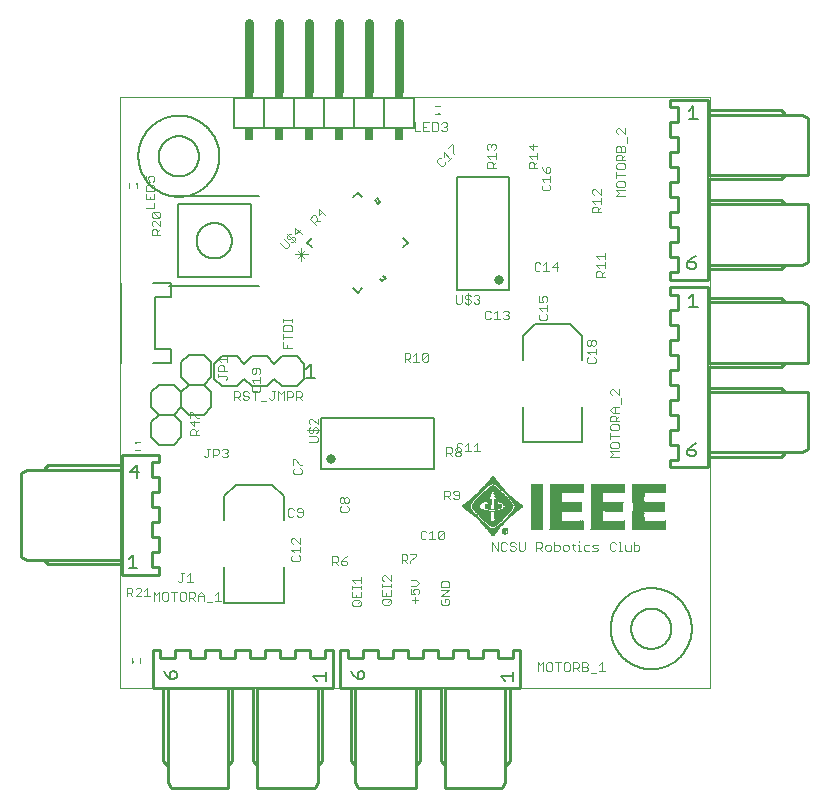
<source format=gto>
G75*
%MOIN*%
%OFA0B0*%
%FSLAX25Y25*%
%IPPOS*%
%LPD*%
%AMOC8*
5,1,8,0,0,1.08239X$1,22.5*
%
%ADD10C,0.00000*%
%ADD11C,0.00300*%
%ADD12C,0.03157*%
%ADD13C,0.00600*%
%ADD14C,0.00800*%
%ADD15C,0.01000*%
%ADD16C,0.00700*%
%ADD17C,0.00500*%
%ADD18C,0.00400*%
%ADD19R,0.00984X0.00886*%
%ADD20C,0.03000*%
%ADD21R,0.03000X0.02000*%
%ADD22R,0.03000X0.04000*%
%ADD23R,0.00886X0.00984*%
%ADD24R,0.00270X0.00030*%
%ADD25R,0.00480X0.00030*%
%ADD26R,0.00600X0.00030*%
%ADD27R,0.00690X0.00030*%
%ADD28R,0.00750X0.00030*%
%ADD29R,0.00840X0.00030*%
%ADD30R,0.00930X0.00030*%
%ADD31R,0.00960X0.00030*%
%ADD32R,0.01020X0.00030*%
%ADD33R,0.01050X0.00030*%
%ADD34R,0.01080X0.00030*%
%ADD35R,0.01110X0.00030*%
%ADD36R,0.01140X0.00030*%
%ADD37R,0.01200X0.00030*%
%ADD38R,0.01260X0.00030*%
%ADD39R,0.01350X0.00030*%
%ADD40R,0.01380X0.00030*%
%ADD41R,0.01410X0.00030*%
%ADD42R,0.00300X0.00030*%
%ADD43R,0.01440X0.00030*%
%ADD44R,0.00570X0.00030*%
%ADD45R,0.01470X0.00030*%
%ADD46R,0.00720X0.00030*%
%ADD47R,0.01530X0.00030*%
%ADD48R,0.01590X0.00030*%
%ADD49R,0.01620X0.00030*%
%ADD50R,0.01680X0.00030*%
%ADD51R,0.00450X0.00030*%
%ADD52R,0.01710X0.00030*%
%ADD53R,0.00390X0.00030*%
%ADD54R,0.00360X0.00030*%
%ADD55R,0.01740X0.00030*%
%ADD56R,0.00330X0.00030*%
%ADD57R,0.01800X0.00030*%
%ADD58R,0.01860X0.00030*%
%ADD59R,0.01920X0.00030*%
%ADD60R,0.01980X0.00030*%
%ADD61R,0.02010X0.00030*%
%ADD62R,0.00240X0.00030*%
%ADD63R,0.02040X0.00030*%
%ADD64R,0.00270X0.00030*%
%ADD65R,0.02070X0.00030*%
%ADD66R,0.02130X0.00030*%
%ADD67R,0.00150X0.00030*%
%ADD68R,0.02160X0.00030*%
%ADD69R,0.00210X0.00030*%
%ADD70R,0.02190X0.00030*%
%ADD71R,0.00180X0.00030*%
%ADD72R,0.02250X0.00030*%
%ADD73R,0.00240X0.00030*%
%ADD74R,0.02280X0.00030*%
%ADD75R,0.02340X0.00030*%
%ADD76R,0.02400X0.00030*%
%ADD77R,0.02460X0.00030*%
%ADD78R,0.02490X0.00030*%
%ADD79R,0.02520X0.00030*%
%ADD80R,0.02580X0.00030*%
%ADD81R,0.02640X0.00030*%
%ADD82R,0.02670X0.00030*%
%ADD83R,0.02760X0.00030*%
%ADD84R,0.02790X0.00030*%
%ADD85R,0.02820X0.00030*%
%ADD86R,0.02880X0.00030*%
%ADD87R,0.02940X0.00030*%
%ADD88R,0.00630X0.00030*%
%ADD89R,0.00690X0.00030*%
%ADD90R,0.03000X0.00030*%
%ADD91R,0.03060X0.00030*%
%ADD92R,0.03090X0.00030*%
%ADD93R,0.03150X0.00030*%
%ADD94R,0.03180X0.00030*%
%ADD95R,0.03240X0.00030*%
%ADD96R,0.03300X0.00030*%
%ADD97R,0.03360X0.00030*%
%ADD98R,0.03420X0.00030*%
%ADD99R,0.03480X0.00030*%
%ADD100R,0.03540X0.00030*%
%ADD101R,0.03600X0.00030*%
%ADD102R,0.00660X0.00030*%
%ADD103R,0.03660X0.00030*%
%ADD104R,0.03720X0.00030*%
%ADD105R,0.00510X0.00030*%
%ADD106R,0.03780X0.00030*%
%ADD107R,0.00030X0.00030*%
%ADD108R,0.03840X0.00030*%
%ADD109R,0.00120X0.00030*%
%ADD110R,0.00090X0.00030*%
%ADD111R,0.00060X0.00030*%
%ADD112R,0.03900X0.00030*%
%ADD113R,0.04050X0.00030*%
%ADD114R,0.11280X0.00030*%
%ADD115R,0.11310X0.00030*%
%ADD116R,0.11340X0.00030*%
%ADD117R,0.03960X0.00030*%
%ADD118R,0.11370X0.00030*%
%ADD119R,0.11400X0.00030*%
%ADD120R,0.04020X0.00030*%
%ADD121R,0.04110X0.00030*%
%ADD122R,0.11370X0.00030*%
%ADD123R,0.04080X0.00030*%
%ADD124R,0.04140X0.00030*%
%ADD125R,0.11340X0.00030*%
%ADD126R,0.04200X0.00030*%
%ADD127R,0.00420X0.00030*%
%ADD128R,0.04230X0.00030*%
%ADD129R,0.01140X0.00030*%
%ADD130R,0.01950X0.00030*%
%ADD131R,0.01890X0.00030*%
%ADD132R,0.01770X0.00030*%
%ADD133R,0.00810X0.00030*%
%ADD134R,0.01830X0.00030*%
%ADD135R,0.01770X0.00030*%
%ADD136R,0.01650X0.00030*%
%ADD137R,0.01740X0.00030*%
%ADD138R,0.01590X0.00030*%
%ADD139R,0.01560X0.00030*%
%ADD140R,0.01500X0.00030*%
%ADD141R,0.01620X0.00030*%
%ADD142R,0.01470X0.00030*%
%ADD143R,0.01440X0.00030*%
%ADD144R,0.00990X0.00030*%
%ADD145R,0.01320X0.00030*%
%ADD146R,0.01320X0.00030*%
%ADD147R,0.01170X0.00030*%
%ADD148R,0.01290X0.00030*%
%ADD149R,0.01290X0.00030*%
%ADD150R,0.01230X0.00030*%
%ADD151R,0.01920X0.00030*%
%ADD152R,0.01170X0.00030*%
%ADD153R,0.02100X0.00030*%
%ADD154R,0.02190X0.00030*%
%ADD155R,0.02550X0.00030*%
%ADD156R,0.02700X0.00030*%
%ADD157R,0.02850X0.00030*%
%ADD158R,0.02970X0.00030*%
%ADD159R,0.03030X0.00030*%
%ADD160R,0.01020X0.00030*%
%ADD161R,0.03330X0.00030*%
%ADD162R,0.03390X0.00030*%
%ADD163R,0.03450X0.00030*%
%ADD164R,0.03630X0.00030*%
%ADD165R,0.03690X0.00030*%
%ADD166R,0.03810X0.00030*%
%ADD167R,0.00990X0.00030*%
%ADD168R,0.03990X0.00030*%
%ADD169R,0.04020X0.00030*%
%ADD170R,0.04170X0.00030*%
%ADD171R,0.04320X0.00030*%
%ADD172R,0.04380X0.00030*%
%ADD173R,0.04440X0.00030*%
%ADD174R,0.04500X0.00030*%
%ADD175R,0.04560X0.00030*%
%ADD176R,0.04650X0.00030*%
%ADD177R,0.00900X0.00030*%
%ADD178R,0.04710X0.00030*%
%ADD179R,0.04800X0.00030*%
%ADD180R,0.04860X0.00030*%
%ADD181R,0.04920X0.00030*%
%ADD182R,0.05010X0.00030*%
%ADD183R,0.05070X0.00030*%
%ADD184R,0.00870X0.00030*%
%ADD185R,0.05130X0.00030*%
%ADD186R,0.05220X0.00030*%
%ADD187R,0.05280X0.00030*%
%ADD188R,0.05340X0.00030*%
%ADD189R,0.05430X0.00030*%
%ADD190R,0.00870X0.00030*%
%ADD191R,0.05490X0.00030*%
%ADD192R,0.02640X0.00030*%
%ADD193R,0.02370X0.00030*%
%ADD194R,0.02310X0.00030*%
%ADD195R,0.04260X0.00030*%
%ADD196R,0.00120X0.00030*%
%ADD197R,0.04170X0.00030*%
%ADD198R,0.02220X0.00030*%
%ADD199R,0.02430X0.00030*%
%ADD200R,0.02610X0.00030*%
%ADD201R,0.02730X0.00030*%
%ADD202R,0.02970X0.00030*%
%ADD203R,0.02910X0.00030*%
%ADD204R,0.03120X0.00030*%
%ADD205R,0.03090X0.00030*%
%ADD206R,0.03210X0.00030*%
%ADD207R,0.03270X0.00030*%
%ADD208R,0.03240X0.00030*%
%ADD209R,0.03420X0.00030*%
%ADD210R,0.03390X0.00030*%
%ADD211R,0.03510X0.00030*%
%ADD212R,0.03570X0.00030*%
%ADD213R,0.03540X0.00030*%
%ADD214R,0.03690X0.00030*%
%ADD215R,0.03720X0.00030*%
%ADD216R,0.03870X0.00030*%
%ADD217R,0.03750X0.00030*%
%ADD218R,0.03930X0.00030*%
%ADD219R,0.03840X0.00030*%
%ADD220R,0.03870X0.00030*%
%ADD221R,0.04350X0.00030*%
%ADD222R,0.04290X0.00030*%
%ADD223R,0.04470X0.00030*%
%ADD224R,0.04320X0.00030*%
%ADD225R,0.04530X0.00030*%
%ADD226R,0.04590X0.00030*%
%ADD227R,0.04470X0.00030*%
%ADD228R,0.04620X0.00030*%
%ADD229R,0.04680X0.00030*%
%ADD230R,0.04590X0.00030*%
%ADD231R,0.04740X0.00030*%
%ADD232R,0.04620X0.00030*%
%ADD233R,0.04770X0.00030*%
%ADD234R,0.04830X0.00030*%
%ADD235R,0.04740X0.00030*%
%ADD236R,0.04770X0.00030*%
%ADD237R,0.04890X0.00030*%
%ADD238R,0.04980X0.00030*%
%ADD239R,0.04890X0.00030*%
%ADD240R,0.04920X0.00030*%
%ADD241R,0.05040X0.00030*%
%ADD242R,0.04950X0.00030*%
%ADD243R,0.05070X0.00030*%
%ADD244R,0.05100X0.00030*%
%ADD245R,0.05160X0.00030*%
%ADD246R,0.05250X0.00030*%
%ADD247R,0.05190X0.00030*%
%ADD248R,0.05220X0.00030*%
%ADD249R,0.11760X0.00030*%
%ADD250R,0.11820X0.00030*%
%ADD251R,0.11850X0.00030*%
%ADD252R,0.11910X0.00030*%
%ADD253R,0.05310X0.00030*%
%ADD254R,0.10710X0.00030*%
%ADD255R,0.06120X0.00030*%
%ADD256R,0.06420X0.00030*%
%ADD257R,0.10770X0.00030*%
%ADD258R,0.10800X0.00030*%
%ADD259R,0.10770X0.00030*%
%ADD260R,0.04410X0.00030*%
%ADD261R,0.03990X0.00030*%
%ADD262R,0.03570X0.00030*%
%ADD263R,0.03270X0.00030*%
%ADD264R,0.01890X0.00030*%
%ADD265R,0.02340X0.00030*%
%ADD266R,0.02670X0.00030*%
%ADD267R,0.02040X0.00030*%
%ADD268R,0.02070X0.00030*%
%ADD269R,0.02220X0.00030*%
%ADD270R,0.02370X0.00030*%
%ADD271R,0.02520X0.00030*%
%ADD272R,0.02490X0.00030*%
%ADD273R,0.00540X0.00030*%
%ADD274R,0.00420X0.00030*%
%ADD275R,0.10740X0.00030*%
%ADD276R,0.06450X0.00030*%
%ADD277R,0.04140X0.00030*%
%ADD278R,0.05580X0.00030*%
%ADD279R,0.05550X0.00030*%
%ADD280R,0.05460X0.00030*%
%ADD281R,0.05520X0.00030*%
%ADD282R,0.05400X0.00030*%
%ADD283R,0.05370X0.00030*%
%ADD284R,0.00570X0.00030*%
%ADD285R,0.04290X0.00030*%
%ADD286R,0.03120X0.00030*%
%ADD287R,0.02820X0.00030*%
%ADD288R,0.00540X0.00030*%
%ADD289R,0.11250X0.00030*%
%ADD290R,0.11100X0.00030*%
D10*
X0034331Y0035000D02*
X0034331Y0231850D01*
X0231181Y0231850D01*
X0231181Y0035000D01*
X0034331Y0035000D01*
D11*
X0036641Y0065450D02*
X0036641Y0068352D01*
X0038092Y0068352D01*
X0038576Y0067869D01*
X0038576Y0066901D01*
X0038092Y0066417D01*
X0036641Y0066417D01*
X0037609Y0066417D02*
X0038576Y0065450D01*
X0039588Y0065450D02*
X0041523Y0067385D01*
X0041523Y0067869D01*
X0041039Y0068352D01*
X0040071Y0068352D01*
X0039588Y0067869D01*
X0039588Y0065450D02*
X0041523Y0065450D01*
X0042534Y0065450D02*
X0044469Y0065450D01*
X0043502Y0065450D02*
X0043502Y0068352D01*
X0042534Y0067385D01*
X0045587Y0066947D02*
X0046554Y0065979D01*
X0047522Y0066947D01*
X0047522Y0064044D01*
X0048533Y0064528D02*
X0049017Y0064044D01*
X0049984Y0064044D01*
X0050468Y0064528D01*
X0050468Y0066463D01*
X0049984Y0066947D01*
X0049017Y0066947D01*
X0048533Y0066463D01*
X0048533Y0064528D01*
X0045587Y0064044D02*
X0045587Y0066947D01*
X0051480Y0066947D02*
X0053415Y0066947D01*
X0052447Y0066947D02*
X0052447Y0064044D01*
X0054426Y0064528D02*
X0054910Y0064044D01*
X0055877Y0064044D01*
X0056361Y0064528D01*
X0056361Y0066463D01*
X0055877Y0066947D01*
X0054910Y0066947D01*
X0054426Y0066463D01*
X0054426Y0064528D01*
X0057373Y0065012D02*
X0058824Y0065012D01*
X0059308Y0065495D01*
X0059308Y0066463D01*
X0058824Y0066947D01*
X0057373Y0066947D01*
X0057373Y0064044D01*
X0058340Y0065012D02*
X0059308Y0064044D01*
X0060319Y0064044D02*
X0060319Y0065979D01*
X0061287Y0066947D01*
X0062254Y0065979D01*
X0062254Y0064044D01*
X0063266Y0063560D02*
X0065201Y0063560D01*
X0066212Y0064044D02*
X0068147Y0064044D01*
X0067180Y0064044D02*
X0067180Y0066947D01*
X0066212Y0065979D01*
X0062254Y0065495D02*
X0060319Y0065495D01*
X0058635Y0070225D02*
X0056700Y0070225D01*
X0057667Y0070225D02*
X0057667Y0073128D01*
X0056700Y0072160D01*
X0055688Y0073128D02*
X0054721Y0073128D01*
X0055205Y0073128D02*
X0055205Y0070709D01*
X0054721Y0070225D01*
X0054237Y0070225D01*
X0053753Y0070709D01*
X0091534Y0077630D02*
X0092018Y0077146D01*
X0093953Y0077146D01*
X0094437Y0077630D01*
X0094437Y0078597D01*
X0093953Y0079081D01*
X0094437Y0080093D02*
X0094437Y0082028D01*
X0094437Y0081060D02*
X0091534Y0081060D01*
X0092502Y0080093D01*
X0092018Y0079081D02*
X0091534Y0078597D01*
X0091534Y0077630D01*
X0092018Y0083039D02*
X0091534Y0083523D01*
X0091534Y0084490D01*
X0092018Y0084974D01*
X0092502Y0084974D01*
X0094437Y0083039D01*
X0094437Y0084974D01*
X0094824Y0091958D02*
X0095308Y0092442D01*
X0095308Y0094377D01*
X0094824Y0094860D01*
X0093857Y0094860D01*
X0093373Y0094377D01*
X0093373Y0093893D01*
X0093857Y0093409D01*
X0095308Y0093409D01*
X0094824Y0091958D02*
X0093857Y0091958D01*
X0093373Y0092442D01*
X0092361Y0092442D02*
X0091877Y0091958D01*
X0090910Y0091958D01*
X0090426Y0092442D01*
X0090426Y0094377D01*
X0090910Y0094860D01*
X0091877Y0094860D01*
X0092361Y0094377D01*
X0092628Y0106201D02*
X0094563Y0106201D01*
X0095047Y0106685D01*
X0095047Y0107652D01*
X0094563Y0108136D01*
X0094563Y0109148D02*
X0095047Y0109148D01*
X0094563Y0109148D02*
X0092628Y0111083D01*
X0092144Y0111083D01*
X0092144Y0109148D01*
X0092628Y0108136D02*
X0092144Y0107652D01*
X0092144Y0106685D01*
X0092628Y0106201D01*
X0097394Y0116875D02*
X0099813Y0116875D01*
X0100296Y0117359D01*
X0100296Y0118326D01*
X0099813Y0118810D01*
X0097394Y0118810D01*
X0097878Y0119822D02*
X0097394Y0120305D01*
X0097394Y0121273D01*
X0097878Y0121757D01*
X0097878Y0122768D02*
X0097394Y0123252D01*
X0097394Y0124219D01*
X0097878Y0124703D01*
X0098361Y0124703D01*
X0100296Y0122768D01*
X0100296Y0124703D01*
X0099813Y0121757D02*
X0099329Y0121757D01*
X0098845Y0121273D01*
X0098845Y0120305D01*
X0098361Y0119822D01*
X0097878Y0119822D01*
X0096910Y0120789D02*
X0100780Y0120789D01*
X0100296Y0120305D02*
X0100296Y0121273D01*
X0099813Y0121757D01*
X0100296Y0120305D02*
X0099813Y0119822D01*
X0094969Y0130950D02*
X0094002Y0131917D01*
X0094485Y0131917D02*
X0093034Y0131917D01*
X0093034Y0130950D02*
X0093034Y0133852D01*
X0094485Y0133852D01*
X0094969Y0133369D01*
X0094969Y0132401D01*
X0094485Y0131917D01*
X0092023Y0132401D02*
X0092023Y0133369D01*
X0091539Y0133852D01*
X0090088Y0133852D01*
X0090088Y0130950D01*
X0090088Y0131917D02*
X0091539Y0131917D01*
X0092023Y0132401D01*
X0089076Y0133852D02*
X0089076Y0130950D01*
X0087141Y0130950D02*
X0087141Y0133852D01*
X0088109Y0132885D01*
X0089076Y0133852D01*
X0086130Y0133852D02*
X0085162Y0133852D01*
X0085646Y0133852D02*
X0085646Y0131434D01*
X0085162Y0130950D01*
X0084678Y0130950D01*
X0084195Y0131434D01*
X0083183Y0130466D02*
X0081248Y0130466D01*
X0079269Y0130950D02*
X0079269Y0133852D01*
X0078762Y0133650D02*
X0080697Y0133650D01*
X0081181Y0134134D01*
X0081181Y0135101D01*
X0080697Y0135585D01*
X0081181Y0136597D02*
X0081181Y0138531D01*
X0081181Y0137564D02*
X0078278Y0137564D01*
X0079246Y0136597D01*
X0078762Y0135585D02*
X0078278Y0135101D01*
X0078278Y0134134D01*
X0078762Y0133650D01*
X0078302Y0133852D02*
X0080237Y0133852D01*
X0077290Y0133369D02*
X0076806Y0133852D01*
X0075839Y0133852D01*
X0075355Y0133369D01*
X0075355Y0132885D01*
X0075839Y0132401D01*
X0076806Y0132401D01*
X0077290Y0131917D01*
X0077290Y0131434D01*
X0076806Y0130950D01*
X0075839Y0130950D01*
X0075355Y0131434D01*
X0074344Y0130950D02*
X0073376Y0131917D01*
X0073860Y0131917D02*
X0072409Y0131917D01*
X0072409Y0130950D02*
X0072409Y0133852D01*
X0073860Y0133852D01*
X0074344Y0133369D01*
X0074344Y0132401D01*
X0073860Y0131917D01*
X0069597Y0137610D02*
X0070081Y0138094D01*
X0070081Y0138578D01*
X0069597Y0139062D01*
X0067178Y0139062D01*
X0067178Y0139545D02*
X0067178Y0138578D01*
X0067178Y0140557D02*
X0067178Y0142008D01*
X0067662Y0142492D01*
X0068629Y0142492D01*
X0069113Y0142008D01*
X0069113Y0140557D01*
X0070081Y0140557D02*
X0067178Y0140557D01*
X0068146Y0143503D02*
X0067178Y0144471D01*
X0070081Y0144471D01*
X0070081Y0145438D02*
X0070081Y0143503D01*
X0078278Y0140994D02*
X0078278Y0140027D01*
X0078762Y0139543D01*
X0079246Y0139543D01*
X0079729Y0140027D01*
X0079729Y0141478D01*
X0078762Y0141478D02*
X0080697Y0141478D01*
X0081181Y0140994D01*
X0081181Y0140027D01*
X0080697Y0139543D01*
X0078762Y0141478D02*
X0078278Y0140994D01*
X0088778Y0148150D02*
X0088778Y0150085D01*
X0088778Y0151097D02*
X0088778Y0153031D01*
X0088778Y0152064D02*
X0091681Y0152064D01*
X0091681Y0154043D02*
X0091681Y0155494D01*
X0091197Y0155978D01*
X0089262Y0155978D01*
X0088778Y0155494D01*
X0088778Y0154043D01*
X0091681Y0154043D01*
X0091681Y0156990D02*
X0091681Y0157957D01*
X0091681Y0157473D02*
X0088778Y0157473D01*
X0088778Y0156990D02*
X0088778Y0157957D01*
X0090229Y0149117D02*
X0090229Y0148150D01*
X0088778Y0148150D02*
X0091681Y0148150D01*
X0094801Y0177190D02*
X0094801Y0181625D01*
X0095909Y0180517D02*
X0093692Y0178299D01*
X0092583Y0179408D02*
X0097018Y0179408D01*
X0095909Y0178299D02*
X0093692Y0180517D01*
X0092879Y0183516D02*
X0090142Y0186253D01*
X0090826Y0186253D02*
X0091510Y0186253D01*
X0090826Y0186253D02*
X0090142Y0185569D01*
X0090142Y0184885D01*
X0090484Y0184543D01*
X0091168Y0184543D01*
X0091852Y0185227D01*
X0092537Y0185227D01*
X0092879Y0184885D01*
X0092879Y0184200D01*
X0092195Y0183516D01*
X0091510Y0183516D01*
X0090795Y0182801D02*
X0089085Y0184511D01*
X0087717Y0183143D02*
X0089427Y0181433D01*
X0090111Y0181433D01*
X0090795Y0182117D01*
X0090795Y0182801D01*
X0092910Y0186284D02*
X0094278Y0187652D01*
X0094962Y0186284D02*
X0092910Y0188336D01*
X0092910Y0186284D01*
X0097592Y0191395D02*
X0098618Y0192422D01*
X0099302Y0192422D01*
X0099986Y0191737D01*
X0099986Y0191053D01*
X0098960Y0190027D01*
X0099644Y0189343D02*
X0097592Y0191395D01*
X0099644Y0190711D02*
X0101012Y0190711D01*
X0100701Y0192453D02*
X0102070Y0193821D01*
X0102754Y0192453D02*
X0100701Y0194505D01*
X0100701Y0192453D01*
X0132632Y0220513D02*
X0132632Y0223415D01*
X0132632Y0220513D02*
X0134567Y0220513D01*
X0135578Y0220513D02*
X0137513Y0220513D01*
X0138525Y0220513D02*
X0139976Y0220513D01*
X0140460Y0220997D01*
X0140460Y0222932D01*
X0139976Y0223415D01*
X0138525Y0223415D01*
X0138525Y0220513D01*
X0136546Y0221964D02*
X0135578Y0221964D01*
X0135578Y0223415D02*
X0135578Y0220513D01*
X0135578Y0223415D02*
X0137513Y0223415D01*
X0141471Y0222932D02*
X0141955Y0223415D01*
X0142922Y0223415D01*
X0143406Y0222932D01*
X0143406Y0222448D01*
X0142922Y0221964D01*
X0143406Y0221480D01*
X0143406Y0220997D01*
X0142922Y0220513D01*
X0141955Y0220513D01*
X0141471Y0220997D01*
X0142439Y0221964D02*
X0142922Y0221964D01*
X0145230Y0216182D02*
X0143861Y0214814D01*
X0145230Y0216182D02*
X0145572Y0215840D01*
X0145572Y0213104D01*
X0145914Y0212762D01*
X0145198Y0212046D02*
X0143830Y0210678D01*
X0144514Y0211362D02*
X0142462Y0213415D01*
X0142462Y0212046D01*
X0141405Y0211673D02*
X0140721Y0211673D01*
X0140036Y0210989D01*
X0140036Y0210305D01*
X0141405Y0208937D01*
X0142089Y0208937D01*
X0142773Y0209621D01*
X0142773Y0210305D01*
X0156738Y0209856D02*
X0157222Y0210340D01*
X0158189Y0210340D01*
X0158673Y0209856D01*
X0158673Y0208405D01*
X0158673Y0209372D02*
X0159641Y0210340D01*
X0159641Y0211351D02*
X0159641Y0213286D01*
X0159641Y0212319D02*
X0156738Y0212319D01*
X0157706Y0211351D01*
X0156738Y0209856D02*
X0156738Y0208405D01*
X0159641Y0208405D01*
X0159157Y0214298D02*
X0159641Y0214782D01*
X0159641Y0215749D01*
X0159157Y0216233D01*
X0158673Y0216233D01*
X0158189Y0215749D01*
X0158189Y0215265D01*
X0158189Y0215749D02*
X0157706Y0216233D01*
X0157222Y0216233D01*
X0156738Y0215749D01*
X0156738Y0214782D01*
X0157222Y0214298D01*
X0170617Y0215589D02*
X0172068Y0214138D01*
X0172068Y0216073D01*
X0173519Y0215589D02*
X0170617Y0215589D01*
X0170617Y0212158D02*
X0173519Y0212158D01*
X0173519Y0211191D02*
X0173519Y0213126D01*
X0171584Y0211191D02*
X0170617Y0212158D01*
X0171101Y0210179D02*
X0172068Y0210179D01*
X0172552Y0209696D01*
X0172552Y0208244D01*
X0173519Y0208244D02*
X0170617Y0208244D01*
X0170617Y0209696D01*
X0171101Y0210179D01*
X0172552Y0209212D02*
X0173519Y0210179D01*
X0174944Y0208620D02*
X0175427Y0207652D01*
X0176395Y0206685D01*
X0176395Y0208136D01*
X0176879Y0208620D01*
X0177362Y0208620D01*
X0177846Y0208136D01*
X0177846Y0207169D01*
X0177362Y0206685D01*
X0176395Y0206685D01*
X0177846Y0205673D02*
X0177846Y0203738D01*
X0177846Y0204706D02*
X0174944Y0204706D01*
X0175911Y0203738D01*
X0175427Y0202727D02*
X0174944Y0202243D01*
X0174944Y0201275D01*
X0175427Y0200792D01*
X0177362Y0200792D01*
X0177846Y0201275D01*
X0177846Y0202243D01*
X0177362Y0202727D01*
X0191833Y0200762D02*
X0191833Y0199794D01*
X0192317Y0199311D01*
X0191833Y0200762D02*
X0192317Y0201246D01*
X0192801Y0201246D01*
X0194736Y0199311D01*
X0194736Y0201246D01*
X0194736Y0198299D02*
X0194736Y0196364D01*
X0194736Y0197332D02*
X0191833Y0197332D01*
X0192801Y0196364D01*
X0193285Y0195353D02*
X0193768Y0194869D01*
X0193768Y0193418D01*
X0193768Y0194385D02*
X0194736Y0195353D01*
X0193285Y0195353D02*
X0192317Y0195353D01*
X0191833Y0194869D01*
X0191833Y0193418D01*
X0194736Y0193418D01*
X0199872Y0198972D02*
X0200840Y0199939D01*
X0199872Y0200907D01*
X0202775Y0200907D01*
X0202291Y0201918D02*
X0202775Y0202402D01*
X0202775Y0203370D01*
X0202291Y0203853D01*
X0200356Y0203853D01*
X0199872Y0203370D01*
X0199872Y0202402D01*
X0200356Y0201918D01*
X0202291Y0201918D01*
X0202775Y0198972D02*
X0199872Y0198972D01*
X0199872Y0204865D02*
X0199872Y0206800D01*
X0199872Y0205832D02*
X0202775Y0205832D01*
X0202291Y0207812D02*
X0202775Y0208295D01*
X0202775Y0209263D01*
X0202291Y0209746D01*
X0200356Y0209746D01*
X0199872Y0209263D01*
X0199872Y0208295D01*
X0200356Y0207812D01*
X0202291Y0207812D01*
X0201807Y0210758D02*
X0201807Y0212209D01*
X0201324Y0212693D01*
X0200356Y0212693D01*
X0199872Y0212209D01*
X0199872Y0210758D01*
X0202775Y0210758D01*
X0201807Y0211726D02*
X0202775Y0212693D01*
X0202775Y0213705D02*
X0199872Y0213705D01*
X0199872Y0215156D01*
X0200356Y0215640D01*
X0200840Y0215640D01*
X0201324Y0215156D01*
X0201324Y0213705D01*
X0201324Y0215156D02*
X0201807Y0215640D01*
X0202291Y0215640D01*
X0202775Y0215156D01*
X0202775Y0213705D01*
X0203259Y0216651D02*
X0203259Y0218586D01*
X0202775Y0219598D02*
X0200840Y0221533D01*
X0200356Y0221533D01*
X0199872Y0221049D01*
X0199872Y0220081D01*
X0200356Y0219598D01*
X0202775Y0219598D02*
X0202775Y0221533D01*
X0195936Y0179768D02*
X0195936Y0177833D01*
X0195936Y0178801D02*
X0193033Y0178801D01*
X0194001Y0177833D01*
X0195936Y0176822D02*
X0195936Y0174887D01*
X0195936Y0175854D02*
X0193033Y0175854D01*
X0194001Y0174887D01*
X0194485Y0173875D02*
X0194968Y0173392D01*
X0194968Y0171940D01*
X0195936Y0171940D02*
X0193033Y0171940D01*
X0193033Y0173392D01*
X0193517Y0173875D01*
X0194485Y0173875D01*
X0194968Y0172908D02*
X0195936Y0173875D01*
X0180454Y0175310D02*
X0178519Y0175310D01*
X0179971Y0176761D01*
X0179971Y0173859D01*
X0177508Y0173859D02*
X0175573Y0173859D01*
X0176540Y0173859D02*
X0176540Y0176761D01*
X0175573Y0175794D01*
X0174561Y0176277D02*
X0174078Y0176761D01*
X0173110Y0176761D01*
X0172626Y0176277D01*
X0172626Y0174342D01*
X0173110Y0173859D01*
X0174078Y0173859D01*
X0174561Y0174342D01*
X0173970Y0165477D02*
X0173970Y0163542D01*
X0175422Y0163542D01*
X0174938Y0164510D01*
X0174938Y0164993D01*
X0175422Y0165477D01*
X0176389Y0165477D01*
X0176873Y0164993D01*
X0176873Y0164026D01*
X0176389Y0163542D01*
X0176873Y0162531D02*
X0176873Y0160596D01*
X0176873Y0161563D02*
X0173970Y0161563D01*
X0174938Y0160596D01*
X0174454Y0159584D02*
X0173970Y0159100D01*
X0173970Y0158133D01*
X0174454Y0157649D01*
X0176389Y0157649D01*
X0176873Y0158133D01*
X0176873Y0159100D01*
X0176389Y0159584D01*
X0163918Y0159751D02*
X0163434Y0159267D01*
X0163918Y0158784D01*
X0163918Y0158300D01*
X0163434Y0157816D01*
X0162467Y0157816D01*
X0161983Y0158300D01*
X0160971Y0157816D02*
X0159036Y0157816D01*
X0160004Y0157816D02*
X0160004Y0160719D01*
X0159036Y0159751D01*
X0158025Y0160235D02*
X0157541Y0160719D01*
X0156574Y0160719D01*
X0156090Y0160235D01*
X0156090Y0158300D01*
X0156574Y0157816D01*
X0157541Y0157816D01*
X0158025Y0158300D01*
X0161983Y0160235D02*
X0162467Y0160719D01*
X0163434Y0160719D01*
X0163918Y0160235D01*
X0163918Y0159751D01*
X0163434Y0159267D02*
X0162950Y0159267D01*
X0154244Y0163549D02*
X0154244Y0164033D01*
X0153760Y0164517D01*
X0153276Y0164517D01*
X0153760Y0164517D02*
X0154244Y0165001D01*
X0154244Y0165484D01*
X0153760Y0165968D01*
X0152793Y0165968D01*
X0152309Y0165484D01*
X0151297Y0165484D02*
X0150814Y0165968D01*
X0149846Y0165968D01*
X0149362Y0165484D01*
X0149362Y0165001D01*
X0149846Y0164517D01*
X0150814Y0164517D01*
X0151297Y0164033D01*
X0151297Y0163549D01*
X0150814Y0163066D01*
X0149846Y0163066D01*
X0149362Y0163549D01*
X0148351Y0163549D02*
X0148351Y0165968D01*
X0146416Y0165968D02*
X0146416Y0163549D01*
X0146900Y0163066D01*
X0147867Y0163066D01*
X0148351Y0163549D01*
X0150330Y0162582D02*
X0150330Y0166452D01*
X0152309Y0163549D02*
X0152793Y0163066D01*
X0153760Y0163066D01*
X0154244Y0163549D01*
X0137076Y0146084D02*
X0136593Y0146568D01*
X0135625Y0146568D01*
X0135141Y0146084D01*
X0135141Y0144149D01*
X0137076Y0146084D01*
X0137076Y0144149D01*
X0136593Y0143666D01*
X0135625Y0143666D01*
X0135141Y0144149D01*
X0134130Y0143666D02*
X0132195Y0143666D01*
X0133162Y0143666D02*
X0133162Y0146568D01*
X0132195Y0145601D01*
X0131183Y0146084D02*
X0131183Y0145117D01*
X0130700Y0144633D01*
X0129248Y0144633D01*
X0129248Y0143666D02*
X0129248Y0146568D01*
X0130700Y0146568D01*
X0131183Y0146084D01*
X0130216Y0144633D02*
X0131183Y0143666D01*
X0147106Y0116694D02*
X0146622Y0116210D01*
X0146622Y0114275D01*
X0147106Y0113792D01*
X0148074Y0113792D01*
X0148557Y0114275D01*
X0148064Y0114125D02*
X0147580Y0113641D01*
X0146612Y0113641D01*
X0146129Y0114125D01*
X0146129Y0114609D01*
X0146612Y0115093D01*
X0147580Y0115093D01*
X0148064Y0114609D01*
X0148064Y0114125D01*
X0147580Y0113641D02*
X0148064Y0113158D01*
X0148064Y0112674D01*
X0147580Y0112190D01*
X0146612Y0112190D01*
X0146129Y0112674D01*
X0146129Y0113158D01*
X0146612Y0113641D01*
X0145117Y0113641D02*
X0144633Y0113158D01*
X0143182Y0113158D01*
X0144150Y0113158D02*
X0145117Y0112190D01*
X0145117Y0113641D02*
X0145117Y0114609D01*
X0144633Y0115093D01*
X0143182Y0115093D01*
X0143182Y0112190D01*
X0147106Y0116694D02*
X0148074Y0116694D01*
X0148557Y0116210D01*
X0149569Y0115727D02*
X0150536Y0116694D01*
X0150536Y0113792D01*
X0149569Y0113792D02*
X0151504Y0113792D01*
X0152515Y0113792D02*
X0154450Y0113792D01*
X0153483Y0113792D02*
X0153483Y0116694D01*
X0152515Y0115727D01*
X0146973Y0100714D02*
X0146005Y0100714D01*
X0145522Y0100230D01*
X0145522Y0099746D01*
X0146005Y0099263D01*
X0147457Y0099263D01*
X0147457Y0100230D02*
X0146973Y0100714D01*
X0147457Y0100230D02*
X0147457Y0098295D01*
X0146973Y0097811D01*
X0146005Y0097811D01*
X0145522Y0098295D01*
X0144510Y0097811D02*
X0143543Y0098779D01*
X0144026Y0098779D02*
X0142575Y0098779D01*
X0142575Y0097811D02*
X0142575Y0100714D01*
X0144026Y0100714D01*
X0144510Y0100230D01*
X0144510Y0099263D01*
X0144026Y0098779D01*
X0141967Y0087387D02*
X0142450Y0086903D01*
X0140515Y0084968D01*
X0140999Y0084485D01*
X0141967Y0084485D01*
X0142450Y0084968D01*
X0142450Y0086903D01*
X0141967Y0087387D02*
X0140999Y0087387D01*
X0140515Y0086903D01*
X0140515Y0084968D01*
X0139504Y0084485D02*
X0137569Y0084485D01*
X0138536Y0084485D02*
X0138536Y0087387D01*
X0137569Y0086420D01*
X0136557Y0086903D02*
X0136074Y0087387D01*
X0135106Y0087387D01*
X0134622Y0086903D01*
X0134622Y0084968D01*
X0135106Y0084485D01*
X0136074Y0084485D01*
X0136557Y0084968D01*
X0133130Y0079497D02*
X0133130Y0079014D01*
X0131195Y0077079D01*
X0131195Y0076595D01*
X0130183Y0076595D02*
X0129216Y0077562D01*
X0129700Y0077562D02*
X0128248Y0077562D01*
X0128248Y0076595D02*
X0128248Y0079497D01*
X0129700Y0079497D01*
X0130183Y0079014D01*
X0130183Y0078046D01*
X0129700Y0077562D01*
X0131195Y0079497D02*
X0133130Y0079497D01*
X0133213Y0070978D02*
X0131278Y0070978D01*
X0131278Y0069043D02*
X0133213Y0069043D01*
X0134181Y0070011D01*
X0133213Y0070978D01*
X0132729Y0068031D02*
X0133697Y0068031D01*
X0134181Y0067548D01*
X0134181Y0066580D01*
X0133697Y0066097D01*
X0132729Y0066097D02*
X0132246Y0067064D01*
X0132246Y0067548D01*
X0132729Y0068031D01*
X0131278Y0068031D02*
X0131278Y0066097D01*
X0132729Y0066097D01*
X0132729Y0065085D02*
X0132729Y0063150D01*
X0131762Y0064117D02*
X0133697Y0064117D01*
X0141278Y0064101D02*
X0141278Y0063134D01*
X0141762Y0062650D01*
X0143697Y0062650D01*
X0144181Y0063134D01*
X0144181Y0064101D01*
X0143697Y0064585D01*
X0142729Y0064585D01*
X0142729Y0063617D01*
X0141762Y0064585D02*
X0141278Y0064101D01*
X0141278Y0065597D02*
X0144181Y0067531D01*
X0141278Y0067531D01*
X0141278Y0068543D02*
X0141278Y0069994D01*
X0141762Y0070478D01*
X0143697Y0070478D01*
X0144181Y0069994D01*
X0144181Y0068543D01*
X0141278Y0068543D01*
X0141278Y0065597D02*
X0144181Y0065597D01*
X0124681Y0065597D02*
X0124681Y0067531D01*
X0124681Y0068543D02*
X0124681Y0069511D01*
X0124681Y0069027D02*
X0121778Y0069027D01*
X0121778Y0068543D02*
X0121778Y0069511D01*
X0122262Y0070507D02*
X0121778Y0070991D01*
X0121778Y0071959D01*
X0122262Y0072442D01*
X0122746Y0072442D01*
X0124681Y0070507D01*
X0124681Y0072442D01*
X0121778Y0067531D02*
X0121778Y0065597D01*
X0124681Y0065597D01*
X0124681Y0064585D02*
X0123713Y0063617D01*
X0124681Y0063134D02*
X0124197Y0062650D01*
X0122262Y0062650D01*
X0121778Y0063134D01*
X0121778Y0064101D01*
X0122262Y0064585D01*
X0124197Y0064585D01*
X0124681Y0064101D01*
X0124681Y0063134D01*
X0123229Y0065597D02*
X0123229Y0066564D01*
X0114681Y0067031D02*
X0114681Y0065097D01*
X0111778Y0065097D01*
X0111778Y0067031D01*
X0111778Y0068043D02*
X0111778Y0069011D01*
X0111778Y0068527D02*
X0114681Y0068527D01*
X0114681Y0068043D02*
X0114681Y0069011D01*
X0114681Y0070007D02*
X0114681Y0071942D01*
X0114681Y0070975D02*
X0111778Y0070975D01*
X0112746Y0070007D01*
X0113229Y0066064D02*
X0113229Y0065097D01*
X0112262Y0064085D02*
X0114197Y0064085D01*
X0114681Y0063601D01*
X0114681Y0062634D01*
X0114197Y0062150D01*
X0112262Y0062150D01*
X0111778Y0062634D01*
X0111778Y0063601D01*
X0112262Y0064085D01*
X0113713Y0063117D02*
X0114681Y0064085D01*
X0109615Y0075895D02*
X0110099Y0076379D01*
X0110099Y0076862D01*
X0109615Y0077346D01*
X0108164Y0077346D01*
X0108164Y0076379D01*
X0108648Y0075895D01*
X0109615Y0075895D01*
X0108164Y0077346D02*
X0109132Y0078314D01*
X0110099Y0078797D01*
X0107153Y0078314D02*
X0107153Y0077346D01*
X0106669Y0076862D01*
X0105218Y0076862D01*
X0106185Y0076862D02*
X0107153Y0075895D01*
X0105218Y0075895D02*
X0105218Y0078797D01*
X0106669Y0078797D01*
X0107153Y0078314D01*
X0108171Y0093611D02*
X0107687Y0094095D01*
X0107687Y0095063D01*
X0108171Y0095546D01*
X0108171Y0096558D02*
X0108654Y0096558D01*
X0109138Y0097042D01*
X0109138Y0098009D01*
X0109622Y0098493D01*
X0110106Y0098493D01*
X0110589Y0098009D01*
X0110589Y0097042D01*
X0110106Y0096558D01*
X0109622Y0096558D01*
X0109138Y0097042D01*
X0109138Y0098009D02*
X0108654Y0098493D01*
X0108171Y0098493D01*
X0107687Y0098009D01*
X0107687Y0097042D01*
X0108171Y0096558D01*
X0110106Y0095546D02*
X0110589Y0095063D01*
X0110589Y0094095D01*
X0110106Y0093611D01*
X0108171Y0093611D01*
X0070269Y0112234D02*
X0069785Y0111750D01*
X0068818Y0111750D01*
X0068334Y0112234D01*
X0069302Y0113201D02*
X0069785Y0113201D01*
X0070269Y0112717D01*
X0070269Y0112234D01*
X0069785Y0113201D02*
X0070269Y0113685D01*
X0070269Y0114169D01*
X0069785Y0114652D01*
X0068818Y0114652D01*
X0068334Y0114169D01*
X0067323Y0114169D02*
X0067323Y0113201D01*
X0066839Y0112717D01*
X0065388Y0112717D01*
X0065388Y0111750D02*
X0065388Y0114652D01*
X0066839Y0114652D01*
X0067323Y0114169D01*
X0064376Y0114652D02*
X0063409Y0114652D01*
X0063892Y0114652D02*
X0063892Y0112234D01*
X0063409Y0111750D01*
X0062925Y0111750D01*
X0062441Y0112234D01*
X0060681Y0119150D02*
X0057778Y0119150D01*
X0057778Y0120601D01*
X0058262Y0121085D01*
X0059229Y0121085D01*
X0059713Y0120601D01*
X0059713Y0119150D01*
X0059713Y0120117D02*
X0060681Y0121085D01*
X0059229Y0122097D02*
X0059229Y0124031D01*
X0060197Y0125043D02*
X0060681Y0125043D01*
X0060197Y0125043D02*
X0058262Y0126978D01*
X0057778Y0126978D01*
X0057778Y0125043D01*
X0057778Y0123548D02*
X0059229Y0122097D01*
X0060681Y0123548D02*
X0057778Y0123548D01*
X0047881Y0185810D02*
X0044978Y0185810D01*
X0044978Y0187262D01*
X0045462Y0187745D01*
X0046429Y0187745D01*
X0046913Y0187262D01*
X0046913Y0185810D01*
X0046913Y0186778D02*
X0047881Y0187745D01*
X0047881Y0188757D02*
X0045946Y0190692D01*
X0045462Y0190692D01*
X0044978Y0190208D01*
X0044978Y0189241D01*
X0045462Y0188757D01*
X0047881Y0188757D02*
X0047881Y0190692D01*
X0047397Y0191703D02*
X0045462Y0193638D01*
X0047397Y0193638D01*
X0047881Y0193155D01*
X0047881Y0192187D01*
X0047397Y0191703D01*
X0045462Y0191703D01*
X0044978Y0192187D01*
X0044978Y0193155D01*
X0045462Y0193638D01*
X0045818Y0194801D02*
X0045818Y0196736D01*
X0045818Y0197747D02*
X0045818Y0199682D01*
X0045818Y0200694D02*
X0045818Y0202145D01*
X0045334Y0202629D01*
X0043399Y0202629D01*
X0042915Y0202145D01*
X0042915Y0200694D01*
X0045818Y0200694D01*
X0044366Y0198715D02*
X0044366Y0197747D01*
X0042915Y0197747D02*
X0045818Y0197747D01*
X0042915Y0197747D02*
X0042915Y0199682D01*
X0042915Y0203640D02*
X0044366Y0203640D01*
X0043883Y0204608D01*
X0043883Y0205092D01*
X0044366Y0205575D01*
X0045334Y0205575D01*
X0045818Y0205092D01*
X0045818Y0204124D01*
X0045334Y0203640D01*
X0042915Y0203640D02*
X0042915Y0205575D01*
X0042915Y0194801D02*
X0045818Y0194801D01*
X0158481Y0083552D02*
X0160416Y0080650D01*
X0160416Y0083552D01*
X0161427Y0083069D02*
X0161427Y0081134D01*
X0161911Y0080650D01*
X0162878Y0080650D01*
X0163362Y0081134D01*
X0164374Y0081134D02*
X0164857Y0080650D01*
X0165825Y0080650D01*
X0166309Y0081134D01*
X0166309Y0081617D01*
X0165825Y0082101D01*
X0164857Y0082101D01*
X0164374Y0082585D01*
X0164374Y0083069D01*
X0164857Y0083552D01*
X0165825Y0083552D01*
X0166309Y0083069D01*
X0167320Y0083552D02*
X0167320Y0081134D01*
X0167804Y0080650D01*
X0168771Y0080650D01*
X0169255Y0081134D01*
X0169255Y0083552D01*
X0173213Y0083552D02*
X0174665Y0083552D01*
X0175148Y0083069D01*
X0175148Y0082101D01*
X0174665Y0081617D01*
X0173213Y0081617D01*
X0173213Y0080650D02*
X0173213Y0083552D01*
X0174181Y0081617D02*
X0175148Y0080650D01*
X0176160Y0081134D02*
X0176644Y0080650D01*
X0177611Y0080650D01*
X0178095Y0081134D01*
X0178095Y0082101D01*
X0177611Y0082585D01*
X0176644Y0082585D01*
X0176160Y0082101D01*
X0176160Y0081134D01*
X0179106Y0080650D02*
X0180558Y0080650D01*
X0181041Y0081134D01*
X0181041Y0082101D01*
X0180558Y0082585D01*
X0179106Y0082585D01*
X0179106Y0083552D02*
X0179106Y0080650D01*
X0182053Y0081134D02*
X0182537Y0080650D01*
X0183504Y0080650D01*
X0183988Y0081134D01*
X0183988Y0082101D01*
X0183504Y0082585D01*
X0182537Y0082585D01*
X0182053Y0082101D01*
X0182053Y0081134D01*
X0184999Y0082585D02*
X0185967Y0082585D01*
X0185483Y0083069D02*
X0185483Y0081134D01*
X0185967Y0080650D01*
X0186964Y0080650D02*
X0187931Y0080650D01*
X0187447Y0080650D02*
X0187447Y0082585D01*
X0186964Y0082585D01*
X0187447Y0083552D02*
X0187447Y0084036D01*
X0188928Y0082101D02*
X0188928Y0081134D01*
X0189412Y0080650D01*
X0190863Y0080650D01*
X0191875Y0080650D02*
X0193326Y0080650D01*
X0193810Y0081134D01*
X0193326Y0081617D01*
X0192358Y0081617D01*
X0191875Y0082101D01*
X0192358Y0082585D01*
X0193810Y0082585D01*
X0190863Y0082585D02*
X0189412Y0082585D01*
X0188928Y0082101D01*
X0197768Y0081134D02*
X0198251Y0080650D01*
X0199219Y0080650D01*
X0199703Y0081134D01*
X0200714Y0080650D02*
X0201682Y0080650D01*
X0201198Y0080650D02*
X0201198Y0083552D01*
X0200714Y0083552D01*
X0199703Y0083069D02*
X0199219Y0083552D01*
X0198251Y0083552D01*
X0197768Y0083069D01*
X0197768Y0081134D01*
X0202678Y0081134D02*
X0203162Y0080650D01*
X0204613Y0080650D01*
X0204613Y0082585D01*
X0205625Y0082585D02*
X0207076Y0082585D01*
X0207560Y0082101D01*
X0207560Y0081134D01*
X0207076Y0080650D01*
X0205625Y0080650D01*
X0205625Y0083552D01*
X0202678Y0082585D02*
X0202678Y0081134D01*
X0200775Y0111972D02*
X0197872Y0111972D01*
X0198840Y0112939D01*
X0197872Y0113907D01*
X0200775Y0113907D01*
X0200291Y0114918D02*
X0200775Y0115402D01*
X0200775Y0116370D01*
X0200291Y0116853D01*
X0198356Y0116853D01*
X0197872Y0116370D01*
X0197872Y0115402D01*
X0198356Y0114918D01*
X0200291Y0114918D01*
X0197872Y0117865D02*
X0197872Y0119800D01*
X0197872Y0118832D02*
X0200775Y0118832D01*
X0200291Y0120812D02*
X0200775Y0121295D01*
X0200775Y0122263D01*
X0200291Y0122746D01*
X0198356Y0122746D01*
X0197872Y0122263D01*
X0197872Y0121295D01*
X0198356Y0120812D01*
X0200291Y0120812D01*
X0199807Y0123758D02*
X0199807Y0125209D01*
X0199324Y0125693D01*
X0198356Y0125693D01*
X0197872Y0125209D01*
X0197872Y0123758D01*
X0200775Y0123758D01*
X0199807Y0124726D02*
X0200775Y0125693D01*
X0200775Y0126705D02*
X0198840Y0126705D01*
X0197872Y0127672D01*
X0198840Y0128640D01*
X0200775Y0128640D01*
X0201259Y0129651D02*
X0201259Y0131586D01*
X0200775Y0132598D02*
X0198840Y0134533D01*
X0198356Y0134533D01*
X0197872Y0134049D01*
X0197872Y0133081D01*
X0198356Y0132598D01*
X0200775Y0132598D02*
X0200775Y0134533D01*
X0199324Y0128640D02*
X0199324Y0126705D01*
X0192453Y0143146D02*
X0190518Y0143146D01*
X0190034Y0143630D01*
X0190034Y0144597D01*
X0190518Y0145081D01*
X0191002Y0146093D02*
X0190034Y0147060D01*
X0192937Y0147060D01*
X0192937Y0146093D02*
X0192937Y0148028D01*
X0192453Y0149039D02*
X0191969Y0149039D01*
X0191485Y0149523D01*
X0191485Y0150490D01*
X0191969Y0150974D01*
X0192453Y0150974D01*
X0192937Y0150490D01*
X0192937Y0149523D01*
X0192453Y0149039D01*
X0191485Y0149523D02*
X0191002Y0149039D01*
X0190518Y0149039D01*
X0190034Y0149523D01*
X0190034Y0150490D01*
X0190518Y0150974D01*
X0191002Y0150974D01*
X0191485Y0150490D01*
X0192453Y0145081D02*
X0192937Y0144597D01*
X0192937Y0143630D01*
X0192453Y0143146D01*
X0162878Y0083552D02*
X0161911Y0083552D01*
X0161427Y0083069D01*
X0162878Y0083552D02*
X0163362Y0083069D01*
X0158481Y0083552D02*
X0158481Y0080650D01*
X0173587Y0043447D02*
X0174554Y0042479D01*
X0175522Y0043447D01*
X0175522Y0040544D01*
X0176533Y0041028D02*
X0177017Y0040544D01*
X0177984Y0040544D01*
X0178468Y0041028D01*
X0178468Y0042963D01*
X0177984Y0043447D01*
X0177017Y0043447D01*
X0176533Y0042963D01*
X0176533Y0041028D01*
X0173587Y0040544D02*
X0173587Y0043447D01*
X0179480Y0043447D02*
X0181415Y0043447D01*
X0180447Y0043447D02*
X0180447Y0040544D01*
X0182426Y0041028D02*
X0182910Y0040544D01*
X0183877Y0040544D01*
X0184361Y0041028D01*
X0184361Y0042963D01*
X0183877Y0043447D01*
X0182910Y0043447D01*
X0182426Y0042963D01*
X0182426Y0041028D01*
X0185373Y0041512D02*
X0186824Y0041512D01*
X0187308Y0041995D01*
X0187308Y0042963D01*
X0186824Y0043447D01*
X0185373Y0043447D01*
X0185373Y0040544D01*
X0186340Y0041512D02*
X0187308Y0040544D01*
X0188319Y0040544D02*
X0189770Y0040544D01*
X0190254Y0041028D01*
X0190254Y0041512D01*
X0189770Y0041995D01*
X0188319Y0041995D01*
X0188319Y0040544D02*
X0188319Y0043447D01*
X0189770Y0043447D01*
X0190254Y0042963D01*
X0190254Y0042479D01*
X0189770Y0041995D01*
X0191266Y0040060D02*
X0193201Y0040060D01*
X0194212Y0040544D02*
X0196147Y0040544D01*
X0195180Y0040544D02*
X0195180Y0043447D01*
X0194212Y0042479D01*
D12*
X0104848Y0111133D03*
X0160698Y0171017D03*
D13*
X0163999Y0167616D02*
X0146812Y0167616D01*
X0146812Y0205329D01*
X0163999Y0205329D01*
X0163999Y0167616D01*
X0130286Y0183354D02*
X0128872Y0184768D01*
X0130286Y0183354D02*
X0128872Y0181939D01*
X0122225Y0172181D02*
X0122932Y0171474D01*
X0121872Y0170413D01*
X0121165Y0171121D01*
X0115013Y0168080D02*
X0113598Y0166666D01*
X0112184Y0168080D01*
X0098325Y0181939D02*
X0096911Y0183354D01*
X0098325Y0184768D01*
X0112184Y0198627D02*
X0113598Y0200041D01*
X0115013Y0198627D01*
X0119326Y0197425D02*
X0120387Y0196364D01*
X0121094Y0197071D01*
X0120033Y0198132D01*
X0122331Y0221500D02*
X0112331Y0221500D01*
X0112331Y0231500D01*
X0122331Y0231500D01*
X0132331Y0231500D01*
X0132331Y0221500D01*
X0122331Y0221500D01*
X0122331Y0231500D01*
X0112331Y0231500D02*
X0102331Y0231500D01*
X0092331Y0231500D01*
X0082331Y0231500D01*
X0072331Y0231500D01*
X0072331Y0221500D01*
X0082331Y0221500D01*
X0092331Y0221500D01*
X0102331Y0221500D01*
X0112331Y0221500D01*
X0102331Y0221500D02*
X0102331Y0231500D01*
X0092331Y0231500D02*
X0092331Y0221500D01*
X0082331Y0221500D02*
X0082331Y0231500D01*
X0047323Y0212165D02*
X0047325Y0212329D01*
X0047331Y0212493D01*
X0047341Y0212657D01*
X0047355Y0212821D01*
X0047373Y0212984D01*
X0047395Y0213147D01*
X0047422Y0213309D01*
X0047452Y0213471D01*
X0047486Y0213631D01*
X0047524Y0213791D01*
X0047565Y0213950D01*
X0047611Y0214108D01*
X0047661Y0214264D01*
X0047714Y0214420D01*
X0047771Y0214574D01*
X0047832Y0214726D01*
X0047897Y0214877D01*
X0047966Y0215027D01*
X0048038Y0215174D01*
X0048113Y0215320D01*
X0048193Y0215464D01*
X0048275Y0215606D01*
X0048361Y0215746D01*
X0048451Y0215883D01*
X0048544Y0216019D01*
X0048640Y0216152D01*
X0048740Y0216283D01*
X0048842Y0216411D01*
X0048948Y0216537D01*
X0049057Y0216660D01*
X0049169Y0216780D01*
X0049283Y0216898D01*
X0049401Y0217012D01*
X0049521Y0217124D01*
X0049644Y0217233D01*
X0049770Y0217339D01*
X0049898Y0217441D01*
X0050029Y0217541D01*
X0050162Y0217637D01*
X0050298Y0217730D01*
X0050435Y0217820D01*
X0050575Y0217906D01*
X0050717Y0217988D01*
X0050861Y0218068D01*
X0051007Y0218143D01*
X0051154Y0218215D01*
X0051304Y0218284D01*
X0051455Y0218349D01*
X0051607Y0218410D01*
X0051761Y0218467D01*
X0051917Y0218520D01*
X0052073Y0218570D01*
X0052231Y0218616D01*
X0052390Y0218657D01*
X0052550Y0218695D01*
X0052710Y0218729D01*
X0052872Y0218759D01*
X0053034Y0218786D01*
X0053197Y0218808D01*
X0053360Y0218826D01*
X0053524Y0218840D01*
X0053688Y0218850D01*
X0053852Y0218856D01*
X0054016Y0218858D01*
X0054180Y0218856D01*
X0054344Y0218850D01*
X0054508Y0218840D01*
X0054672Y0218826D01*
X0054835Y0218808D01*
X0054998Y0218786D01*
X0055160Y0218759D01*
X0055322Y0218729D01*
X0055482Y0218695D01*
X0055642Y0218657D01*
X0055801Y0218616D01*
X0055959Y0218570D01*
X0056115Y0218520D01*
X0056271Y0218467D01*
X0056425Y0218410D01*
X0056577Y0218349D01*
X0056728Y0218284D01*
X0056878Y0218215D01*
X0057025Y0218143D01*
X0057171Y0218068D01*
X0057315Y0217988D01*
X0057457Y0217906D01*
X0057597Y0217820D01*
X0057734Y0217730D01*
X0057870Y0217637D01*
X0058003Y0217541D01*
X0058134Y0217441D01*
X0058262Y0217339D01*
X0058388Y0217233D01*
X0058511Y0217124D01*
X0058631Y0217012D01*
X0058749Y0216898D01*
X0058863Y0216780D01*
X0058975Y0216660D01*
X0059084Y0216537D01*
X0059190Y0216411D01*
X0059292Y0216283D01*
X0059392Y0216152D01*
X0059488Y0216019D01*
X0059581Y0215883D01*
X0059671Y0215746D01*
X0059757Y0215606D01*
X0059839Y0215464D01*
X0059919Y0215320D01*
X0059994Y0215174D01*
X0060066Y0215027D01*
X0060135Y0214877D01*
X0060200Y0214726D01*
X0060261Y0214574D01*
X0060318Y0214420D01*
X0060371Y0214264D01*
X0060421Y0214108D01*
X0060467Y0213950D01*
X0060508Y0213791D01*
X0060546Y0213631D01*
X0060580Y0213471D01*
X0060610Y0213309D01*
X0060637Y0213147D01*
X0060659Y0212984D01*
X0060677Y0212821D01*
X0060691Y0212657D01*
X0060701Y0212493D01*
X0060707Y0212329D01*
X0060709Y0212165D01*
X0060707Y0212001D01*
X0060701Y0211837D01*
X0060691Y0211673D01*
X0060677Y0211509D01*
X0060659Y0211346D01*
X0060637Y0211183D01*
X0060610Y0211021D01*
X0060580Y0210859D01*
X0060546Y0210699D01*
X0060508Y0210539D01*
X0060467Y0210380D01*
X0060421Y0210222D01*
X0060371Y0210066D01*
X0060318Y0209910D01*
X0060261Y0209756D01*
X0060200Y0209604D01*
X0060135Y0209453D01*
X0060066Y0209303D01*
X0059994Y0209156D01*
X0059919Y0209010D01*
X0059839Y0208866D01*
X0059757Y0208724D01*
X0059671Y0208584D01*
X0059581Y0208447D01*
X0059488Y0208311D01*
X0059392Y0208178D01*
X0059292Y0208047D01*
X0059190Y0207919D01*
X0059084Y0207793D01*
X0058975Y0207670D01*
X0058863Y0207550D01*
X0058749Y0207432D01*
X0058631Y0207318D01*
X0058511Y0207206D01*
X0058388Y0207097D01*
X0058262Y0206991D01*
X0058134Y0206889D01*
X0058003Y0206789D01*
X0057870Y0206693D01*
X0057734Y0206600D01*
X0057597Y0206510D01*
X0057457Y0206424D01*
X0057315Y0206342D01*
X0057171Y0206262D01*
X0057025Y0206187D01*
X0056878Y0206115D01*
X0056728Y0206046D01*
X0056577Y0205981D01*
X0056425Y0205920D01*
X0056271Y0205863D01*
X0056115Y0205810D01*
X0055959Y0205760D01*
X0055801Y0205714D01*
X0055642Y0205673D01*
X0055482Y0205635D01*
X0055322Y0205601D01*
X0055160Y0205571D01*
X0054998Y0205544D01*
X0054835Y0205522D01*
X0054672Y0205504D01*
X0054508Y0205490D01*
X0054344Y0205480D01*
X0054180Y0205474D01*
X0054016Y0205472D01*
X0053852Y0205474D01*
X0053688Y0205480D01*
X0053524Y0205490D01*
X0053360Y0205504D01*
X0053197Y0205522D01*
X0053034Y0205544D01*
X0052872Y0205571D01*
X0052710Y0205601D01*
X0052550Y0205635D01*
X0052390Y0205673D01*
X0052231Y0205714D01*
X0052073Y0205760D01*
X0051917Y0205810D01*
X0051761Y0205863D01*
X0051607Y0205920D01*
X0051455Y0205981D01*
X0051304Y0206046D01*
X0051154Y0206115D01*
X0051007Y0206187D01*
X0050861Y0206262D01*
X0050717Y0206342D01*
X0050575Y0206424D01*
X0050435Y0206510D01*
X0050298Y0206600D01*
X0050162Y0206693D01*
X0050029Y0206789D01*
X0049898Y0206889D01*
X0049770Y0206991D01*
X0049644Y0207097D01*
X0049521Y0207206D01*
X0049401Y0207318D01*
X0049283Y0207432D01*
X0049169Y0207550D01*
X0049057Y0207670D01*
X0048948Y0207793D01*
X0048842Y0207919D01*
X0048740Y0208047D01*
X0048640Y0208178D01*
X0048544Y0208311D01*
X0048451Y0208447D01*
X0048361Y0208584D01*
X0048275Y0208724D01*
X0048193Y0208866D01*
X0048113Y0209010D01*
X0048038Y0209156D01*
X0047966Y0209303D01*
X0047897Y0209453D01*
X0047832Y0209604D01*
X0047771Y0209756D01*
X0047714Y0209910D01*
X0047661Y0210066D01*
X0047611Y0210222D01*
X0047565Y0210380D01*
X0047524Y0210539D01*
X0047486Y0210699D01*
X0047452Y0210859D01*
X0047422Y0211021D01*
X0047395Y0211183D01*
X0047373Y0211346D01*
X0047355Y0211509D01*
X0047341Y0211673D01*
X0047331Y0211837D01*
X0047325Y0212001D01*
X0047323Y0212165D01*
X0040516Y0212165D02*
X0040520Y0212496D01*
X0040532Y0212827D01*
X0040553Y0213158D01*
X0040581Y0213488D01*
X0040618Y0213818D01*
X0040662Y0214146D01*
X0040715Y0214473D01*
X0040775Y0214799D01*
X0040844Y0215123D01*
X0040921Y0215445D01*
X0041005Y0215766D01*
X0041097Y0216084D01*
X0041197Y0216400D01*
X0041305Y0216713D01*
X0041421Y0217024D01*
X0041544Y0217331D01*
X0041674Y0217636D01*
X0041812Y0217937D01*
X0041957Y0218235D01*
X0042110Y0218529D01*
X0042270Y0218819D01*
X0042437Y0219105D01*
X0042610Y0219387D01*
X0042791Y0219665D01*
X0042979Y0219938D01*
X0043173Y0220207D01*
X0043373Y0220471D01*
X0043580Y0220729D01*
X0043794Y0220983D01*
X0044013Y0221231D01*
X0044239Y0221474D01*
X0044470Y0221711D01*
X0044707Y0221942D01*
X0044950Y0222168D01*
X0045198Y0222387D01*
X0045452Y0222601D01*
X0045710Y0222808D01*
X0045974Y0223008D01*
X0046243Y0223202D01*
X0046516Y0223390D01*
X0046794Y0223571D01*
X0047076Y0223744D01*
X0047362Y0223911D01*
X0047652Y0224071D01*
X0047946Y0224224D01*
X0048244Y0224369D01*
X0048545Y0224507D01*
X0048850Y0224637D01*
X0049157Y0224760D01*
X0049468Y0224876D01*
X0049781Y0224984D01*
X0050097Y0225084D01*
X0050415Y0225176D01*
X0050736Y0225260D01*
X0051058Y0225337D01*
X0051382Y0225406D01*
X0051708Y0225466D01*
X0052035Y0225519D01*
X0052363Y0225563D01*
X0052693Y0225600D01*
X0053023Y0225628D01*
X0053354Y0225649D01*
X0053685Y0225661D01*
X0054016Y0225665D01*
X0054347Y0225661D01*
X0054678Y0225649D01*
X0055009Y0225628D01*
X0055339Y0225600D01*
X0055669Y0225563D01*
X0055997Y0225519D01*
X0056324Y0225466D01*
X0056650Y0225406D01*
X0056974Y0225337D01*
X0057296Y0225260D01*
X0057617Y0225176D01*
X0057935Y0225084D01*
X0058251Y0224984D01*
X0058564Y0224876D01*
X0058875Y0224760D01*
X0059182Y0224637D01*
X0059487Y0224507D01*
X0059788Y0224369D01*
X0060086Y0224224D01*
X0060380Y0224071D01*
X0060670Y0223911D01*
X0060956Y0223744D01*
X0061238Y0223571D01*
X0061516Y0223390D01*
X0061789Y0223202D01*
X0062058Y0223008D01*
X0062322Y0222808D01*
X0062580Y0222601D01*
X0062834Y0222387D01*
X0063082Y0222168D01*
X0063325Y0221942D01*
X0063562Y0221711D01*
X0063793Y0221474D01*
X0064019Y0221231D01*
X0064238Y0220983D01*
X0064452Y0220729D01*
X0064659Y0220471D01*
X0064859Y0220207D01*
X0065053Y0219938D01*
X0065241Y0219665D01*
X0065422Y0219387D01*
X0065595Y0219105D01*
X0065762Y0218819D01*
X0065922Y0218529D01*
X0066075Y0218235D01*
X0066220Y0217937D01*
X0066358Y0217636D01*
X0066488Y0217331D01*
X0066611Y0217024D01*
X0066727Y0216713D01*
X0066835Y0216400D01*
X0066935Y0216084D01*
X0067027Y0215766D01*
X0067111Y0215445D01*
X0067188Y0215123D01*
X0067257Y0214799D01*
X0067317Y0214473D01*
X0067370Y0214146D01*
X0067414Y0213818D01*
X0067451Y0213488D01*
X0067479Y0213158D01*
X0067500Y0212827D01*
X0067512Y0212496D01*
X0067516Y0212165D01*
X0067512Y0211834D01*
X0067500Y0211503D01*
X0067479Y0211172D01*
X0067451Y0210842D01*
X0067414Y0210512D01*
X0067370Y0210184D01*
X0067317Y0209857D01*
X0067257Y0209531D01*
X0067188Y0209207D01*
X0067111Y0208885D01*
X0067027Y0208564D01*
X0066935Y0208246D01*
X0066835Y0207930D01*
X0066727Y0207617D01*
X0066611Y0207306D01*
X0066488Y0206999D01*
X0066358Y0206694D01*
X0066220Y0206393D01*
X0066075Y0206095D01*
X0065922Y0205801D01*
X0065762Y0205511D01*
X0065595Y0205225D01*
X0065422Y0204943D01*
X0065241Y0204665D01*
X0065053Y0204392D01*
X0064859Y0204123D01*
X0064659Y0203859D01*
X0064452Y0203601D01*
X0064238Y0203347D01*
X0064019Y0203099D01*
X0063793Y0202856D01*
X0063562Y0202619D01*
X0063325Y0202388D01*
X0063082Y0202162D01*
X0062834Y0201943D01*
X0062580Y0201729D01*
X0062322Y0201522D01*
X0062058Y0201322D01*
X0061789Y0201128D01*
X0061516Y0200940D01*
X0061238Y0200759D01*
X0060956Y0200586D01*
X0060670Y0200419D01*
X0060380Y0200259D01*
X0060086Y0200106D01*
X0059788Y0199961D01*
X0059487Y0199823D01*
X0059182Y0199693D01*
X0058875Y0199570D01*
X0058564Y0199454D01*
X0058251Y0199346D01*
X0057935Y0199246D01*
X0057617Y0199154D01*
X0057296Y0199070D01*
X0056974Y0198993D01*
X0056650Y0198924D01*
X0056324Y0198864D01*
X0055997Y0198811D01*
X0055669Y0198767D01*
X0055339Y0198730D01*
X0055009Y0198702D01*
X0054678Y0198681D01*
X0054347Y0198669D01*
X0054016Y0198665D01*
X0053685Y0198669D01*
X0053354Y0198681D01*
X0053023Y0198702D01*
X0052693Y0198730D01*
X0052363Y0198767D01*
X0052035Y0198811D01*
X0051708Y0198864D01*
X0051382Y0198924D01*
X0051058Y0198993D01*
X0050736Y0199070D01*
X0050415Y0199154D01*
X0050097Y0199246D01*
X0049781Y0199346D01*
X0049468Y0199454D01*
X0049157Y0199570D01*
X0048850Y0199693D01*
X0048545Y0199823D01*
X0048244Y0199961D01*
X0047946Y0200106D01*
X0047652Y0200259D01*
X0047362Y0200419D01*
X0047076Y0200586D01*
X0046794Y0200759D01*
X0046516Y0200940D01*
X0046243Y0201128D01*
X0045974Y0201322D01*
X0045710Y0201522D01*
X0045452Y0201729D01*
X0045198Y0201943D01*
X0044950Y0202162D01*
X0044707Y0202388D01*
X0044470Y0202619D01*
X0044239Y0202856D01*
X0044013Y0203099D01*
X0043794Y0203347D01*
X0043580Y0203601D01*
X0043373Y0203859D01*
X0043173Y0204123D01*
X0042979Y0204392D01*
X0042791Y0204665D01*
X0042610Y0204943D01*
X0042437Y0205225D01*
X0042270Y0205511D01*
X0042110Y0205801D01*
X0041957Y0206095D01*
X0041812Y0206393D01*
X0041674Y0206694D01*
X0041544Y0206999D01*
X0041421Y0207306D01*
X0041305Y0207617D01*
X0041197Y0207930D01*
X0041097Y0208246D01*
X0041005Y0208564D01*
X0040921Y0208885D01*
X0040844Y0209207D01*
X0040775Y0209531D01*
X0040715Y0209857D01*
X0040662Y0210184D01*
X0040618Y0210512D01*
X0040581Y0210842D01*
X0040553Y0211172D01*
X0040532Y0211503D01*
X0040520Y0211834D01*
X0040516Y0212165D01*
X0057331Y0146000D02*
X0054831Y0143500D01*
X0054831Y0138500D01*
X0057331Y0136000D01*
X0054831Y0133500D01*
X0054831Y0128500D01*
X0052331Y0126000D01*
X0054831Y0123500D01*
X0054831Y0118500D01*
X0052331Y0116000D01*
X0047331Y0116000D01*
X0044831Y0118500D01*
X0044831Y0123500D01*
X0047331Y0126000D01*
X0044831Y0128500D01*
X0044831Y0133500D01*
X0047331Y0136000D01*
X0052331Y0136000D01*
X0054831Y0133500D01*
X0054831Y0128500D01*
X0057331Y0126000D01*
X0062331Y0126000D01*
X0064831Y0128500D01*
X0064831Y0133500D01*
X0062331Y0136000D01*
X0057331Y0136000D01*
X0062331Y0136000D02*
X0064831Y0138500D01*
X0064831Y0143500D01*
X0062331Y0146000D01*
X0057331Y0146000D01*
X0065831Y0143000D02*
X0065831Y0138000D01*
X0068331Y0135500D01*
X0073331Y0135500D01*
X0075831Y0138000D01*
X0078331Y0135500D01*
X0083331Y0135500D01*
X0085831Y0138000D01*
X0088331Y0135500D01*
X0093331Y0135500D01*
X0095831Y0138000D01*
X0095831Y0143000D01*
X0093331Y0145500D01*
X0088331Y0145500D01*
X0085831Y0143000D01*
X0083331Y0145500D01*
X0078331Y0145500D01*
X0075831Y0143000D01*
X0073331Y0145500D01*
X0068331Y0145500D01*
X0065831Y0143000D01*
X0052331Y0126000D02*
X0047331Y0126000D01*
X0101446Y0125019D02*
X0101446Y0107831D01*
X0139160Y0107831D01*
X0139160Y0125019D01*
X0101446Y0125019D01*
X0204803Y0054685D02*
X0204805Y0054849D01*
X0204811Y0055013D01*
X0204821Y0055177D01*
X0204835Y0055341D01*
X0204853Y0055504D01*
X0204875Y0055667D01*
X0204902Y0055829D01*
X0204932Y0055991D01*
X0204966Y0056151D01*
X0205004Y0056311D01*
X0205045Y0056470D01*
X0205091Y0056628D01*
X0205141Y0056784D01*
X0205194Y0056940D01*
X0205251Y0057094D01*
X0205312Y0057246D01*
X0205377Y0057397D01*
X0205446Y0057547D01*
X0205518Y0057694D01*
X0205593Y0057840D01*
X0205673Y0057984D01*
X0205755Y0058126D01*
X0205841Y0058266D01*
X0205931Y0058403D01*
X0206024Y0058539D01*
X0206120Y0058672D01*
X0206220Y0058803D01*
X0206322Y0058931D01*
X0206428Y0059057D01*
X0206537Y0059180D01*
X0206649Y0059300D01*
X0206763Y0059418D01*
X0206881Y0059532D01*
X0207001Y0059644D01*
X0207124Y0059753D01*
X0207250Y0059859D01*
X0207378Y0059961D01*
X0207509Y0060061D01*
X0207642Y0060157D01*
X0207778Y0060250D01*
X0207915Y0060340D01*
X0208055Y0060426D01*
X0208197Y0060508D01*
X0208341Y0060588D01*
X0208487Y0060663D01*
X0208634Y0060735D01*
X0208784Y0060804D01*
X0208935Y0060869D01*
X0209087Y0060930D01*
X0209241Y0060987D01*
X0209397Y0061040D01*
X0209553Y0061090D01*
X0209711Y0061136D01*
X0209870Y0061177D01*
X0210030Y0061215D01*
X0210190Y0061249D01*
X0210352Y0061279D01*
X0210514Y0061306D01*
X0210677Y0061328D01*
X0210840Y0061346D01*
X0211004Y0061360D01*
X0211168Y0061370D01*
X0211332Y0061376D01*
X0211496Y0061378D01*
X0211660Y0061376D01*
X0211824Y0061370D01*
X0211988Y0061360D01*
X0212152Y0061346D01*
X0212315Y0061328D01*
X0212478Y0061306D01*
X0212640Y0061279D01*
X0212802Y0061249D01*
X0212962Y0061215D01*
X0213122Y0061177D01*
X0213281Y0061136D01*
X0213439Y0061090D01*
X0213595Y0061040D01*
X0213751Y0060987D01*
X0213905Y0060930D01*
X0214057Y0060869D01*
X0214208Y0060804D01*
X0214358Y0060735D01*
X0214505Y0060663D01*
X0214651Y0060588D01*
X0214795Y0060508D01*
X0214937Y0060426D01*
X0215077Y0060340D01*
X0215214Y0060250D01*
X0215350Y0060157D01*
X0215483Y0060061D01*
X0215614Y0059961D01*
X0215742Y0059859D01*
X0215868Y0059753D01*
X0215991Y0059644D01*
X0216111Y0059532D01*
X0216229Y0059418D01*
X0216343Y0059300D01*
X0216455Y0059180D01*
X0216564Y0059057D01*
X0216670Y0058931D01*
X0216772Y0058803D01*
X0216872Y0058672D01*
X0216968Y0058539D01*
X0217061Y0058403D01*
X0217151Y0058266D01*
X0217237Y0058126D01*
X0217319Y0057984D01*
X0217399Y0057840D01*
X0217474Y0057694D01*
X0217546Y0057547D01*
X0217615Y0057397D01*
X0217680Y0057246D01*
X0217741Y0057094D01*
X0217798Y0056940D01*
X0217851Y0056784D01*
X0217901Y0056628D01*
X0217947Y0056470D01*
X0217988Y0056311D01*
X0218026Y0056151D01*
X0218060Y0055991D01*
X0218090Y0055829D01*
X0218117Y0055667D01*
X0218139Y0055504D01*
X0218157Y0055341D01*
X0218171Y0055177D01*
X0218181Y0055013D01*
X0218187Y0054849D01*
X0218189Y0054685D01*
X0218187Y0054521D01*
X0218181Y0054357D01*
X0218171Y0054193D01*
X0218157Y0054029D01*
X0218139Y0053866D01*
X0218117Y0053703D01*
X0218090Y0053541D01*
X0218060Y0053379D01*
X0218026Y0053219D01*
X0217988Y0053059D01*
X0217947Y0052900D01*
X0217901Y0052742D01*
X0217851Y0052586D01*
X0217798Y0052430D01*
X0217741Y0052276D01*
X0217680Y0052124D01*
X0217615Y0051973D01*
X0217546Y0051823D01*
X0217474Y0051676D01*
X0217399Y0051530D01*
X0217319Y0051386D01*
X0217237Y0051244D01*
X0217151Y0051104D01*
X0217061Y0050967D01*
X0216968Y0050831D01*
X0216872Y0050698D01*
X0216772Y0050567D01*
X0216670Y0050439D01*
X0216564Y0050313D01*
X0216455Y0050190D01*
X0216343Y0050070D01*
X0216229Y0049952D01*
X0216111Y0049838D01*
X0215991Y0049726D01*
X0215868Y0049617D01*
X0215742Y0049511D01*
X0215614Y0049409D01*
X0215483Y0049309D01*
X0215350Y0049213D01*
X0215214Y0049120D01*
X0215077Y0049030D01*
X0214937Y0048944D01*
X0214795Y0048862D01*
X0214651Y0048782D01*
X0214505Y0048707D01*
X0214358Y0048635D01*
X0214208Y0048566D01*
X0214057Y0048501D01*
X0213905Y0048440D01*
X0213751Y0048383D01*
X0213595Y0048330D01*
X0213439Y0048280D01*
X0213281Y0048234D01*
X0213122Y0048193D01*
X0212962Y0048155D01*
X0212802Y0048121D01*
X0212640Y0048091D01*
X0212478Y0048064D01*
X0212315Y0048042D01*
X0212152Y0048024D01*
X0211988Y0048010D01*
X0211824Y0048000D01*
X0211660Y0047994D01*
X0211496Y0047992D01*
X0211332Y0047994D01*
X0211168Y0048000D01*
X0211004Y0048010D01*
X0210840Y0048024D01*
X0210677Y0048042D01*
X0210514Y0048064D01*
X0210352Y0048091D01*
X0210190Y0048121D01*
X0210030Y0048155D01*
X0209870Y0048193D01*
X0209711Y0048234D01*
X0209553Y0048280D01*
X0209397Y0048330D01*
X0209241Y0048383D01*
X0209087Y0048440D01*
X0208935Y0048501D01*
X0208784Y0048566D01*
X0208634Y0048635D01*
X0208487Y0048707D01*
X0208341Y0048782D01*
X0208197Y0048862D01*
X0208055Y0048944D01*
X0207915Y0049030D01*
X0207778Y0049120D01*
X0207642Y0049213D01*
X0207509Y0049309D01*
X0207378Y0049409D01*
X0207250Y0049511D01*
X0207124Y0049617D01*
X0207001Y0049726D01*
X0206881Y0049838D01*
X0206763Y0049952D01*
X0206649Y0050070D01*
X0206537Y0050190D01*
X0206428Y0050313D01*
X0206322Y0050439D01*
X0206220Y0050567D01*
X0206120Y0050698D01*
X0206024Y0050831D01*
X0205931Y0050967D01*
X0205841Y0051104D01*
X0205755Y0051244D01*
X0205673Y0051386D01*
X0205593Y0051530D01*
X0205518Y0051676D01*
X0205446Y0051823D01*
X0205377Y0051973D01*
X0205312Y0052124D01*
X0205251Y0052276D01*
X0205194Y0052430D01*
X0205141Y0052586D01*
X0205091Y0052742D01*
X0205045Y0052900D01*
X0205004Y0053059D01*
X0204966Y0053219D01*
X0204932Y0053379D01*
X0204902Y0053541D01*
X0204875Y0053703D01*
X0204853Y0053866D01*
X0204835Y0054029D01*
X0204821Y0054193D01*
X0204811Y0054357D01*
X0204805Y0054521D01*
X0204803Y0054685D01*
X0197996Y0054685D02*
X0198000Y0055016D01*
X0198012Y0055347D01*
X0198033Y0055678D01*
X0198061Y0056008D01*
X0198098Y0056338D01*
X0198142Y0056666D01*
X0198195Y0056993D01*
X0198255Y0057319D01*
X0198324Y0057643D01*
X0198401Y0057965D01*
X0198485Y0058286D01*
X0198577Y0058604D01*
X0198677Y0058920D01*
X0198785Y0059233D01*
X0198901Y0059544D01*
X0199024Y0059851D01*
X0199154Y0060156D01*
X0199292Y0060457D01*
X0199437Y0060755D01*
X0199590Y0061049D01*
X0199750Y0061339D01*
X0199917Y0061625D01*
X0200090Y0061907D01*
X0200271Y0062185D01*
X0200459Y0062458D01*
X0200653Y0062727D01*
X0200853Y0062991D01*
X0201060Y0063249D01*
X0201274Y0063503D01*
X0201493Y0063751D01*
X0201719Y0063994D01*
X0201950Y0064231D01*
X0202187Y0064462D01*
X0202430Y0064688D01*
X0202678Y0064907D01*
X0202932Y0065121D01*
X0203190Y0065328D01*
X0203454Y0065528D01*
X0203723Y0065722D01*
X0203996Y0065910D01*
X0204274Y0066091D01*
X0204556Y0066264D01*
X0204842Y0066431D01*
X0205132Y0066591D01*
X0205426Y0066744D01*
X0205724Y0066889D01*
X0206025Y0067027D01*
X0206330Y0067157D01*
X0206637Y0067280D01*
X0206948Y0067396D01*
X0207261Y0067504D01*
X0207577Y0067604D01*
X0207895Y0067696D01*
X0208216Y0067780D01*
X0208538Y0067857D01*
X0208862Y0067926D01*
X0209188Y0067986D01*
X0209515Y0068039D01*
X0209843Y0068083D01*
X0210173Y0068120D01*
X0210503Y0068148D01*
X0210834Y0068169D01*
X0211165Y0068181D01*
X0211496Y0068185D01*
X0211827Y0068181D01*
X0212158Y0068169D01*
X0212489Y0068148D01*
X0212819Y0068120D01*
X0213149Y0068083D01*
X0213477Y0068039D01*
X0213804Y0067986D01*
X0214130Y0067926D01*
X0214454Y0067857D01*
X0214776Y0067780D01*
X0215097Y0067696D01*
X0215415Y0067604D01*
X0215731Y0067504D01*
X0216044Y0067396D01*
X0216355Y0067280D01*
X0216662Y0067157D01*
X0216967Y0067027D01*
X0217268Y0066889D01*
X0217566Y0066744D01*
X0217860Y0066591D01*
X0218150Y0066431D01*
X0218436Y0066264D01*
X0218718Y0066091D01*
X0218996Y0065910D01*
X0219269Y0065722D01*
X0219538Y0065528D01*
X0219802Y0065328D01*
X0220060Y0065121D01*
X0220314Y0064907D01*
X0220562Y0064688D01*
X0220805Y0064462D01*
X0221042Y0064231D01*
X0221273Y0063994D01*
X0221499Y0063751D01*
X0221718Y0063503D01*
X0221932Y0063249D01*
X0222139Y0062991D01*
X0222339Y0062727D01*
X0222533Y0062458D01*
X0222721Y0062185D01*
X0222902Y0061907D01*
X0223075Y0061625D01*
X0223242Y0061339D01*
X0223402Y0061049D01*
X0223555Y0060755D01*
X0223700Y0060457D01*
X0223838Y0060156D01*
X0223968Y0059851D01*
X0224091Y0059544D01*
X0224207Y0059233D01*
X0224315Y0058920D01*
X0224415Y0058604D01*
X0224507Y0058286D01*
X0224591Y0057965D01*
X0224668Y0057643D01*
X0224737Y0057319D01*
X0224797Y0056993D01*
X0224850Y0056666D01*
X0224894Y0056338D01*
X0224931Y0056008D01*
X0224959Y0055678D01*
X0224980Y0055347D01*
X0224992Y0055016D01*
X0224996Y0054685D01*
X0224992Y0054354D01*
X0224980Y0054023D01*
X0224959Y0053692D01*
X0224931Y0053362D01*
X0224894Y0053032D01*
X0224850Y0052704D01*
X0224797Y0052377D01*
X0224737Y0052051D01*
X0224668Y0051727D01*
X0224591Y0051405D01*
X0224507Y0051084D01*
X0224415Y0050766D01*
X0224315Y0050450D01*
X0224207Y0050137D01*
X0224091Y0049826D01*
X0223968Y0049519D01*
X0223838Y0049214D01*
X0223700Y0048913D01*
X0223555Y0048615D01*
X0223402Y0048321D01*
X0223242Y0048031D01*
X0223075Y0047745D01*
X0222902Y0047463D01*
X0222721Y0047185D01*
X0222533Y0046912D01*
X0222339Y0046643D01*
X0222139Y0046379D01*
X0221932Y0046121D01*
X0221718Y0045867D01*
X0221499Y0045619D01*
X0221273Y0045376D01*
X0221042Y0045139D01*
X0220805Y0044908D01*
X0220562Y0044682D01*
X0220314Y0044463D01*
X0220060Y0044249D01*
X0219802Y0044042D01*
X0219538Y0043842D01*
X0219269Y0043648D01*
X0218996Y0043460D01*
X0218718Y0043279D01*
X0218436Y0043106D01*
X0218150Y0042939D01*
X0217860Y0042779D01*
X0217566Y0042626D01*
X0217268Y0042481D01*
X0216967Y0042343D01*
X0216662Y0042213D01*
X0216355Y0042090D01*
X0216044Y0041974D01*
X0215731Y0041866D01*
X0215415Y0041766D01*
X0215097Y0041674D01*
X0214776Y0041590D01*
X0214454Y0041513D01*
X0214130Y0041444D01*
X0213804Y0041384D01*
X0213477Y0041331D01*
X0213149Y0041287D01*
X0212819Y0041250D01*
X0212489Y0041222D01*
X0212158Y0041201D01*
X0211827Y0041189D01*
X0211496Y0041185D01*
X0211165Y0041189D01*
X0210834Y0041201D01*
X0210503Y0041222D01*
X0210173Y0041250D01*
X0209843Y0041287D01*
X0209515Y0041331D01*
X0209188Y0041384D01*
X0208862Y0041444D01*
X0208538Y0041513D01*
X0208216Y0041590D01*
X0207895Y0041674D01*
X0207577Y0041766D01*
X0207261Y0041866D01*
X0206948Y0041974D01*
X0206637Y0042090D01*
X0206330Y0042213D01*
X0206025Y0042343D01*
X0205724Y0042481D01*
X0205426Y0042626D01*
X0205132Y0042779D01*
X0204842Y0042939D01*
X0204556Y0043106D01*
X0204274Y0043279D01*
X0203996Y0043460D01*
X0203723Y0043648D01*
X0203454Y0043842D01*
X0203190Y0044042D01*
X0202932Y0044249D01*
X0202678Y0044463D01*
X0202430Y0044682D01*
X0202187Y0044908D01*
X0201950Y0045139D01*
X0201719Y0045376D01*
X0201493Y0045619D01*
X0201274Y0045867D01*
X0201060Y0046121D01*
X0200853Y0046379D01*
X0200653Y0046643D01*
X0200459Y0046912D01*
X0200271Y0047185D01*
X0200090Y0047463D01*
X0199917Y0047745D01*
X0199750Y0048031D01*
X0199590Y0048321D01*
X0199437Y0048615D01*
X0199292Y0048913D01*
X0199154Y0049214D01*
X0199024Y0049519D01*
X0198901Y0049826D01*
X0198785Y0050137D01*
X0198677Y0050450D01*
X0198577Y0050766D01*
X0198485Y0051084D01*
X0198401Y0051405D01*
X0198324Y0051727D01*
X0198255Y0052051D01*
X0198195Y0052377D01*
X0198142Y0052704D01*
X0198098Y0053032D01*
X0198061Y0053362D01*
X0198033Y0053692D01*
X0198012Y0054023D01*
X0198000Y0054354D01*
X0197996Y0054685D01*
D14*
X0188429Y0116811D02*
X0168744Y0116811D01*
X0168744Y0128622D01*
X0168744Y0144370D02*
X0168744Y0152244D01*
X0172681Y0156181D01*
X0184492Y0156181D01*
X0188429Y0152244D01*
X0188429Y0144370D01*
X0188429Y0128622D02*
X0188429Y0116811D01*
X0088929Y0098744D02*
X0088929Y0090870D01*
X0088929Y0098744D02*
X0084992Y0102681D01*
X0073181Y0102681D01*
X0069244Y0098744D01*
X0069244Y0090870D01*
X0069244Y0075122D02*
X0069244Y0063311D01*
X0088929Y0063311D01*
X0088929Y0075122D01*
X0051551Y0143114D02*
X0045252Y0143114D01*
X0046039Y0147839D02*
X0051551Y0147839D01*
X0051551Y0143114D01*
X0046039Y0147839D02*
X0046039Y0165161D01*
X0051551Y0165161D01*
X0051551Y0169886D01*
X0045252Y0169886D01*
X0034622Y0169886D02*
X0034622Y0143114D01*
D15*
X0035000Y0112728D02*
X0035000Y0109228D01*
X0010500Y0109228D01*
X0009100Y0107928D01*
X0003500Y0107728D02*
X0001500Y0106728D01*
X0001500Y0092528D01*
X0001500Y0092928D02*
X0001500Y0078728D01*
X0003500Y0077728D01*
X0035000Y0077728D01*
X0035000Y0072728D01*
X0047500Y0072728D01*
X0047500Y0075228D01*
X0045000Y0075228D01*
X0045000Y0080228D01*
X0047500Y0080228D01*
X0047500Y0085228D01*
X0045000Y0085228D01*
X0045000Y0090228D01*
X0047500Y0090228D01*
X0047500Y0095228D01*
X0045000Y0095228D01*
X0045000Y0100228D01*
X0047500Y0100228D01*
X0047500Y0105228D01*
X0045000Y0105228D01*
X0045000Y0110228D01*
X0047500Y0110228D01*
X0047500Y0112728D01*
X0035000Y0112728D01*
X0035000Y0109228D02*
X0035000Y0077728D01*
X0035000Y0076228D02*
X0010500Y0076228D01*
X0009100Y0077528D01*
X0003500Y0107728D02*
X0035000Y0107728D01*
X0045331Y0047500D02*
X0045331Y0035000D01*
X0048831Y0035000D01*
X0048831Y0010500D01*
X0050131Y0009100D01*
X0050331Y0003500D02*
X0051331Y0001500D01*
X0070531Y0001500D01*
X0070531Y0035000D01*
X0071831Y0035000D02*
X0071831Y0010500D01*
X0070531Y0009100D01*
X0078831Y0010500D02*
X0080131Y0009100D01*
X0080131Y0035000D01*
X0100331Y0035000D01*
X0100331Y0003500D01*
X0099331Y0001500D01*
X0080131Y0001500D01*
X0080131Y0009100D01*
X0078831Y0010500D02*
X0078831Y0035000D01*
X0048831Y0035000D01*
X0050331Y0035000D02*
X0050331Y0003500D01*
X0052831Y0045000D02*
X0047831Y0045000D01*
X0047831Y0047500D01*
X0045331Y0047500D01*
X0052831Y0047500D02*
X0052831Y0045000D01*
X0052831Y0047500D02*
X0057831Y0047500D01*
X0057831Y0045000D01*
X0062831Y0045000D01*
X0062831Y0047500D01*
X0067831Y0047500D01*
X0067831Y0045000D01*
X0072831Y0045000D01*
X0072831Y0047500D01*
X0077831Y0047500D01*
X0077831Y0045000D01*
X0082831Y0045000D01*
X0082831Y0047500D01*
X0087831Y0047500D01*
X0087831Y0045000D01*
X0092831Y0045000D01*
X0092831Y0047500D01*
X0097831Y0047500D01*
X0097831Y0045000D01*
X0102831Y0045000D01*
X0102831Y0047500D01*
X0105331Y0047500D01*
X0105331Y0035000D01*
X0100331Y0035000D01*
X0101831Y0035000D02*
X0101831Y0010500D01*
X0100531Y0009100D01*
X0111331Y0010500D02*
X0112631Y0009100D01*
X0111331Y0010500D02*
X0111331Y0035000D01*
X0141331Y0035000D01*
X0141331Y0010500D01*
X0142631Y0009100D01*
X0142631Y0035000D01*
X0162831Y0035000D01*
X0162831Y0003500D01*
X0161831Y0001500D01*
X0142631Y0001500D01*
X0142631Y0009100D01*
X0134331Y0010500D02*
X0133031Y0009100D01*
X0134331Y0010500D02*
X0134331Y0035000D01*
X0133031Y0035000D02*
X0133031Y0001500D01*
X0113831Y0001500D01*
X0112831Y0003500D01*
X0112831Y0035000D01*
X0111331Y0035000D02*
X0107831Y0035000D01*
X0107831Y0047500D01*
X0110331Y0047500D01*
X0110331Y0045000D01*
X0115331Y0045000D01*
X0115331Y0047500D01*
X0120331Y0047500D01*
X0120331Y0045000D01*
X0125331Y0045000D01*
X0125331Y0047500D01*
X0130331Y0047500D01*
X0130331Y0045000D01*
X0135331Y0045000D01*
X0135331Y0047500D01*
X0140331Y0047500D01*
X0140331Y0045000D01*
X0145331Y0045000D01*
X0145331Y0047500D01*
X0150331Y0047500D01*
X0150331Y0045000D01*
X0155331Y0045000D01*
X0155331Y0047500D01*
X0160331Y0047500D01*
X0160331Y0045000D01*
X0165331Y0045000D01*
X0165331Y0047500D01*
X0167831Y0047500D01*
X0167831Y0035000D01*
X0162831Y0035000D01*
X0164331Y0035000D02*
X0164331Y0010500D01*
X0163031Y0009100D01*
X0217831Y0108500D02*
X0230331Y0108500D01*
X0230331Y0112000D01*
X0254831Y0112000D01*
X0256231Y0113300D01*
X0261831Y0113500D02*
X0263831Y0114500D01*
X0263831Y0133700D01*
X0230331Y0133700D01*
X0230331Y0135000D02*
X0254831Y0135000D01*
X0256231Y0133700D01*
X0254831Y0142000D02*
X0256231Y0143300D01*
X0230331Y0143300D01*
X0230331Y0163500D01*
X0261831Y0163500D01*
X0263831Y0162500D01*
X0263831Y0143300D01*
X0256231Y0143300D01*
X0254831Y0142000D02*
X0230331Y0142000D01*
X0230331Y0112000D01*
X0230331Y0113500D02*
X0261831Y0113500D01*
X0220331Y0111000D02*
X0217831Y0111000D01*
X0217831Y0108500D01*
X0220331Y0111000D02*
X0220331Y0116000D01*
X0217831Y0116000D01*
X0217831Y0121000D01*
X0220331Y0121000D01*
X0220331Y0126000D01*
X0217831Y0126000D01*
X0217831Y0131000D01*
X0220331Y0131000D01*
X0220331Y0136000D01*
X0217831Y0136000D01*
X0217831Y0141000D01*
X0220331Y0141000D01*
X0220331Y0146000D01*
X0217831Y0146000D01*
X0217831Y0151000D01*
X0220331Y0151000D01*
X0220331Y0156000D01*
X0217831Y0156000D01*
X0217831Y0161000D01*
X0220331Y0161000D01*
X0220331Y0166000D01*
X0217831Y0166000D01*
X0217831Y0168500D01*
X0230331Y0168500D01*
X0230331Y0163500D01*
X0230331Y0165000D02*
X0254831Y0165000D01*
X0256231Y0163700D01*
X0254831Y0174500D02*
X0256231Y0175800D01*
X0254831Y0174500D02*
X0230331Y0174500D01*
X0230331Y0204500D01*
X0254831Y0204500D01*
X0256231Y0205800D01*
X0230331Y0205800D01*
X0230331Y0226000D01*
X0261831Y0226000D01*
X0263831Y0225000D01*
X0263831Y0205800D01*
X0256231Y0205800D01*
X0254831Y0197500D02*
X0256231Y0196200D01*
X0254831Y0197500D02*
X0230331Y0197500D01*
X0230331Y0196200D02*
X0263831Y0196200D01*
X0263831Y0177000D01*
X0261831Y0176000D01*
X0230331Y0176000D01*
X0230331Y0174500D02*
X0230331Y0171000D01*
X0217831Y0171000D01*
X0217831Y0173500D01*
X0220331Y0173500D01*
X0220331Y0178500D01*
X0217831Y0178500D01*
X0217831Y0183500D01*
X0220331Y0183500D01*
X0220331Y0188500D01*
X0217831Y0188500D01*
X0217831Y0193500D01*
X0220331Y0193500D01*
X0220331Y0198500D01*
X0217831Y0198500D01*
X0217831Y0203500D01*
X0220331Y0203500D01*
X0220331Y0208500D01*
X0217831Y0208500D01*
X0217831Y0213500D01*
X0220331Y0213500D01*
X0220331Y0218500D01*
X0217831Y0218500D01*
X0217831Y0223500D01*
X0220331Y0223500D01*
X0220331Y0228500D01*
X0217831Y0228500D01*
X0217831Y0231000D01*
X0230331Y0231000D01*
X0230331Y0226000D01*
X0230331Y0227500D02*
X0254831Y0227500D01*
X0256231Y0226200D01*
D16*
X0226944Y0224444D02*
X0224075Y0224444D01*
X0225509Y0224444D02*
X0225509Y0228748D01*
X0224075Y0227313D01*
X0226444Y0178948D02*
X0225009Y0178230D01*
X0223575Y0176796D01*
X0225727Y0176796D01*
X0226444Y0176079D01*
X0226444Y0175361D01*
X0225727Y0174644D01*
X0224292Y0174644D01*
X0223575Y0175361D01*
X0223575Y0176796D01*
X0225509Y0166248D02*
X0224075Y0164813D01*
X0225509Y0166248D02*
X0225509Y0161944D01*
X0224075Y0161944D02*
X0226944Y0161944D01*
X0226444Y0116448D02*
X0225009Y0115730D01*
X0223575Y0114296D01*
X0225727Y0114296D01*
X0226444Y0113579D01*
X0226444Y0112861D01*
X0225727Y0112144D01*
X0224292Y0112144D01*
X0223575Y0112861D01*
X0223575Y0114296D01*
X0165575Y0040221D02*
X0165575Y0037352D01*
X0165575Y0038787D02*
X0161271Y0038787D01*
X0162706Y0037352D01*
X0115775Y0038569D02*
X0115775Y0040004D01*
X0115058Y0040721D01*
X0114340Y0040721D01*
X0113623Y0040004D01*
X0113623Y0037852D01*
X0115058Y0037852D01*
X0115775Y0038569D01*
X0113623Y0037852D02*
X0112188Y0039287D01*
X0111471Y0040721D01*
X0103075Y0040221D02*
X0103075Y0037352D01*
X0103075Y0038787D02*
X0098771Y0038787D01*
X0100206Y0037352D01*
X0053275Y0038569D02*
X0053275Y0040004D01*
X0052558Y0040721D01*
X0051840Y0040721D01*
X0051123Y0040004D01*
X0051123Y0037852D01*
X0052558Y0037852D01*
X0053275Y0038569D01*
X0051123Y0037852D02*
X0049688Y0039287D01*
X0048971Y0040721D01*
X0040221Y0074984D02*
X0037352Y0074984D01*
X0038787Y0074984D02*
X0038787Y0079288D01*
X0037352Y0077853D01*
X0040004Y0104784D02*
X0040004Y0109088D01*
X0037852Y0106936D01*
X0040721Y0106936D01*
D17*
X0096477Y0138250D02*
X0099479Y0138250D01*
X0097978Y0138250D02*
X0097978Y0142754D01*
X0096477Y0141253D01*
X0080831Y0169000D02*
X0050831Y0169000D01*
X0053626Y0171795D02*
X0053626Y0196205D01*
X0078035Y0196205D01*
X0078035Y0171795D01*
X0053626Y0171795D01*
X0059925Y0184000D02*
X0059927Y0184153D01*
X0059933Y0184307D01*
X0059943Y0184460D01*
X0059957Y0184612D01*
X0059975Y0184765D01*
X0059997Y0184916D01*
X0060022Y0185067D01*
X0060052Y0185218D01*
X0060086Y0185368D01*
X0060123Y0185516D01*
X0060164Y0185664D01*
X0060209Y0185810D01*
X0060258Y0185956D01*
X0060311Y0186100D01*
X0060367Y0186242D01*
X0060427Y0186383D01*
X0060491Y0186523D01*
X0060558Y0186661D01*
X0060629Y0186797D01*
X0060704Y0186931D01*
X0060781Y0187063D01*
X0060863Y0187193D01*
X0060947Y0187321D01*
X0061035Y0187447D01*
X0061126Y0187570D01*
X0061220Y0187691D01*
X0061318Y0187809D01*
X0061418Y0187925D01*
X0061522Y0188038D01*
X0061628Y0188149D01*
X0061737Y0188257D01*
X0061849Y0188362D01*
X0061963Y0188463D01*
X0062081Y0188562D01*
X0062200Y0188658D01*
X0062322Y0188751D01*
X0062447Y0188840D01*
X0062574Y0188927D01*
X0062703Y0189009D01*
X0062834Y0189089D01*
X0062967Y0189165D01*
X0063102Y0189238D01*
X0063239Y0189307D01*
X0063378Y0189372D01*
X0063518Y0189434D01*
X0063660Y0189492D01*
X0063803Y0189547D01*
X0063948Y0189598D01*
X0064094Y0189645D01*
X0064241Y0189688D01*
X0064389Y0189727D01*
X0064538Y0189763D01*
X0064688Y0189794D01*
X0064839Y0189822D01*
X0064990Y0189846D01*
X0065143Y0189866D01*
X0065295Y0189882D01*
X0065448Y0189894D01*
X0065601Y0189902D01*
X0065754Y0189906D01*
X0065908Y0189906D01*
X0066061Y0189902D01*
X0066214Y0189894D01*
X0066367Y0189882D01*
X0066519Y0189866D01*
X0066672Y0189846D01*
X0066823Y0189822D01*
X0066974Y0189794D01*
X0067124Y0189763D01*
X0067273Y0189727D01*
X0067421Y0189688D01*
X0067568Y0189645D01*
X0067714Y0189598D01*
X0067859Y0189547D01*
X0068002Y0189492D01*
X0068144Y0189434D01*
X0068284Y0189372D01*
X0068423Y0189307D01*
X0068560Y0189238D01*
X0068695Y0189165D01*
X0068828Y0189089D01*
X0068959Y0189009D01*
X0069088Y0188927D01*
X0069215Y0188840D01*
X0069340Y0188751D01*
X0069462Y0188658D01*
X0069581Y0188562D01*
X0069699Y0188463D01*
X0069813Y0188362D01*
X0069925Y0188257D01*
X0070034Y0188149D01*
X0070140Y0188038D01*
X0070244Y0187925D01*
X0070344Y0187809D01*
X0070442Y0187691D01*
X0070536Y0187570D01*
X0070627Y0187447D01*
X0070715Y0187321D01*
X0070799Y0187193D01*
X0070881Y0187063D01*
X0070958Y0186931D01*
X0071033Y0186797D01*
X0071104Y0186661D01*
X0071171Y0186523D01*
X0071235Y0186383D01*
X0071295Y0186242D01*
X0071351Y0186100D01*
X0071404Y0185956D01*
X0071453Y0185810D01*
X0071498Y0185664D01*
X0071539Y0185516D01*
X0071576Y0185368D01*
X0071610Y0185218D01*
X0071640Y0185067D01*
X0071665Y0184916D01*
X0071687Y0184765D01*
X0071705Y0184612D01*
X0071719Y0184460D01*
X0071729Y0184307D01*
X0071735Y0184153D01*
X0071737Y0184000D01*
X0071735Y0183847D01*
X0071729Y0183693D01*
X0071719Y0183540D01*
X0071705Y0183388D01*
X0071687Y0183235D01*
X0071665Y0183084D01*
X0071640Y0182933D01*
X0071610Y0182782D01*
X0071576Y0182632D01*
X0071539Y0182484D01*
X0071498Y0182336D01*
X0071453Y0182190D01*
X0071404Y0182044D01*
X0071351Y0181900D01*
X0071295Y0181758D01*
X0071235Y0181617D01*
X0071171Y0181477D01*
X0071104Y0181339D01*
X0071033Y0181203D01*
X0070958Y0181069D01*
X0070881Y0180937D01*
X0070799Y0180807D01*
X0070715Y0180679D01*
X0070627Y0180553D01*
X0070536Y0180430D01*
X0070442Y0180309D01*
X0070344Y0180191D01*
X0070244Y0180075D01*
X0070140Y0179962D01*
X0070034Y0179851D01*
X0069925Y0179743D01*
X0069813Y0179638D01*
X0069699Y0179537D01*
X0069581Y0179438D01*
X0069462Y0179342D01*
X0069340Y0179249D01*
X0069215Y0179160D01*
X0069088Y0179073D01*
X0068959Y0178991D01*
X0068828Y0178911D01*
X0068695Y0178835D01*
X0068560Y0178762D01*
X0068423Y0178693D01*
X0068284Y0178628D01*
X0068144Y0178566D01*
X0068002Y0178508D01*
X0067859Y0178453D01*
X0067714Y0178402D01*
X0067568Y0178355D01*
X0067421Y0178312D01*
X0067273Y0178273D01*
X0067124Y0178237D01*
X0066974Y0178206D01*
X0066823Y0178178D01*
X0066672Y0178154D01*
X0066519Y0178134D01*
X0066367Y0178118D01*
X0066214Y0178106D01*
X0066061Y0178098D01*
X0065908Y0178094D01*
X0065754Y0178094D01*
X0065601Y0178098D01*
X0065448Y0178106D01*
X0065295Y0178118D01*
X0065143Y0178134D01*
X0064990Y0178154D01*
X0064839Y0178178D01*
X0064688Y0178206D01*
X0064538Y0178237D01*
X0064389Y0178273D01*
X0064241Y0178312D01*
X0064094Y0178355D01*
X0063948Y0178402D01*
X0063803Y0178453D01*
X0063660Y0178508D01*
X0063518Y0178566D01*
X0063378Y0178628D01*
X0063239Y0178693D01*
X0063102Y0178762D01*
X0062967Y0178835D01*
X0062834Y0178911D01*
X0062703Y0178991D01*
X0062574Y0179073D01*
X0062447Y0179160D01*
X0062322Y0179249D01*
X0062200Y0179342D01*
X0062081Y0179438D01*
X0061963Y0179537D01*
X0061849Y0179638D01*
X0061737Y0179743D01*
X0061628Y0179851D01*
X0061522Y0179962D01*
X0061418Y0180075D01*
X0061318Y0180191D01*
X0061220Y0180309D01*
X0061126Y0180430D01*
X0061035Y0180553D01*
X0060947Y0180679D01*
X0060863Y0180807D01*
X0060781Y0180937D01*
X0060704Y0181069D01*
X0060629Y0181203D01*
X0060558Y0181339D01*
X0060491Y0181477D01*
X0060427Y0181617D01*
X0060367Y0181758D01*
X0060311Y0181900D01*
X0060258Y0182044D01*
X0060209Y0182190D01*
X0060164Y0182336D01*
X0060123Y0182484D01*
X0060086Y0182632D01*
X0060052Y0182782D01*
X0060022Y0182933D01*
X0059997Y0183084D01*
X0059975Y0183235D01*
X0059957Y0183388D01*
X0059943Y0183540D01*
X0059933Y0183693D01*
X0059927Y0183847D01*
X0059925Y0184000D01*
X0050831Y0199000D02*
X0080831Y0199000D01*
X0230331Y0204500D02*
X0230331Y0205800D01*
X0230331Y0143300D02*
X0230331Y0142000D01*
X0142631Y0035000D02*
X0141331Y0035000D01*
X0080131Y0035000D02*
X0078831Y0035000D01*
D18*
X0041209Y0043213D02*
X0041209Y0044787D01*
X0038453Y0044787D02*
X0038453Y0043213D01*
X0039543Y0114122D02*
X0041118Y0114122D01*
X0041118Y0116878D02*
X0039543Y0116878D01*
X0040209Y0201713D02*
X0040209Y0203287D01*
X0037453Y0203287D02*
X0037453Y0201713D01*
X0139543Y0226122D02*
X0141118Y0226122D01*
X0141118Y0228878D02*
X0139543Y0228878D01*
D19*
X0140823Y0226368D03*
X0039839Y0116632D03*
D20*
X0077331Y0234000D02*
X0077331Y0256500D01*
X0087331Y0256500D02*
X0087331Y0234000D01*
X0097331Y0234000D02*
X0097331Y0256500D01*
X0107331Y0256500D02*
X0107331Y0234000D01*
X0117331Y0234000D02*
X0117331Y0256500D01*
X0127331Y0256500D02*
X0127331Y0234000D01*
D21*
X0127331Y0232500D03*
X0117331Y0232500D03*
X0107331Y0232500D03*
X0097331Y0232500D03*
X0087331Y0232500D03*
X0077331Y0232500D03*
D22*
X0077331Y0219500D03*
X0087331Y0219500D03*
X0097331Y0219500D03*
X0107331Y0219500D03*
X0117331Y0219500D03*
X0127331Y0219500D03*
D23*
X0039963Y0202992D03*
X0038699Y0043508D03*
D24*
X0158661Y0085420D03*
X0162111Y0086440D03*
X0162171Y0086350D03*
X0162621Y0087370D03*
X0162171Y0087580D03*
X0162111Y0087490D03*
X0163161Y0087070D03*
X0163671Y0087430D03*
X0163611Y0087520D03*
X0163551Y0087580D03*
X0163521Y0086350D03*
X0158661Y0102160D03*
D25*
X0158616Y0085450D03*
D26*
X0158586Y0085480D03*
X0158646Y0088450D03*
X0162816Y0086950D03*
X0162816Y0086920D03*
D27*
X0158571Y0085510D03*
D28*
X0158571Y0085540D03*
X0158661Y0088480D03*
X0158631Y0105070D03*
D29*
X0158676Y0102070D03*
X0157716Y0096340D03*
X0157716Y0096190D03*
X0157716Y0096160D03*
X0163026Y0090790D03*
X0162996Y0090760D03*
X0162966Y0090730D03*
X0162876Y0086050D03*
X0158556Y0085570D03*
D30*
X0158571Y0085600D03*
X0158661Y0088510D03*
X0162021Y0089800D03*
X0162051Y0089830D03*
X0162081Y0089860D03*
X0162111Y0089890D03*
X0162141Y0089920D03*
X0162171Y0089950D03*
X0162861Y0087880D03*
X0163791Y0091510D03*
X0163821Y0091540D03*
X0163851Y0091570D03*
X0163941Y0091660D03*
X0163971Y0091690D03*
X0164001Y0091720D03*
X0164031Y0091750D03*
X0164151Y0091870D03*
X0163851Y0099010D03*
X0163821Y0099040D03*
X0163791Y0099070D03*
X0163761Y0099100D03*
X0163731Y0099130D03*
X0163701Y0099160D03*
X0163671Y0099190D03*
X0163641Y0099220D03*
X0163611Y0099250D03*
X0163581Y0099280D03*
X0163551Y0099310D03*
X0163191Y0099670D03*
X0163161Y0099700D03*
X0162501Y0100360D03*
X0162471Y0100390D03*
X0162441Y0100420D03*
X0162411Y0100450D03*
X0162381Y0100480D03*
X0162351Y0100510D03*
X0157671Y0096400D03*
X0157671Y0096130D03*
X0153291Y0091720D03*
X0153321Y0091690D03*
X0153351Y0091660D03*
X0153381Y0091630D03*
X0153561Y0091450D03*
X0153591Y0091420D03*
X0153681Y0091360D03*
X0153801Y0091240D03*
X0153831Y0091210D03*
X0153861Y0091180D03*
X0153891Y0091150D03*
X0153921Y0091120D03*
X0153951Y0091090D03*
X0154131Y0090910D03*
X0154191Y0090880D03*
X0154221Y0090850D03*
X0154341Y0090730D03*
X0154401Y0090640D03*
X0154491Y0090580D03*
X0154521Y0090550D03*
X0154551Y0090520D03*
X0154581Y0090490D03*
D31*
X0154596Y0090460D03*
X0154626Y0090430D03*
X0154656Y0090400D03*
X0154686Y0090370D03*
X0154866Y0090220D03*
X0154896Y0090190D03*
X0154926Y0090160D03*
X0154446Y0090610D03*
X0154386Y0090670D03*
X0153756Y0091270D03*
X0153726Y0091300D03*
X0153696Y0091330D03*
X0153546Y0091480D03*
X0153516Y0091510D03*
X0153486Y0091540D03*
X0153426Y0091600D03*
X0153156Y0091840D03*
X0153126Y0091870D03*
X0153096Y0091900D03*
X0158586Y0085630D03*
X0161706Y0089500D03*
X0161736Y0089530D03*
X0161766Y0089560D03*
X0161796Y0089590D03*
X0162006Y0089770D03*
X0164046Y0091780D03*
X0164076Y0091810D03*
X0164106Y0091840D03*
X0164196Y0091900D03*
X0164166Y0098710D03*
X0164136Y0098740D03*
X0164106Y0098770D03*
X0164076Y0098800D03*
X0164046Y0098830D03*
X0164016Y0098860D03*
X0163986Y0098890D03*
X0163956Y0098920D03*
X0163926Y0098950D03*
X0163896Y0098980D03*
X0162336Y0100540D03*
X0162306Y0100570D03*
X0162216Y0100630D03*
X0162186Y0100660D03*
X0158646Y0104980D03*
D32*
X0158646Y0104950D03*
X0161796Y0101050D03*
X0161826Y0101020D03*
X0161886Y0100960D03*
X0161946Y0100900D03*
X0161976Y0100870D03*
X0162096Y0100750D03*
X0162126Y0100720D03*
X0164286Y0098590D03*
X0164346Y0098530D03*
X0164376Y0098500D03*
X0164436Y0098440D03*
X0164496Y0098380D03*
X0164526Y0098350D03*
X0164586Y0092290D03*
X0164496Y0092200D03*
X0164436Y0092140D03*
X0161676Y0089470D03*
X0161646Y0089440D03*
X0161586Y0089380D03*
X0162876Y0086080D03*
X0158586Y0085660D03*
X0155346Y0089710D03*
X0155286Y0089800D03*
X0155136Y0089950D03*
X0155076Y0090010D03*
X0155046Y0090040D03*
X0152946Y0092050D03*
X0152886Y0092110D03*
X0152826Y0092170D03*
X0157626Y0096460D03*
X0154326Y0099910D03*
X0154146Y0099730D03*
X0153996Y0099580D03*
X0153936Y0099520D03*
X0153696Y0099280D03*
X0153546Y0099160D03*
X0153486Y0099100D03*
X0153426Y0099040D03*
X0153396Y0099010D03*
X0153336Y0098950D03*
X0153276Y0098890D03*
X0153246Y0098860D03*
X0154686Y0100240D03*
X0154746Y0100300D03*
X0154746Y0100330D03*
D33*
X0154791Y0100360D03*
X0154821Y0100390D03*
X0154851Y0100420D03*
X0154881Y0100450D03*
X0154911Y0100480D03*
X0154941Y0100510D03*
X0154971Y0100540D03*
X0155001Y0100570D03*
X0155031Y0100600D03*
X0155061Y0100630D03*
X0154371Y0099940D03*
X0153321Y0098920D03*
X0153171Y0098800D03*
X0153081Y0098710D03*
X0153051Y0098680D03*
X0153021Y0098650D03*
X0152991Y0098620D03*
X0157611Y0094390D03*
X0155391Y0089680D03*
X0155451Y0089650D03*
X0155481Y0089620D03*
X0155511Y0089590D03*
X0155541Y0089560D03*
X0155571Y0089530D03*
X0155631Y0089470D03*
X0152781Y0092200D03*
X0152751Y0092230D03*
X0152721Y0092260D03*
X0152691Y0092290D03*
X0158601Y0085690D03*
X0161421Y0089200D03*
X0161451Y0089230D03*
X0161481Y0089260D03*
X0162861Y0087850D03*
X0164511Y0092230D03*
X0164631Y0092350D03*
X0164661Y0092380D03*
X0164751Y0092440D03*
X0164571Y0098290D03*
X0161721Y0101110D03*
X0161691Y0101140D03*
X0161661Y0101170D03*
X0161631Y0101200D03*
X0161601Y0101230D03*
X0161571Y0101260D03*
X0158691Y0102010D03*
X0158631Y0104920D03*
D34*
X0158646Y0104890D03*
X0161496Y0101350D03*
X0161526Y0101320D03*
X0161556Y0101290D03*
X0164616Y0098260D03*
X0164826Y0092530D03*
X0164796Y0092500D03*
X0164766Y0092470D03*
X0164706Y0092410D03*
X0161526Y0089320D03*
X0161496Y0089290D03*
X0161376Y0089170D03*
X0161346Y0089140D03*
X0158646Y0088570D03*
X0158586Y0085720D03*
X0155586Y0089500D03*
X0152676Y0092320D03*
X0152646Y0092350D03*
X0152616Y0092380D03*
X0152586Y0092410D03*
X0152556Y0092440D03*
X0152526Y0092470D03*
X0152496Y0092500D03*
X0157536Y0094420D03*
X0157596Y0096100D03*
X0157596Y0096490D03*
X0155106Y0100660D03*
X0155136Y0100690D03*
X0153156Y0098770D03*
X0153126Y0098740D03*
X0152976Y0098590D03*
X0152946Y0098560D03*
D35*
X0152901Y0098530D03*
X0152871Y0098500D03*
X0152841Y0098470D03*
X0152811Y0098440D03*
X0152781Y0098410D03*
X0152751Y0098380D03*
X0152721Y0098350D03*
X0155151Y0100720D03*
X0155211Y0100750D03*
X0155241Y0100780D03*
X0155271Y0100810D03*
X0155301Y0100840D03*
X0155331Y0100870D03*
X0155361Y0100900D03*
X0155481Y0101020D03*
X0158631Y0104860D03*
X0161331Y0101500D03*
X0161361Y0101470D03*
X0161391Y0101440D03*
X0161421Y0101410D03*
X0161451Y0101380D03*
X0164661Y0098230D03*
X0164751Y0098140D03*
X0164781Y0098110D03*
X0164811Y0098080D03*
X0159591Y0096730D03*
X0159591Y0096700D03*
X0164871Y0092560D03*
X0164901Y0092590D03*
X0164931Y0092620D03*
X0164961Y0092650D03*
X0161331Y0089110D03*
X0161301Y0089080D03*
X0161271Y0089050D03*
X0161241Y0089020D03*
X0162861Y0086110D03*
X0158601Y0085750D03*
X0155751Y0089350D03*
X0155721Y0089380D03*
X0155691Y0089410D03*
X0155661Y0089440D03*
X0152451Y0092530D03*
X0152421Y0092560D03*
X0152391Y0092590D03*
X0152361Y0092620D03*
X0152331Y0092650D03*
D36*
X0152286Y0092680D03*
X0155886Y0089200D03*
X0158586Y0085780D03*
X0159636Y0096550D03*
X0159636Y0096580D03*
X0161286Y0101530D03*
X0164736Y0098170D03*
X0164886Y0098020D03*
D37*
X0165036Y0097840D03*
X0161136Y0101680D03*
X0161106Y0101710D03*
X0161076Y0101740D03*
X0161046Y0101770D03*
X0160986Y0101800D03*
X0160806Y0101980D03*
X0158616Y0104800D03*
X0155736Y0101260D03*
X0155706Y0101230D03*
X0155646Y0101200D03*
X0155616Y0101170D03*
X0152436Y0098080D03*
X0152406Y0098050D03*
X0152376Y0098020D03*
X0152346Y0097990D03*
X0152316Y0097960D03*
X0152286Y0097930D03*
X0157536Y0096550D03*
X0159666Y0096370D03*
X0159666Y0096340D03*
X0165156Y0092860D03*
X0165126Y0092800D03*
X0161046Y0088840D03*
X0160986Y0088810D03*
X0158586Y0085840D03*
X0158586Y0085810D03*
X0156096Y0089020D03*
X0156066Y0089050D03*
X0152166Y0092800D03*
X0152166Y0092830D03*
D38*
X0152046Y0092920D03*
X0152016Y0092950D03*
X0151986Y0092980D03*
X0151956Y0093010D03*
X0151956Y0093040D03*
X0156186Y0088930D03*
X0156246Y0088870D03*
X0156276Y0088840D03*
X0158586Y0085870D03*
X0160836Y0088660D03*
X0160866Y0088690D03*
X0165276Y0092950D03*
X0165306Y0092980D03*
X0165336Y0093010D03*
X0165366Y0093040D03*
X0159696Y0096190D03*
X0159696Y0096220D03*
X0159696Y0096250D03*
X0157536Y0096580D03*
X0155826Y0101380D03*
X0155856Y0101410D03*
X0160746Y0102040D03*
X0160836Y0101950D03*
X0160866Y0101920D03*
X0160896Y0101890D03*
X0165156Y0097720D03*
X0152196Y0097840D03*
X0152166Y0097810D03*
D39*
X0152001Y0097660D03*
X0151971Y0097630D03*
X0151941Y0097600D03*
X0151911Y0097570D03*
X0151881Y0097540D03*
X0151761Y0093190D03*
X0151791Y0093160D03*
X0156381Y0088720D03*
X0156441Y0088690D03*
X0156471Y0088660D03*
X0156501Y0088630D03*
X0158601Y0085900D03*
X0160641Y0088480D03*
X0160671Y0088510D03*
X0165501Y0093190D03*
X0165561Y0093250D03*
X0165411Y0097480D03*
X0165381Y0097510D03*
X0165351Y0097540D03*
X0159741Y0095950D03*
X0157491Y0096640D03*
X0156171Y0101710D03*
X0156201Y0101740D03*
X0158691Y0101920D03*
X0160551Y0102220D03*
X0160581Y0102190D03*
X0158631Y0104710D03*
D40*
X0160536Y0102250D03*
X0156306Y0101830D03*
X0157446Y0096010D03*
X0151836Y0097510D03*
X0151626Y0093340D03*
X0151656Y0093310D03*
X0151686Y0093280D03*
X0151716Y0093250D03*
X0151746Y0093220D03*
X0158676Y0088660D03*
X0160476Y0088330D03*
X0160506Y0088360D03*
X0160536Y0088390D03*
X0160566Y0088420D03*
X0160596Y0088450D03*
X0158616Y0085930D03*
X0156546Y0088570D03*
X0156516Y0088600D03*
X0165606Y0093280D03*
X0165636Y0093310D03*
X0165666Y0093340D03*
X0165486Y0097420D03*
X0165456Y0097450D03*
D41*
X0165501Y0097390D03*
X0165531Y0097360D03*
X0165561Y0097330D03*
X0165741Y0093430D03*
X0165711Y0093400D03*
X0165681Y0093370D03*
X0159801Y0094420D03*
X0159771Y0095920D03*
X0157461Y0096670D03*
X0156351Y0101860D03*
X0156381Y0101890D03*
X0156411Y0101920D03*
X0158691Y0101890D03*
X0160431Y0102340D03*
X0160461Y0102310D03*
X0160491Y0102280D03*
X0158631Y0104680D03*
X0151821Y0097480D03*
X0151791Y0097450D03*
X0151761Y0097420D03*
X0151731Y0097390D03*
X0151611Y0093370D03*
X0156591Y0088540D03*
X0156621Y0088510D03*
X0158601Y0085960D03*
X0160431Y0088300D03*
D42*
X0162216Y0087610D03*
X0162306Y0087700D03*
X0162846Y0087970D03*
X0163446Y0087700D03*
X0163476Y0087670D03*
X0163506Y0087640D03*
X0163536Y0087610D03*
X0162936Y0086890D03*
X0163506Y0086320D03*
X0163476Y0086290D03*
X0163446Y0086260D03*
X0163416Y0086230D03*
X0163566Y0086380D03*
X0163596Y0086410D03*
X0162876Y0085960D03*
X0162336Y0086230D03*
X0162246Y0086290D03*
X0162216Y0086320D03*
X0161016Y0095980D03*
X0158646Y0105190D03*
D43*
X0158616Y0104650D03*
X0156546Y0102040D03*
X0156516Y0102010D03*
X0156456Y0101950D03*
X0151716Y0097360D03*
X0151476Y0093490D03*
X0151506Y0093460D03*
X0151566Y0093400D03*
X0157326Y0094510D03*
X0158676Y0088690D03*
X0156666Y0088480D03*
X0158616Y0085990D03*
X0165816Y0093490D03*
X0165846Y0093520D03*
X0165876Y0093550D03*
X0165606Y0097270D03*
X0165606Y0097300D03*
D44*
X0162831Y0087460D03*
X0162891Y0085990D03*
X0158631Y0105130D03*
D45*
X0160311Y0102430D03*
X0156561Y0102070D03*
X0151671Y0097330D03*
X0151611Y0097270D03*
X0156711Y0088450D03*
X0156771Y0088390D03*
X0156801Y0088360D03*
X0158601Y0086020D03*
X0160311Y0088180D03*
X0160371Y0088240D03*
X0165921Y0093580D03*
X0165711Y0097180D03*
D46*
X0158676Y0102100D03*
X0162876Y0086020D03*
D47*
X0160251Y0088120D03*
X0158661Y0088720D03*
X0156921Y0088270D03*
X0156891Y0088300D03*
X0158601Y0086050D03*
X0151401Y0093580D03*
X0151371Y0093610D03*
X0151431Y0097090D03*
X0151461Y0097120D03*
X0151491Y0097150D03*
X0151521Y0097180D03*
X0151551Y0097210D03*
X0157401Y0096760D03*
X0156681Y0102160D03*
X0156711Y0102190D03*
X0158631Y0104590D03*
X0160251Y0102490D03*
X0160281Y0102460D03*
X0165741Y0097150D03*
X0165771Y0097120D03*
X0165801Y0097090D03*
D48*
X0165891Y0097000D03*
X0165921Y0096970D03*
X0166131Y0093790D03*
X0166101Y0093760D03*
X0166071Y0093730D03*
X0159921Y0094480D03*
X0158691Y0101830D03*
X0156801Y0102280D03*
X0158631Y0104560D03*
X0151371Y0097030D03*
X0151341Y0097000D03*
X0151221Y0093730D03*
X0156981Y0088210D03*
X0158601Y0086080D03*
X0160101Y0088000D03*
X0160131Y0088030D03*
D49*
X0158616Y0086110D03*
X0157056Y0088150D03*
X0157356Y0096820D03*
X0151266Y0096940D03*
D50*
X0151206Y0096880D03*
X0151176Y0096850D03*
X0151146Y0096820D03*
X0157326Y0096850D03*
X0157266Y0095890D03*
X0157206Y0094600D03*
X0156996Y0102460D03*
X0160056Y0102610D03*
X0166056Y0096850D03*
X0166086Y0096820D03*
X0166326Y0093970D03*
X0166296Y0093940D03*
X0166266Y0093910D03*
X0158616Y0086140D03*
D51*
X0158631Y0088420D03*
X0162501Y0086140D03*
X0163251Y0086140D03*
X0163251Y0087790D03*
X0158631Y0105160D03*
D52*
X0158631Y0104470D03*
X0157071Y0102520D03*
X0157041Y0102490D03*
X0151101Y0096790D03*
X0151071Y0096760D03*
X0151011Y0093940D03*
X0151041Y0093910D03*
X0157161Y0088060D03*
X0157191Y0088030D03*
X0158601Y0086170D03*
X0159981Y0087940D03*
X0166341Y0094000D03*
X0166371Y0094030D03*
X0166101Y0096790D03*
D53*
X0157941Y0097420D03*
X0163341Y0087760D03*
X0163041Y0087370D03*
X0162441Y0086170D03*
D54*
X0163326Y0086170D03*
X0162396Y0087760D03*
D55*
X0158676Y0088780D03*
X0158616Y0086200D03*
X0159996Y0094510D03*
X0157296Y0096880D03*
X0158706Y0101770D03*
X0160026Y0102640D03*
X0158616Y0104440D03*
X0157116Y0102550D03*
X0151026Y0096700D03*
X0150966Y0093970D03*
X0166146Y0096760D03*
X0166176Y0096730D03*
D56*
X0158481Y0094210D03*
X0162351Y0087730D03*
X0162261Y0087670D03*
X0162231Y0087640D03*
X0163101Y0087040D03*
X0163401Y0087730D03*
X0163371Y0086200D03*
X0162381Y0086200D03*
X0162291Y0086260D03*
D57*
X0158616Y0086230D03*
X0158676Y0088810D03*
X0157176Y0094630D03*
X0157206Y0095830D03*
X0150936Y0096640D03*
X0150876Y0094090D03*
X0157206Y0102640D03*
X0158616Y0104410D03*
X0159966Y0102670D03*
X0166266Y0096640D03*
D58*
X0166356Y0096550D03*
X0166386Y0096520D03*
X0166446Y0096460D03*
X0166596Y0094240D03*
X0166566Y0094210D03*
X0166536Y0094180D03*
X0159876Y0087880D03*
X0158676Y0088840D03*
X0157356Y0087910D03*
X0158616Y0086290D03*
X0158616Y0086260D03*
X0157146Y0094660D03*
X0150756Y0094180D03*
X0150816Y0096520D03*
X0158616Y0104380D03*
D59*
X0158616Y0104350D03*
X0159906Y0102700D03*
X0158706Y0101710D03*
X0158766Y0094270D03*
X0150666Y0094270D03*
X0159816Y0087850D03*
X0158616Y0086320D03*
X0166506Y0096430D03*
D60*
X0160116Y0094600D03*
X0157086Y0094750D03*
X0157116Y0095710D03*
X0150666Y0096370D03*
X0150516Y0094420D03*
X0150546Y0094390D03*
X0150576Y0094360D03*
X0158676Y0088900D03*
X0158616Y0086350D03*
X0158616Y0104290D03*
X0158616Y0104320D03*
D61*
X0159831Y0102730D03*
X0158691Y0101680D03*
X0157401Y0102730D03*
X0157101Y0095680D03*
X0150621Y0096340D03*
X0150591Y0096310D03*
X0150561Y0096280D03*
X0158601Y0086380D03*
X0166761Y0094420D03*
X0166791Y0094450D03*
X0166671Y0096250D03*
X0166641Y0096280D03*
X0166611Y0096310D03*
X0166581Y0096340D03*
D62*
X0163626Y0087490D03*
X0163656Y0087460D03*
X0163716Y0087310D03*
X0163716Y0087280D03*
X0163746Y0087190D03*
X0163206Y0087160D03*
X0163176Y0087100D03*
X0162966Y0086860D03*
X0163116Y0086560D03*
X0163146Y0086530D03*
X0163626Y0086440D03*
X0163656Y0086500D03*
X0162606Y0086890D03*
X0162606Y0087340D03*
X0162126Y0087520D03*
X0162096Y0087460D03*
X0162066Y0087400D03*
X0162006Y0087250D03*
X0162006Y0087220D03*
X0161976Y0087160D03*
X0161976Y0087130D03*
X0161976Y0087100D03*
X0161976Y0087070D03*
X0161976Y0087040D03*
X0161976Y0087010D03*
X0161976Y0086980D03*
X0161976Y0086950D03*
X0161976Y0086920D03*
X0161976Y0086890D03*
X0161976Y0086860D03*
X0161976Y0086830D03*
X0161976Y0086800D03*
X0162006Y0086740D03*
X0162006Y0086710D03*
X0162006Y0086680D03*
X0162066Y0086560D03*
X0162066Y0086530D03*
X0162096Y0086470D03*
X0162156Y0086380D03*
D63*
X0158616Y0086410D03*
X0157056Y0094780D03*
X0150516Y0096250D03*
X0158616Y0104230D03*
X0158616Y0104260D03*
D64*
X0162141Y0087550D03*
X0162081Y0087430D03*
X0162081Y0086500D03*
X0162141Y0086410D03*
X0163131Y0087340D03*
X0163581Y0087550D03*
X0163641Y0086470D03*
D65*
X0158601Y0086440D03*
X0160161Y0094630D03*
X0157071Y0095620D03*
X0150501Y0096220D03*
X0150471Y0096190D03*
X0166701Y0096220D03*
X0166821Y0094480D03*
D66*
X0160191Y0094660D03*
X0157011Y0094870D03*
X0157041Y0095590D03*
X0157431Y0100600D03*
X0157461Y0100630D03*
X0157491Y0100660D03*
X0158691Y0101620D03*
X0150441Y0096160D03*
X0150411Y0096130D03*
X0150381Y0096100D03*
X0150321Y0094600D03*
X0150351Y0094570D03*
X0156861Y0090460D03*
X0158601Y0086470D03*
D67*
X0162561Y0086650D03*
X0162561Y0086680D03*
X0162561Y0086710D03*
X0162561Y0086740D03*
X0162561Y0086770D03*
X0162591Y0086500D03*
X0162591Y0086470D03*
X0163041Y0086710D03*
X0163011Y0086770D03*
X0163161Y0086470D03*
X0162561Y0087190D03*
X0158631Y0105220D03*
X0188841Y0090430D03*
X0191841Y0087580D03*
X0216471Y0090430D03*
D68*
X0166926Y0094570D03*
X0166806Y0096130D03*
X0157026Y0095560D03*
X0157026Y0095530D03*
X0156816Y0090520D03*
X0156846Y0090490D03*
X0156906Y0090430D03*
X0156966Y0090400D03*
X0158586Y0086500D03*
X0158616Y0104170D03*
D69*
X0162051Y0087370D03*
X0162021Y0087310D03*
X0162021Y0087280D03*
X0161991Y0087190D03*
X0161991Y0086770D03*
X0162021Y0086650D03*
X0162051Y0086590D03*
X0162591Y0086860D03*
X0162621Y0087070D03*
X0162591Y0087100D03*
X0162591Y0087310D03*
X0163161Y0087310D03*
X0163191Y0087280D03*
X0163221Y0087190D03*
X0163191Y0087130D03*
X0162981Y0086830D03*
X0163071Y0086650D03*
X0163101Y0086590D03*
X0163161Y0086500D03*
X0163671Y0086530D03*
X0163701Y0086620D03*
X0163731Y0086650D03*
X0163731Y0086680D03*
X0163761Y0086710D03*
X0163761Y0086740D03*
X0163761Y0086770D03*
X0163761Y0086800D03*
X0163761Y0086830D03*
X0163791Y0086890D03*
X0163791Y0086920D03*
X0163791Y0086950D03*
X0163791Y0086980D03*
X0163791Y0087010D03*
X0163761Y0087040D03*
X0163761Y0087070D03*
X0163761Y0087100D03*
X0163761Y0087130D03*
X0163761Y0087160D03*
X0163731Y0087220D03*
X0163731Y0087250D03*
X0163701Y0087340D03*
D70*
X0158601Y0086530D03*
X0156801Y0090550D03*
X0156981Y0094900D03*
X0160221Y0094690D03*
X0157371Y0100540D03*
X0157401Y0100570D03*
X0150351Y0096070D03*
X0150231Y0094660D03*
X0166851Y0096100D03*
X0166881Y0096070D03*
X0166971Y0094600D03*
D71*
X0161646Y0096460D03*
X0158796Y0090370D03*
X0162576Y0087280D03*
X0162576Y0087250D03*
X0162576Y0087220D03*
X0162576Y0087160D03*
X0162576Y0087130D03*
X0162576Y0086830D03*
X0162576Y0086800D03*
X0162576Y0086620D03*
X0162576Y0086590D03*
X0162576Y0086560D03*
X0162576Y0086530D03*
X0163026Y0086740D03*
X0163056Y0086680D03*
X0162996Y0086800D03*
X0163206Y0087220D03*
X0163206Y0087250D03*
X0163776Y0086860D03*
X0188856Y0087580D03*
X0202116Y0093730D03*
D72*
X0167031Y0094660D03*
X0166971Y0095980D03*
X0166941Y0096010D03*
X0160251Y0094720D03*
X0156951Y0094990D03*
X0156981Y0095440D03*
X0156771Y0090640D03*
X0156771Y0090610D03*
X0158661Y0088990D03*
X0160401Y0090430D03*
X0160431Y0090460D03*
X0158601Y0086560D03*
X0150171Y0094750D03*
X0150261Y0095980D03*
X0150291Y0096010D03*
X0157341Y0100480D03*
X0158691Y0101590D03*
X0159831Y0100630D03*
X0159861Y0100600D03*
X0158601Y0104110D03*
D73*
X0162036Y0087340D03*
X0162636Y0087040D03*
X0163086Y0086620D03*
X0163686Y0086590D03*
X0163686Y0086560D03*
X0163686Y0087370D03*
X0163686Y0087400D03*
X0162036Y0086620D03*
D74*
X0158616Y0086590D03*
X0160446Y0090490D03*
X0160206Y0095890D03*
X0156966Y0095410D03*
X0156966Y0095380D03*
X0156936Y0095290D03*
X0156936Y0095080D03*
X0156936Y0095050D03*
X0156936Y0095020D03*
X0157326Y0100450D03*
X0159876Y0100570D03*
X0158616Y0104080D03*
X0167016Y0095950D03*
X0150126Y0094780D03*
D75*
X0150156Y0095890D03*
X0156726Y0090700D03*
X0158676Y0089020D03*
X0160476Y0090520D03*
X0158616Y0086620D03*
X0160266Y0095860D03*
X0159906Y0100510D03*
X0157296Y0100390D03*
X0158616Y0104050D03*
X0167076Y0095890D03*
D76*
X0167166Y0095800D03*
X0167226Y0094870D03*
X0167196Y0094840D03*
X0167166Y0094810D03*
X0160296Y0095830D03*
X0159966Y0100450D03*
X0158706Y0101530D03*
X0157236Y0100330D03*
X0150066Y0095770D03*
X0150006Y0094930D03*
X0156696Y0090730D03*
X0158676Y0089050D03*
X0158616Y0086650D03*
X0160506Y0090610D03*
D77*
X0160536Y0090670D03*
X0158676Y0089080D03*
X0158616Y0086680D03*
X0156666Y0090820D03*
X0160356Y0094870D03*
X0160326Y0095770D03*
X0160026Y0100360D03*
X0159996Y0100390D03*
X0158706Y0101500D03*
X0157206Y0100270D03*
X0157176Y0100240D03*
X0153156Y0095860D03*
X0153126Y0095800D03*
X0153096Y0095740D03*
X0153036Y0095620D03*
X0153006Y0095530D03*
X0153006Y0095110D03*
X0149946Y0095080D03*
X0149946Y0095050D03*
X0149916Y0095170D03*
X0149946Y0095590D03*
X0149976Y0095650D03*
X0167226Y0095710D03*
X0167256Y0095680D03*
X0167256Y0094900D03*
D78*
X0167271Y0094930D03*
X0167301Y0094960D03*
X0167331Y0095470D03*
X0167331Y0095500D03*
X0167301Y0095560D03*
X0167301Y0095590D03*
X0167271Y0095650D03*
X0160371Y0094900D03*
X0160041Y0100330D03*
X0157131Y0100180D03*
X0158601Y0103960D03*
X0153231Y0095950D03*
X0153201Y0095920D03*
X0153171Y0095890D03*
X0153141Y0095830D03*
X0153081Y0095710D03*
X0153081Y0095680D03*
X0153051Y0095650D03*
X0153021Y0095590D03*
X0153021Y0095560D03*
X0152991Y0095500D03*
X0152991Y0095470D03*
X0152991Y0095440D03*
X0152991Y0095170D03*
X0152991Y0095140D03*
X0153021Y0095080D03*
X0153021Y0095050D03*
X0153051Y0095020D03*
X0149931Y0095110D03*
X0149931Y0095140D03*
X0149901Y0095200D03*
X0149901Y0095230D03*
X0149931Y0095530D03*
X0149931Y0095560D03*
X0158601Y0086710D03*
D79*
X0158616Y0086740D03*
X0160566Y0090700D03*
X0156666Y0090850D03*
X0153066Y0094960D03*
X0153066Y0094990D03*
X0153306Y0096040D03*
X0149916Y0095500D03*
X0149916Y0095470D03*
X0160356Y0095740D03*
X0167316Y0095530D03*
X0167316Y0095050D03*
X0167316Y0095020D03*
X0167316Y0094990D03*
X0158616Y0103930D03*
D80*
X0158616Y0103870D03*
X0160116Y0100240D03*
X0160146Y0100210D03*
X0160386Y0095680D03*
X0160596Y0090760D03*
X0156636Y0090880D03*
X0158616Y0086770D03*
X0153186Y0094780D03*
X0153456Y0096190D03*
D81*
X0153516Y0096250D03*
X0153546Y0096280D03*
X0153246Y0094720D03*
X0153276Y0094690D03*
X0156606Y0090940D03*
X0158676Y0089140D03*
X0158616Y0086800D03*
X0160626Y0090820D03*
X0160416Y0095620D03*
X0160206Y0100120D03*
X0160176Y0100180D03*
X0157026Y0100060D03*
X0156996Y0100030D03*
X0158616Y0103840D03*
D82*
X0160191Y0100150D03*
X0156981Y0100000D03*
X0156981Y0099970D03*
X0160431Y0095590D03*
X0160431Y0095560D03*
X0160431Y0095020D03*
X0160431Y0094990D03*
X0160641Y0090850D03*
X0156591Y0090970D03*
X0158631Y0086830D03*
X0153291Y0094660D03*
D83*
X0153426Y0094540D03*
X0153666Y0096370D03*
X0153696Y0096400D03*
X0156906Y0099880D03*
X0158676Y0101380D03*
X0160296Y0100000D03*
X0160326Y0099940D03*
X0158616Y0103780D03*
X0160476Y0095410D03*
X0160476Y0095380D03*
X0160476Y0095230D03*
X0160476Y0095200D03*
X0160476Y0095170D03*
X0160686Y0090940D03*
X0158676Y0089200D03*
X0158616Y0086860D03*
X0156546Y0091060D03*
D84*
X0156531Y0091090D03*
X0160701Y0090970D03*
X0160491Y0095260D03*
X0160491Y0095290D03*
X0160491Y0095320D03*
X0160491Y0095350D03*
X0156891Y0099850D03*
X0153771Y0096460D03*
X0153741Y0096430D03*
X0153471Y0094510D03*
X0153501Y0094480D03*
X0158631Y0086890D03*
D85*
X0158616Y0086920D03*
X0160716Y0091000D03*
X0156516Y0091120D03*
X0156816Y0099760D03*
X0160356Y0099910D03*
X0158616Y0103750D03*
D86*
X0158616Y0103690D03*
X0158676Y0101350D03*
X0160416Y0099820D03*
X0160446Y0099790D03*
X0153846Y0096520D03*
X0153606Y0094390D03*
X0156486Y0091180D03*
X0160746Y0091060D03*
X0158616Y0086950D03*
D87*
X0158616Y0086980D03*
X0158616Y0087010D03*
X0156456Y0091240D03*
X0156726Y0099610D03*
X0156726Y0099640D03*
X0158676Y0101320D03*
X0160476Y0099730D03*
X0164046Y0095380D03*
X0164046Y0095350D03*
D88*
X0162831Y0086980D03*
D89*
X0162861Y0087010D03*
X0162861Y0087400D03*
X0162861Y0087940D03*
D90*
X0160776Y0091150D03*
X0158616Y0087040D03*
X0153696Y0094330D03*
X0153936Y0096580D03*
X0153966Y0096610D03*
X0156666Y0099520D03*
X0156666Y0099550D03*
X0158676Y0101290D03*
X0160506Y0099700D03*
X0160536Y0099670D03*
X0163476Y0096370D03*
X0163986Y0095590D03*
X0163986Y0095560D03*
X0163986Y0095530D03*
X0164016Y0095500D03*
X0164016Y0095470D03*
X0164016Y0094990D03*
X0163986Y0094930D03*
X0163986Y0094900D03*
X0163956Y0094870D03*
X0163956Y0094840D03*
X0163926Y0094810D03*
X0163896Y0094780D03*
D91*
X0163836Y0094690D03*
X0163806Y0094630D03*
X0163776Y0094600D03*
X0163746Y0094570D03*
X0163896Y0095740D03*
X0163866Y0095770D03*
X0163836Y0095800D03*
X0160596Y0099580D03*
X0160566Y0099610D03*
X0158676Y0101260D03*
X0158616Y0103600D03*
X0156606Y0099460D03*
X0153756Y0094300D03*
X0160806Y0091210D03*
X0158616Y0087070D03*
D92*
X0158631Y0087100D03*
X0158691Y0089320D03*
X0160821Y0091240D03*
X0163671Y0094510D03*
X0163701Y0094540D03*
X0163821Y0095830D03*
X0163791Y0095860D03*
X0163371Y0096460D03*
X0160641Y0099520D03*
X0156591Y0099430D03*
X0154071Y0096670D03*
X0153801Y0094270D03*
D93*
X0156501Y0099310D03*
X0156531Y0099340D03*
X0158691Y0101230D03*
X0160701Y0099430D03*
X0163701Y0095950D03*
X0163731Y0095920D03*
X0163761Y0095890D03*
X0163641Y0094480D03*
X0160851Y0091300D03*
X0158631Y0087130D03*
D94*
X0158616Y0087160D03*
X0158676Y0089350D03*
X0160866Y0091330D03*
X0163596Y0094450D03*
X0163656Y0095980D03*
X0160716Y0099400D03*
X0156486Y0099280D03*
X0154116Y0096700D03*
X0153906Y0094210D03*
X0156366Y0091420D03*
X0158616Y0103510D03*
D95*
X0158616Y0103480D03*
X0158616Y0103450D03*
X0160776Y0099310D03*
X0163446Y0096220D03*
X0160896Y0091390D03*
X0158676Y0089380D03*
X0158616Y0087190D03*
X0154206Y0096760D03*
X0156426Y0099220D03*
D96*
X0156366Y0099100D03*
X0156336Y0099070D03*
X0154266Y0096790D03*
X0154026Y0094150D03*
X0156306Y0091540D03*
X0158616Y0087250D03*
X0158616Y0087220D03*
X0163446Y0094330D03*
X0163536Y0096100D03*
X0163476Y0096160D03*
X0160836Y0099220D03*
X0158616Y0103420D03*
D97*
X0158616Y0103390D03*
X0160896Y0099130D03*
X0160926Y0099100D03*
X0156306Y0099040D03*
X0156306Y0099010D03*
X0156276Y0098980D03*
X0154326Y0096820D03*
X0156276Y0091600D03*
X0160956Y0091480D03*
X0163416Y0094300D03*
X0158616Y0087280D03*
D98*
X0158616Y0087310D03*
X0154116Y0094090D03*
X0156216Y0098890D03*
X0160956Y0099040D03*
X0158616Y0103360D03*
D99*
X0158616Y0103330D03*
X0158676Y0101080D03*
X0161046Y0098950D03*
X0156186Y0098830D03*
X0163296Y0094210D03*
X0161016Y0091630D03*
X0156216Y0091750D03*
X0158616Y0087340D03*
D100*
X0158616Y0087370D03*
X0158616Y0087400D03*
X0158706Y0089500D03*
X0161046Y0091690D03*
X0161106Y0098830D03*
X0158676Y0101050D03*
X0158616Y0103270D03*
X0156126Y0098740D03*
D101*
X0156066Y0098650D03*
X0156036Y0098620D03*
X0154296Y0094000D03*
X0156156Y0091870D03*
X0158706Y0089530D03*
X0158616Y0087430D03*
X0163146Y0094120D03*
X0161166Y0098740D03*
X0158616Y0103240D03*
D102*
X0158616Y0105100D03*
X0162846Y0087430D03*
D103*
X0158616Y0087460D03*
X0161076Y0091780D03*
X0156126Y0091930D03*
X0155976Y0098530D03*
X0156006Y0098560D03*
X0158676Y0101020D03*
X0158616Y0103180D03*
X0158616Y0103210D03*
X0161196Y0098710D03*
X0161226Y0098680D03*
X0161226Y0098650D03*
D104*
X0161256Y0098590D03*
X0163056Y0094090D03*
X0161106Y0091870D03*
X0161106Y0091840D03*
X0158616Y0087490D03*
X0155916Y0098410D03*
X0158616Y0103150D03*
D105*
X0162831Y0087490D03*
D106*
X0158616Y0087520D03*
X0158616Y0087550D03*
X0161136Y0091900D03*
X0156066Y0092050D03*
X0155826Y0098290D03*
X0155856Y0098320D03*
X0158676Y0100960D03*
X0158616Y0103120D03*
X0161346Y0098470D03*
X0161376Y0098440D03*
D107*
X0161031Y0096010D03*
X0158811Y0094210D03*
X0162681Y0087520D03*
X0188181Y0090430D03*
D108*
X0161166Y0091960D03*
X0158616Y0087580D03*
X0154446Y0093940D03*
X0155766Y0098170D03*
X0158676Y0100930D03*
X0158616Y0103090D03*
X0161406Y0098380D03*
D109*
X0159246Y0093730D03*
X0174936Y0087580D03*
X0216486Y0087580D03*
D110*
X0202131Y0096550D03*
X0175251Y0087580D03*
X0158751Y0094360D03*
D111*
X0158736Y0094210D03*
X0177876Y0087580D03*
X0191556Y0087580D03*
X0202146Y0093700D03*
X0216066Y0087580D03*
X0216156Y0087580D03*
D112*
X0162816Y0096640D03*
X0161526Y0098200D03*
X0161496Y0098230D03*
X0155736Y0098140D03*
X0156006Y0092170D03*
X0158706Y0089650D03*
X0158616Y0087610D03*
X0161196Y0092020D03*
D113*
X0161271Y0092170D03*
X0158631Y0087700D03*
X0155961Y0092290D03*
X0155541Y0097840D03*
X0161661Y0097990D03*
X0161691Y0097960D03*
X0161691Y0097930D03*
X0161721Y0097900D03*
X0161751Y0097840D03*
X0173361Y0102010D03*
X0173361Y0102220D03*
X0173361Y0102550D03*
X0173361Y0088450D03*
X0173361Y0088420D03*
X0173361Y0088390D03*
X0173361Y0088150D03*
X0173361Y0088120D03*
X0173361Y0087640D03*
X0173361Y0087610D03*
X0207261Y0092860D03*
X0207261Y0092890D03*
X0207261Y0093010D03*
X0207261Y0096700D03*
X0207261Y0096730D03*
X0207261Y0098770D03*
D114*
X0197136Y0102580D03*
X0183366Y0087610D03*
D115*
X0183321Y0090400D03*
X0183321Y0099760D03*
X0183351Y0102550D03*
X0197121Y0087610D03*
D116*
X0197106Y0090400D03*
X0197106Y0099760D03*
X0210876Y0099760D03*
X0210906Y0100540D03*
X0210906Y0100570D03*
X0210906Y0100690D03*
X0210906Y0101440D03*
X0210906Y0101560D03*
X0210906Y0101590D03*
X0210906Y0101620D03*
X0210906Y0101710D03*
X0210906Y0101740D03*
X0210906Y0101770D03*
X0210906Y0101800D03*
X0210906Y0101830D03*
X0210906Y0101860D03*
X0210906Y0101890D03*
X0210906Y0101920D03*
X0210906Y0101950D03*
X0210906Y0101980D03*
X0210906Y0102010D03*
X0210906Y0102040D03*
X0210906Y0102070D03*
X0210906Y0102100D03*
X0210906Y0102130D03*
X0210906Y0102160D03*
X0210906Y0102190D03*
X0210906Y0102220D03*
X0210906Y0102250D03*
X0210906Y0102280D03*
X0210906Y0102310D03*
X0210906Y0102340D03*
X0210906Y0102370D03*
X0210906Y0102550D03*
X0210906Y0088630D03*
X0210906Y0088540D03*
X0210906Y0088510D03*
X0210906Y0088480D03*
X0210906Y0088450D03*
X0210906Y0088420D03*
X0210906Y0088390D03*
X0210906Y0088360D03*
X0210906Y0088210D03*
X0210906Y0088180D03*
X0210906Y0088150D03*
X0210906Y0088120D03*
X0210906Y0088090D03*
X0210906Y0088060D03*
X0210906Y0087970D03*
X0210906Y0087940D03*
X0210906Y0087910D03*
X0210906Y0087880D03*
X0210906Y0087850D03*
X0210906Y0087820D03*
X0210906Y0087790D03*
X0210906Y0087610D03*
X0183366Y0087640D03*
X0183366Y0087880D03*
X0183366Y0087910D03*
X0183366Y0087940D03*
X0183366Y0087970D03*
X0183366Y0088000D03*
X0183366Y0088270D03*
X0183366Y0088300D03*
X0183366Y0088330D03*
D117*
X0161226Y0092080D03*
X0158616Y0087640D03*
X0156006Y0092200D03*
X0155646Y0097990D03*
X0155676Y0098020D03*
X0158616Y0103000D03*
X0161586Y0098110D03*
X0161586Y0098080D03*
X0161616Y0098050D03*
D118*
X0183351Y0099820D03*
X0183351Y0099850D03*
X0183351Y0099880D03*
X0183351Y0099910D03*
X0183351Y0099940D03*
X0183351Y0099970D03*
X0183351Y0100000D03*
X0183351Y0100030D03*
X0183351Y0100060D03*
X0183351Y0100090D03*
X0183351Y0100120D03*
X0183351Y0100150D03*
X0183351Y0100180D03*
X0183351Y0100210D03*
X0183351Y0100240D03*
X0183351Y0100270D03*
X0183351Y0100300D03*
X0183351Y0100330D03*
X0183351Y0100360D03*
X0183351Y0100390D03*
X0183351Y0100420D03*
X0183351Y0100450D03*
X0183351Y0100480D03*
X0183351Y0100510D03*
X0183351Y0100540D03*
X0183351Y0100570D03*
X0183351Y0100600D03*
X0183351Y0100630D03*
X0183351Y0100660D03*
X0183351Y0100690D03*
X0183351Y0100720D03*
X0183351Y0100750D03*
X0183351Y0100780D03*
X0183351Y0100810D03*
X0183351Y0100840D03*
X0183351Y0100870D03*
X0183351Y0100900D03*
X0183351Y0100930D03*
X0183351Y0100960D03*
X0183351Y0100990D03*
X0183351Y0101020D03*
X0183351Y0101050D03*
X0183351Y0101080D03*
X0183351Y0101110D03*
X0183351Y0101140D03*
X0183351Y0101170D03*
X0183351Y0101200D03*
X0183351Y0101230D03*
X0183351Y0101260D03*
X0183351Y0101290D03*
X0183351Y0101320D03*
X0183351Y0101350D03*
X0183351Y0101380D03*
X0183351Y0101410D03*
X0183351Y0101440D03*
X0183351Y0101470D03*
X0183351Y0101500D03*
X0183351Y0101530D03*
X0183351Y0101560D03*
X0183351Y0101590D03*
X0183351Y0101620D03*
X0183351Y0101650D03*
X0183351Y0101680D03*
X0183351Y0101710D03*
X0183351Y0101740D03*
X0183351Y0101770D03*
X0183351Y0101800D03*
X0183351Y0101830D03*
X0183351Y0101860D03*
X0183351Y0101890D03*
X0183351Y0102100D03*
X0183351Y0102130D03*
X0183351Y0102160D03*
X0183351Y0102190D03*
X0183351Y0102220D03*
X0183351Y0102250D03*
X0183351Y0102280D03*
X0183351Y0102310D03*
X0183351Y0102340D03*
X0183351Y0102370D03*
X0183351Y0102400D03*
X0183351Y0102430D03*
X0183351Y0102460D03*
X0183351Y0102490D03*
X0183351Y0090340D03*
X0183351Y0090310D03*
X0183351Y0090280D03*
X0183351Y0090250D03*
X0183351Y0090220D03*
X0183351Y0090100D03*
X0183351Y0090070D03*
X0183351Y0090040D03*
X0183351Y0090010D03*
X0183351Y0089980D03*
X0183351Y0089950D03*
X0183351Y0089920D03*
X0183351Y0089890D03*
X0183351Y0089860D03*
X0183351Y0089830D03*
X0183351Y0089800D03*
X0183351Y0089770D03*
X0183351Y0089740D03*
X0183351Y0089710D03*
X0183351Y0089680D03*
X0183351Y0089590D03*
X0183351Y0089500D03*
X0183351Y0089410D03*
X0183351Y0089380D03*
X0183351Y0089350D03*
X0183351Y0089320D03*
X0183351Y0089290D03*
X0183351Y0089260D03*
X0183351Y0089230D03*
X0183351Y0089200D03*
X0183351Y0089170D03*
X0183351Y0089140D03*
X0183351Y0089110D03*
X0183351Y0089080D03*
X0183351Y0089050D03*
X0183351Y0089020D03*
X0183351Y0088990D03*
X0183351Y0088960D03*
X0183351Y0088930D03*
X0183351Y0088900D03*
X0183351Y0088870D03*
X0183351Y0088840D03*
X0183351Y0088810D03*
X0183351Y0088780D03*
X0183351Y0088750D03*
X0183351Y0088720D03*
X0183351Y0088690D03*
X0183351Y0088660D03*
X0183351Y0088630D03*
X0183351Y0088600D03*
X0183351Y0088570D03*
X0183351Y0088540D03*
X0183351Y0088510D03*
X0183351Y0088480D03*
X0183351Y0088450D03*
X0183351Y0088420D03*
X0183351Y0088390D03*
X0183351Y0088360D03*
X0183351Y0088210D03*
X0183351Y0088060D03*
X0183351Y0088030D03*
X0183351Y0087850D03*
X0183351Y0087730D03*
X0183351Y0087700D03*
X0183351Y0087670D03*
X0197121Y0087670D03*
X0197121Y0087640D03*
X0197121Y0087760D03*
X0197121Y0087790D03*
X0197121Y0087820D03*
X0197121Y0087850D03*
X0197121Y0087880D03*
X0197121Y0087910D03*
X0197121Y0087940D03*
X0197121Y0087970D03*
X0197121Y0088000D03*
X0197121Y0088030D03*
X0197121Y0088060D03*
X0197121Y0088090D03*
X0197121Y0088120D03*
X0197121Y0088150D03*
X0197121Y0088180D03*
X0197121Y0088210D03*
X0197121Y0088240D03*
X0197121Y0088270D03*
X0197121Y0088300D03*
X0197121Y0088330D03*
X0197121Y0088360D03*
X0197121Y0088390D03*
X0197121Y0088420D03*
X0197121Y0088450D03*
X0197121Y0088480D03*
X0197121Y0088510D03*
X0197121Y0088540D03*
X0197121Y0088570D03*
X0197121Y0088600D03*
X0197121Y0088630D03*
X0197121Y0088660D03*
X0197121Y0088690D03*
X0197121Y0088720D03*
X0197121Y0088750D03*
X0197121Y0088780D03*
X0197121Y0088810D03*
X0197121Y0088840D03*
X0197121Y0088870D03*
X0197121Y0088900D03*
X0197121Y0088930D03*
X0197121Y0088960D03*
X0197121Y0088990D03*
X0197121Y0089020D03*
X0197121Y0089050D03*
X0197121Y0089080D03*
X0197121Y0089110D03*
X0197121Y0089140D03*
X0197121Y0089170D03*
X0197121Y0089200D03*
X0197121Y0089230D03*
X0197121Y0089260D03*
X0197121Y0089290D03*
X0197121Y0089320D03*
X0197121Y0089350D03*
X0197121Y0089380D03*
X0197121Y0089410D03*
X0197121Y0089440D03*
X0197121Y0089470D03*
X0197121Y0089500D03*
X0197121Y0089530D03*
X0197121Y0089560D03*
X0197121Y0089590D03*
X0197121Y0089620D03*
X0197121Y0089650D03*
X0197121Y0089680D03*
X0197121Y0089710D03*
X0197121Y0089740D03*
X0197121Y0089770D03*
X0197121Y0089800D03*
X0197121Y0089830D03*
X0197121Y0089860D03*
X0197121Y0089890D03*
X0197121Y0089920D03*
X0197121Y0089950D03*
X0197121Y0089980D03*
X0197121Y0090010D03*
X0197121Y0090040D03*
X0197121Y0090070D03*
X0197121Y0090100D03*
X0197121Y0090130D03*
X0197121Y0090160D03*
X0197121Y0090190D03*
X0197121Y0090220D03*
X0197121Y0090250D03*
X0197121Y0090280D03*
X0197121Y0090310D03*
X0197121Y0090340D03*
X0197121Y0090370D03*
X0197121Y0099790D03*
X0197121Y0099820D03*
X0197121Y0099850D03*
X0197121Y0099880D03*
X0197121Y0099910D03*
X0197121Y0099940D03*
X0197121Y0099970D03*
X0197121Y0100000D03*
X0197121Y0100030D03*
X0197121Y0100060D03*
X0197121Y0100090D03*
X0197121Y0100120D03*
X0197121Y0100150D03*
X0197121Y0100180D03*
X0197121Y0100210D03*
X0197121Y0100240D03*
X0197121Y0100270D03*
X0197121Y0100300D03*
X0197121Y0100330D03*
X0197121Y0100360D03*
X0197121Y0100390D03*
X0197121Y0100420D03*
X0197121Y0100450D03*
X0197121Y0100480D03*
X0197121Y0100510D03*
X0197121Y0100540D03*
X0197121Y0100570D03*
X0197121Y0100600D03*
X0197121Y0100630D03*
X0197121Y0100660D03*
X0197121Y0100690D03*
X0197121Y0100720D03*
X0197121Y0100750D03*
X0197121Y0100780D03*
X0197121Y0100810D03*
X0197121Y0100840D03*
X0197121Y0100870D03*
X0197121Y0100900D03*
X0197121Y0100930D03*
X0197121Y0100960D03*
X0197121Y0100990D03*
X0197121Y0101020D03*
X0197121Y0101050D03*
X0197121Y0101080D03*
X0197121Y0101110D03*
X0197121Y0101140D03*
X0197121Y0101170D03*
X0197121Y0101200D03*
X0197121Y0101230D03*
X0197121Y0101260D03*
X0197121Y0101290D03*
X0197121Y0101320D03*
X0197121Y0101350D03*
X0197121Y0101380D03*
X0197121Y0101410D03*
X0197121Y0101440D03*
X0197121Y0101470D03*
X0197121Y0101500D03*
X0197121Y0101530D03*
X0197121Y0101560D03*
X0197121Y0101590D03*
X0197121Y0101620D03*
X0197121Y0101650D03*
X0197121Y0101680D03*
X0197121Y0101710D03*
X0197121Y0101740D03*
X0197121Y0101770D03*
X0197121Y0101800D03*
X0197121Y0101830D03*
X0197121Y0101860D03*
X0197121Y0101890D03*
X0197121Y0101920D03*
X0197121Y0101950D03*
X0197121Y0101980D03*
X0197121Y0102100D03*
X0197121Y0102130D03*
X0197121Y0102160D03*
X0197121Y0102190D03*
X0197121Y0102220D03*
X0197121Y0102250D03*
X0197121Y0102280D03*
X0197121Y0102310D03*
X0197121Y0102340D03*
X0197121Y0102370D03*
X0197121Y0102400D03*
X0197121Y0102430D03*
X0197121Y0102460D03*
X0197121Y0102490D03*
X0197121Y0102520D03*
D119*
X0197136Y0102070D03*
X0197136Y0102040D03*
X0197136Y0102010D03*
X0210906Y0090340D03*
X0210906Y0090310D03*
X0210906Y0090280D03*
X0210906Y0087670D03*
X0210906Y0087640D03*
X0197136Y0087700D03*
X0197136Y0087730D03*
D120*
X0161256Y0092140D03*
X0158616Y0087670D03*
X0155556Y0097870D03*
X0158616Y0102970D03*
D121*
X0155481Y0097750D03*
X0155481Y0097720D03*
X0155451Y0097690D03*
X0161811Y0097750D03*
X0162681Y0096700D03*
X0162801Y0093970D03*
X0161301Y0092260D03*
X0155931Y0092350D03*
X0173361Y0087940D03*
X0173361Y0087910D03*
X0173361Y0087880D03*
X0173361Y0087850D03*
X0173361Y0087820D03*
X0173361Y0087760D03*
X0173361Y0087730D03*
X0173361Y0087700D03*
X0173361Y0087670D03*
X0179721Y0090490D03*
X0179721Y0093640D03*
X0179721Y0093670D03*
X0179721Y0099670D03*
X0179721Y0099700D03*
X0173361Y0102340D03*
X0173361Y0102370D03*
X0173361Y0102400D03*
X0173361Y0102430D03*
X0173361Y0102460D03*
X0173361Y0102490D03*
X0193491Y0099640D03*
X0193491Y0099610D03*
X0193491Y0099580D03*
X0193491Y0099550D03*
X0193491Y0099520D03*
X0193491Y0099460D03*
X0193491Y0099430D03*
X0193491Y0099400D03*
X0193491Y0099370D03*
X0193491Y0099340D03*
X0193491Y0099310D03*
X0193491Y0099280D03*
X0193491Y0099250D03*
X0193491Y0099220D03*
X0193491Y0099190D03*
X0193491Y0099160D03*
X0193491Y0099130D03*
X0193491Y0099100D03*
X0193491Y0099070D03*
X0193491Y0099040D03*
X0193491Y0099010D03*
X0193491Y0098980D03*
X0193491Y0098950D03*
X0193491Y0098920D03*
X0193491Y0098890D03*
X0193491Y0098860D03*
X0193491Y0098830D03*
X0193491Y0098800D03*
X0193491Y0098770D03*
X0193491Y0098740D03*
X0193491Y0098710D03*
X0193491Y0098680D03*
X0193491Y0098650D03*
X0193491Y0098620D03*
X0193491Y0098590D03*
X0193491Y0098560D03*
X0193491Y0098530D03*
X0193491Y0098500D03*
X0193491Y0098470D03*
X0193491Y0098440D03*
X0193491Y0098410D03*
X0193491Y0098380D03*
X0193491Y0098350D03*
X0193491Y0098320D03*
X0193491Y0098290D03*
X0193491Y0098260D03*
X0193491Y0098230D03*
X0193491Y0098200D03*
X0193491Y0098170D03*
X0193491Y0098140D03*
X0193491Y0098110D03*
X0193491Y0098080D03*
X0193491Y0098050D03*
X0193491Y0098020D03*
X0193491Y0097990D03*
X0193491Y0097960D03*
X0193491Y0097930D03*
X0193491Y0097900D03*
X0193491Y0097870D03*
X0193491Y0097840D03*
X0193491Y0097810D03*
X0193491Y0097780D03*
X0193491Y0097750D03*
X0193491Y0097720D03*
X0193491Y0097690D03*
X0193491Y0097660D03*
X0193491Y0097630D03*
X0193491Y0097600D03*
X0193491Y0097570D03*
X0193491Y0097540D03*
X0193491Y0097510D03*
X0193491Y0097480D03*
X0193491Y0097450D03*
X0193491Y0097420D03*
X0193491Y0097390D03*
X0193491Y0097360D03*
X0193491Y0097330D03*
X0193491Y0097300D03*
X0193491Y0097270D03*
X0193491Y0097240D03*
X0193491Y0097210D03*
X0193491Y0097180D03*
X0193491Y0097150D03*
X0193491Y0097120D03*
X0193491Y0097090D03*
X0193491Y0097060D03*
X0193491Y0097030D03*
X0193491Y0097000D03*
X0193491Y0096970D03*
X0193491Y0096940D03*
X0193491Y0096910D03*
X0193491Y0096880D03*
X0193491Y0096850D03*
X0193491Y0096820D03*
X0193491Y0096790D03*
X0193491Y0096760D03*
X0193491Y0096730D03*
X0193491Y0096700D03*
X0193491Y0096670D03*
X0193491Y0096640D03*
X0193491Y0096610D03*
X0193491Y0093640D03*
X0193491Y0093610D03*
X0193491Y0093580D03*
X0193491Y0093550D03*
X0193491Y0093520D03*
X0193491Y0093490D03*
X0193491Y0093460D03*
X0193491Y0093430D03*
X0193491Y0093400D03*
X0193491Y0093370D03*
X0193491Y0093340D03*
X0193491Y0093310D03*
X0193491Y0093280D03*
X0193491Y0093250D03*
X0193491Y0093220D03*
X0193491Y0093190D03*
X0193491Y0093160D03*
X0193491Y0093130D03*
X0193491Y0093100D03*
X0193491Y0093070D03*
X0193491Y0093040D03*
X0193491Y0093010D03*
X0193491Y0092980D03*
X0193491Y0092950D03*
X0193491Y0092920D03*
X0193491Y0092890D03*
X0193491Y0092860D03*
X0193491Y0092830D03*
X0193491Y0092800D03*
X0193491Y0092770D03*
X0193491Y0092740D03*
X0193491Y0092710D03*
X0193491Y0092680D03*
X0193491Y0092650D03*
X0193491Y0092620D03*
X0193491Y0092590D03*
X0193491Y0092560D03*
X0193491Y0092530D03*
X0193491Y0092500D03*
X0193491Y0092470D03*
X0193491Y0092440D03*
X0193491Y0092410D03*
X0193491Y0092380D03*
X0193491Y0092350D03*
X0193491Y0092320D03*
X0193491Y0092290D03*
X0193491Y0092260D03*
X0193491Y0092230D03*
X0193491Y0092200D03*
X0193491Y0092170D03*
X0193491Y0092140D03*
X0193491Y0092110D03*
X0193491Y0092080D03*
X0193491Y0092050D03*
X0193491Y0092020D03*
X0193491Y0091990D03*
X0193491Y0091960D03*
X0193491Y0091930D03*
X0193491Y0091900D03*
X0193491Y0091870D03*
X0193491Y0091840D03*
X0193491Y0091810D03*
X0193491Y0091780D03*
X0193491Y0091750D03*
X0193491Y0091720D03*
X0193491Y0091690D03*
X0193491Y0091660D03*
X0193491Y0091630D03*
X0193491Y0091600D03*
X0193491Y0091570D03*
X0193491Y0091540D03*
X0193491Y0091510D03*
X0193491Y0091480D03*
X0193491Y0091450D03*
X0193491Y0091420D03*
X0193491Y0091390D03*
X0193491Y0091360D03*
X0193491Y0091330D03*
X0193491Y0091300D03*
X0193491Y0091270D03*
X0193491Y0091240D03*
X0193491Y0091210D03*
X0193491Y0091180D03*
X0193491Y0091150D03*
X0193491Y0091120D03*
X0193491Y0091090D03*
X0193491Y0091060D03*
X0193491Y0091030D03*
X0193491Y0091000D03*
X0193491Y0090970D03*
X0193491Y0090940D03*
X0193491Y0090910D03*
X0193491Y0090880D03*
X0193491Y0090850D03*
X0193491Y0090820D03*
X0193491Y0090790D03*
X0193491Y0090760D03*
X0193491Y0090730D03*
X0193491Y0090700D03*
X0193491Y0090670D03*
X0193491Y0090640D03*
X0193491Y0090610D03*
X0193491Y0090580D03*
X0193491Y0090550D03*
X0193491Y0090520D03*
X0207261Y0090520D03*
X0207261Y0090490D03*
X0207261Y0090640D03*
X0207261Y0090760D03*
X0207261Y0090790D03*
X0207261Y0091360D03*
X0207261Y0091570D03*
X0207261Y0093580D03*
X0207261Y0093610D03*
X0207261Y0093640D03*
X0207261Y0096610D03*
X0207261Y0096640D03*
X0207261Y0099100D03*
X0207261Y0099130D03*
X0207261Y0099160D03*
X0207261Y0099190D03*
X0207261Y0099220D03*
X0207261Y0099250D03*
X0207261Y0099580D03*
X0207261Y0099610D03*
X0207261Y0099640D03*
D122*
X0210891Y0099790D03*
X0210891Y0099820D03*
X0210891Y0099850D03*
X0210891Y0099880D03*
X0210891Y0099910D03*
X0210891Y0099940D03*
X0210891Y0099970D03*
X0210891Y0100000D03*
X0210891Y0100030D03*
X0210891Y0100060D03*
X0210891Y0100090D03*
X0210891Y0100120D03*
X0210891Y0100150D03*
X0210891Y0100180D03*
X0210891Y0100210D03*
X0210891Y0100240D03*
X0210891Y0100270D03*
X0210891Y0100300D03*
X0210891Y0100330D03*
X0210891Y0100360D03*
X0210891Y0100390D03*
X0210891Y0100420D03*
X0210891Y0100450D03*
X0210891Y0100480D03*
X0210891Y0100510D03*
X0210891Y0100600D03*
X0210891Y0100630D03*
X0210891Y0100660D03*
X0210891Y0100720D03*
X0210891Y0100750D03*
X0210891Y0100780D03*
X0210891Y0100810D03*
X0210891Y0100840D03*
X0210891Y0100870D03*
X0210891Y0100900D03*
X0210891Y0100930D03*
X0210891Y0100960D03*
X0210891Y0100990D03*
X0210891Y0101020D03*
X0210891Y0101050D03*
X0210891Y0101080D03*
X0210891Y0101110D03*
X0210891Y0101140D03*
X0210891Y0101170D03*
X0210891Y0101200D03*
X0210891Y0101230D03*
X0210891Y0101260D03*
X0210891Y0101290D03*
X0210891Y0101320D03*
X0210891Y0101350D03*
X0210891Y0101380D03*
X0210891Y0101410D03*
X0210891Y0101470D03*
X0210891Y0101500D03*
X0210891Y0101530D03*
X0210891Y0101650D03*
X0210891Y0101680D03*
X0210891Y0102400D03*
X0210891Y0102430D03*
X0210891Y0102460D03*
X0210891Y0102490D03*
X0210891Y0102520D03*
X0210891Y0090400D03*
X0210891Y0090370D03*
X0210891Y0090250D03*
X0210891Y0090220D03*
X0210891Y0090190D03*
X0210891Y0090160D03*
X0210891Y0090130D03*
X0210891Y0090100D03*
X0210891Y0090070D03*
X0210891Y0090040D03*
X0210891Y0090010D03*
X0210891Y0089980D03*
X0210891Y0089950D03*
X0210891Y0089920D03*
X0210891Y0089890D03*
X0210891Y0089860D03*
X0210891Y0089830D03*
X0210891Y0089800D03*
X0210891Y0089770D03*
X0210891Y0089740D03*
X0210891Y0089710D03*
X0210891Y0089680D03*
X0210891Y0089650D03*
X0210891Y0089620D03*
X0210891Y0089590D03*
X0210891Y0089560D03*
X0210891Y0089530D03*
X0210891Y0089500D03*
X0210891Y0089470D03*
X0210891Y0089440D03*
X0210891Y0089410D03*
X0210891Y0089380D03*
X0210891Y0089350D03*
X0210891Y0089320D03*
X0210891Y0089290D03*
X0210891Y0089260D03*
X0210891Y0089230D03*
X0210891Y0089200D03*
X0210891Y0089170D03*
X0210891Y0089140D03*
X0210891Y0089110D03*
X0210891Y0089080D03*
X0210891Y0089050D03*
X0210891Y0089020D03*
X0210891Y0088990D03*
X0210891Y0088960D03*
X0210891Y0088930D03*
X0210891Y0088900D03*
X0210891Y0088870D03*
X0210891Y0088840D03*
X0210891Y0088810D03*
X0210891Y0088780D03*
X0210891Y0088750D03*
X0210891Y0088720D03*
X0210891Y0088690D03*
X0210891Y0088660D03*
X0210891Y0088600D03*
X0210891Y0088570D03*
X0210891Y0088330D03*
X0210891Y0088300D03*
X0210891Y0088270D03*
X0210891Y0088240D03*
X0210891Y0088030D03*
X0210891Y0088000D03*
X0210891Y0087760D03*
X0210891Y0087730D03*
X0210891Y0087700D03*
D123*
X0207246Y0090550D03*
X0207246Y0090580D03*
X0207246Y0090610D03*
X0207246Y0090670D03*
X0207246Y0090700D03*
X0207246Y0090730D03*
X0207246Y0090820D03*
X0207246Y0090850D03*
X0207246Y0090880D03*
X0207246Y0090910D03*
X0207246Y0090940D03*
X0207246Y0090970D03*
X0207246Y0091000D03*
X0207246Y0091030D03*
X0207246Y0091060D03*
X0207246Y0091090D03*
X0207246Y0091120D03*
X0207246Y0091150D03*
X0207246Y0091180D03*
X0207246Y0091210D03*
X0207246Y0091240D03*
X0207246Y0091270D03*
X0207246Y0091300D03*
X0207246Y0091330D03*
X0207246Y0091390D03*
X0207246Y0091420D03*
X0207246Y0091450D03*
X0207246Y0091480D03*
X0207246Y0091510D03*
X0207246Y0091540D03*
X0207246Y0091600D03*
X0207246Y0091630D03*
X0207246Y0091660D03*
X0207246Y0091690D03*
X0207246Y0091720D03*
X0207246Y0091750D03*
X0207246Y0091780D03*
X0207246Y0091810D03*
X0207246Y0091840D03*
X0207246Y0091870D03*
X0207246Y0091900D03*
X0207246Y0091930D03*
X0207246Y0091960D03*
X0207246Y0091990D03*
X0207246Y0092020D03*
X0207246Y0092050D03*
X0207246Y0092080D03*
X0207246Y0092110D03*
X0207246Y0092140D03*
X0207246Y0092170D03*
X0207246Y0092200D03*
X0207246Y0092230D03*
X0207246Y0092260D03*
X0207246Y0092290D03*
X0207246Y0092320D03*
X0207246Y0092350D03*
X0207246Y0092380D03*
X0207246Y0092410D03*
X0207246Y0092440D03*
X0207246Y0092470D03*
X0207246Y0092500D03*
X0207246Y0092530D03*
X0207246Y0092560D03*
X0207246Y0092590D03*
X0207246Y0092620D03*
X0207246Y0092650D03*
X0207246Y0092680D03*
X0207246Y0092710D03*
X0207246Y0092740D03*
X0207246Y0092770D03*
X0207246Y0092800D03*
X0207246Y0092830D03*
X0207246Y0092920D03*
X0207246Y0092950D03*
X0207246Y0092980D03*
X0207246Y0093040D03*
X0207246Y0093070D03*
X0207246Y0093100D03*
X0207246Y0093130D03*
X0207246Y0093160D03*
X0207246Y0093190D03*
X0207246Y0093220D03*
X0207246Y0093250D03*
X0207246Y0093280D03*
X0207246Y0093310D03*
X0207246Y0093340D03*
X0207246Y0093370D03*
X0207246Y0093400D03*
X0207246Y0093430D03*
X0207246Y0093460D03*
X0207246Y0093490D03*
X0207246Y0093520D03*
X0207246Y0093550D03*
X0207246Y0096670D03*
X0207246Y0096760D03*
X0207246Y0096790D03*
X0207246Y0096820D03*
X0207276Y0096850D03*
X0207246Y0096880D03*
X0207246Y0096910D03*
X0207246Y0096940D03*
X0207246Y0096970D03*
X0207246Y0097000D03*
X0207246Y0097030D03*
X0207246Y0097060D03*
X0207246Y0097090D03*
X0207246Y0097120D03*
X0207246Y0097150D03*
X0207246Y0097180D03*
X0207246Y0097210D03*
X0207246Y0097240D03*
X0207246Y0097270D03*
X0207246Y0097300D03*
X0207246Y0097330D03*
X0207246Y0097360D03*
X0207246Y0097390D03*
X0207246Y0097420D03*
X0207246Y0097450D03*
X0207246Y0097480D03*
X0207246Y0097510D03*
X0207246Y0097540D03*
X0207246Y0097570D03*
X0207246Y0097600D03*
X0207246Y0097630D03*
X0207246Y0097660D03*
X0207246Y0097690D03*
X0207246Y0097720D03*
X0207246Y0097750D03*
X0207246Y0097780D03*
X0207246Y0097810D03*
X0207246Y0097840D03*
X0207246Y0097870D03*
X0207246Y0097900D03*
X0207246Y0097930D03*
X0207246Y0097960D03*
X0207246Y0097990D03*
X0207246Y0098020D03*
X0207246Y0098050D03*
X0207246Y0098080D03*
X0207246Y0098110D03*
X0207246Y0098140D03*
X0207246Y0098170D03*
X0207246Y0098200D03*
X0207246Y0098230D03*
X0207246Y0098260D03*
X0207246Y0098290D03*
X0207246Y0098320D03*
X0207246Y0098350D03*
X0207246Y0098380D03*
X0207246Y0098410D03*
X0207246Y0098440D03*
X0207246Y0098470D03*
X0207246Y0098500D03*
X0207246Y0098530D03*
X0207246Y0098560D03*
X0207246Y0098590D03*
X0207276Y0098620D03*
X0207276Y0098650D03*
X0207246Y0098680D03*
X0207246Y0098710D03*
X0207246Y0098740D03*
X0207246Y0098800D03*
X0207246Y0098830D03*
X0207246Y0098860D03*
X0207246Y0098890D03*
X0207246Y0098920D03*
X0207246Y0098950D03*
X0207246Y0098980D03*
X0207246Y0099010D03*
X0207246Y0099040D03*
X0207246Y0099070D03*
X0207246Y0099280D03*
X0207246Y0099310D03*
X0207246Y0099340D03*
X0207246Y0099370D03*
X0207246Y0099400D03*
X0207246Y0099430D03*
X0207246Y0099460D03*
X0207246Y0099490D03*
X0207246Y0099520D03*
X0207246Y0099550D03*
X0193476Y0099490D03*
X0179706Y0099490D03*
X0179706Y0099460D03*
X0179706Y0099430D03*
X0179706Y0099400D03*
X0179706Y0099370D03*
X0179706Y0099340D03*
X0179706Y0099310D03*
X0179706Y0099280D03*
X0179706Y0099250D03*
X0179706Y0099220D03*
X0179706Y0099190D03*
X0179706Y0099160D03*
X0179706Y0099130D03*
X0179706Y0099100D03*
X0179706Y0099070D03*
X0179706Y0099040D03*
X0179706Y0099010D03*
X0179706Y0098980D03*
X0179706Y0098950D03*
X0179706Y0098920D03*
X0179706Y0098890D03*
X0179706Y0098860D03*
X0179706Y0098830D03*
X0179706Y0098800D03*
X0179706Y0098770D03*
X0179706Y0098740D03*
X0179706Y0098710D03*
X0179706Y0098680D03*
X0179706Y0098650D03*
X0179706Y0098620D03*
X0179706Y0098590D03*
X0179706Y0098560D03*
X0179706Y0098530D03*
X0179706Y0098500D03*
X0179706Y0098470D03*
X0179706Y0098440D03*
X0179706Y0098410D03*
X0179706Y0098380D03*
X0179706Y0098350D03*
X0179706Y0098320D03*
X0179706Y0098290D03*
X0179706Y0098260D03*
X0179706Y0098230D03*
X0179706Y0098200D03*
X0179706Y0098170D03*
X0179706Y0098140D03*
X0179706Y0098110D03*
X0179706Y0098080D03*
X0179706Y0098050D03*
X0179706Y0098020D03*
X0179706Y0097990D03*
X0179706Y0097960D03*
X0179706Y0097930D03*
X0179706Y0097900D03*
X0179706Y0097870D03*
X0179706Y0097840D03*
X0179706Y0097810D03*
X0179706Y0097780D03*
X0179706Y0097750D03*
X0179706Y0097720D03*
X0179706Y0097690D03*
X0179706Y0097660D03*
X0179706Y0097630D03*
X0179706Y0097600D03*
X0179706Y0097570D03*
X0179706Y0097540D03*
X0179706Y0097510D03*
X0179706Y0097480D03*
X0179706Y0097450D03*
X0179706Y0097420D03*
X0179706Y0097390D03*
X0179706Y0097360D03*
X0179706Y0097330D03*
X0179706Y0097300D03*
X0179706Y0097270D03*
X0179706Y0097240D03*
X0179706Y0097210D03*
X0179706Y0097180D03*
X0179706Y0097150D03*
X0179706Y0097120D03*
X0179706Y0097090D03*
X0179706Y0097060D03*
X0179706Y0097030D03*
X0179706Y0097000D03*
X0179706Y0096970D03*
X0179706Y0096940D03*
X0179706Y0096910D03*
X0179706Y0096880D03*
X0179706Y0096850D03*
X0179706Y0096820D03*
X0179706Y0096790D03*
X0179706Y0096760D03*
X0179706Y0096730D03*
X0179706Y0096700D03*
X0179706Y0096670D03*
X0179706Y0096640D03*
X0179706Y0096610D03*
X0179706Y0099520D03*
X0179706Y0099550D03*
X0179706Y0099580D03*
X0179706Y0099610D03*
X0179706Y0099640D03*
X0179706Y0093610D03*
X0179706Y0093580D03*
X0179706Y0093550D03*
X0179706Y0093520D03*
X0179706Y0093490D03*
X0179706Y0093460D03*
X0179706Y0093430D03*
X0179706Y0093400D03*
X0179706Y0093370D03*
X0179706Y0093340D03*
X0179706Y0093310D03*
X0179706Y0093280D03*
X0179706Y0093250D03*
X0179706Y0093220D03*
X0179706Y0093190D03*
X0179706Y0093160D03*
X0179706Y0093130D03*
X0179706Y0093100D03*
X0179706Y0093070D03*
X0179706Y0093040D03*
X0179706Y0093010D03*
X0179706Y0092980D03*
X0179706Y0092950D03*
X0179706Y0092920D03*
X0179706Y0092890D03*
X0179706Y0092860D03*
X0179706Y0092830D03*
X0179706Y0092800D03*
X0179706Y0092770D03*
X0179706Y0092740D03*
X0179706Y0092710D03*
X0179706Y0092680D03*
X0179706Y0092650D03*
X0179706Y0092620D03*
X0179706Y0092590D03*
X0179706Y0092560D03*
X0179706Y0092530D03*
X0179706Y0092500D03*
X0179706Y0092470D03*
X0179706Y0092440D03*
X0179706Y0092410D03*
X0179706Y0092380D03*
X0179706Y0092350D03*
X0179706Y0092320D03*
X0179706Y0092290D03*
X0179706Y0092260D03*
X0179706Y0092230D03*
X0179706Y0092200D03*
X0179706Y0092170D03*
X0179706Y0092140D03*
X0179706Y0092110D03*
X0179706Y0092080D03*
X0179706Y0092050D03*
X0179706Y0092020D03*
X0179706Y0091990D03*
X0179706Y0091960D03*
X0179706Y0091930D03*
X0179706Y0091900D03*
X0179706Y0091870D03*
X0179706Y0091840D03*
X0179706Y0091810D03*
X0179706Y0091780D03*
X0179706Y0091750D03*
X0179706Y0091720D03*
X0179706Y0091690D03*
X0179706Y0091660D03*
X0179706Y0091630D03*
X0179706Y0091600D03*
X0179706Y0091570D03*
X0179706Y0091540D03*
X0179706Y0091510D03*
X0179706Y0091480D03*
X0179706Y0091450D03*
X0179706Y0091420D03*
X0179706Y0091390D03*
X0179706Y0091360D03*
X0179706Y0091330D03*
X0179706Y0091300D03*
X0179706Y0091270D03*
X0179706Y0091240D03*
X0179706Y0091210D03*
X0179706Y0091180D03*
X0179706Y0091150D03*
X0179706Y0091120D03*
X0179706Y0091090D03*
X0179706Y0091060D03*
X0179706Y0091030D03*
X0179706Y0091000D03*
X0179706Y0090970D03*
X0179706Y0090940D03*
X0179706Y0090910D03*
X0179706Y0090880D03*
X0179706Y0090850D03*
X0179706Y0090820D03*
X0179706Y0090790D03*
X0179706Y0090760D03*
X0179706Y0090730D03*
X0179706Y0090700D03*
X0179706Y0090670D03*
X0179706Y0090640D03*
X0179706Y0090610D03*
X0179706Y0090580D03*
X0179706Y0090550D03*
X0179706Y0090520D03*
X0173346Y0090520D03*
X0173346Y0090550D03*
X0173346Y0090580D03*
X0173346Y0090610D03*
X0173346Y0090640D03*
X0173346Y0090670D03*
X0173346Y0090700D03*
X0173346Y0090730D03*
X0173346Y0090760D03*
X0173346Y0090790D03*
X0173346Y0090820D03*
X0173346Y0090850D03*
X0173346Y0090880D03*
X0173346Y0090910D03*
X0173346Y0090940D03*
X0173346Y0090970D03*
X0173346Y0091000D03*
X0173346Y0091030D03*
X0173346Y0091060D03*
X0173346Y0091090D03*
X0173346Y0091120D03*
X0173346Y0091150D03*
X0173346Y0091180D03*
X0173346Y0091210D03*
X0173346Y0091240D03*
X0173346Y0091270D03*
X0173346Y0091300D03*
X0173346Y0091330D03*
X0173346Y0091360D03*
X0173346Y0091390D03*
X0173346Y0091420D03*
X0173346Y0091450D03*
X0173346Y0091480D03*
X0173346Y0091510D03*
X0173346Y0091540D03*
X0173346Y0091570D03*
X0173346Y0091600D03*
X0173346Y0091630D03*
X0173346Y0091660D03*
X0173346Y0091690D03*
X0173346Y0091720D03*
X0173346Y0091750D03*
X0173346Y0091780D03*
X0173346Y0091810D03*
X0173346Y0091840D03*
X0173346Y0091870D03*
X0173346Y0091900D03*
X0173346Y0091930D03*
X0173346Y0091960D03*
X0173346Y0091990D03*
X0173346Y0092020D03*
X0173346Y0092050D03*
X0173346Y0092080D03*
X0173346Y0092110D03*
X0173346Y0092140D03*
X0173346Y0092170D03*
X0173346Y0092200D03*
X0173346Y0092230D03*
X0173346Y0092260D03*
X0173346Y0092290D03*
X0173346Y0092320D03*
X0173346Y0092350D03*
X0173346Y0092380D03*
X0173346Y0092410D03*
X0173346Y0092440D03*
X0173346Y0092470D03*
X0173346Y0092500D03*
X0173346Y0092530D03*
X0173346Y0092560D03*
X0173346Y0092590D03*
X0173346Y0092620D03*
X0173346Y0092650D03*
X0173346Y0092680D03*
X0173346Y0092710D03*
X0173346Y0092740D03*
X0173346Y0092770D03*
X0173346Y0092800D03*
X0173346Y0092830D03*
X0173346Y0092860D03*
X0173346Y0092890D03*
X0173346Y0092920D03*
X0173346Y0092950D03*
X0173346Y0092980D03*
X0173346Y0093010D03*
X0173346Y0093040D03*
X0173346Y0093070D03*
X0173346Y0093100D03*
X0173346Y0093130D03*
X0173346Y0093160D03*
X0173346Y0093190D03*
X0173346Y0093220D03*
X0173346Y0093250D03*
X0173346Y0093280D03*
X0173346Y0093310D03*
X0173346Y0093340D03*
X0173346Y0093370D03*
X0173346Y0093400D03*
X0173346Y0093430D03*
X0173346Y0093460D03*
X0173346Y0093490D03*
X0173346Y0093520D03*
X0173346Y0093550D03*
X0173346Y0093580D03*
X0173346Y0093610D03*
X0173346Y0093640D03*
X0173346Y0093670D03*
X0173346Y0093700D03*
X0173346Y0093730D03*
X0173346Y0093760D03*
X0173346Y0093790D03*
X0173346Y0093820D03*
X0173346Y0093850D03*
X0173346Y0093880D03*
X0173346Y0093910D03*
X0173346Y0093940D03*
X0173346Y0093970D03*
X0173346Y0094000D03*
X0173346Y0094030D03*
X0173346Y0094060D03*
X0173346Y0094090D03*
X0173346Y0094120D03*
X0173346Y0094150D03*
X0173346Y0094180D03*
X0173346Y0094210D03*
X0173346Y0094240D03*
X0173346Y0094270D03*
X0173346Y0094300D03*
X0173346Y0094330D03*
X0173346Y0094360D03*
X0173346Y0094390D03*
X0173346Y0094420D03*
X0173346Y0094450D03*
X0173346Y0094480D03*
X0173346Y0094510D03*
X0173346Y0094540D03*
X0173346Y0094570D03*
X0173346Y0094600D03*
X0173346Y0094630D03*
X0173346Y0094660D03*
X0173346Y0094690D03*
X0173346Y0094720D03*
X0173346Y0094750D03*
X0173346Y0094780D03*
X0173346Y0094810D03*
X0173346Y0094840D03*
X0173346Y0094870D03*
X0173346Y0094900D03*
X0173346Y0094930D03*
X0173346Y0094960D03*
X0173346Y0094990D03*
X0173346Y0095020D03*
X0173346Y0095050D03*
X0173346Y0095080D03*
X0173346Y0095110D03*
X0173346Y0095140D03*
X0173346Y0095170D03*
X0173346Y0095200D03*
X0173346Y0095230D03*
X0173346Y0095260D03*
X0173346Y0095290D03*
X0173346Y0095320D03*
X0173346Y0095350D03*
X0173346Y0095380D03*
X0173346Y0095410D03*
X0173346Y0095440D03*
X0173346Y0095470D03*
X0173346Y0095500D03*
X0173346Y0095530D03*
X0173346Y0095560D03*
X0173346Y0095590D03*
X0173346Y0095620D03*
X0173346Y0095650D03*
X0173346Y0095680D03*
X0173346Y0095710D03*
X0173346Y0095740D03*
X0173346Y0095770D03*
X0173346Y0095800D03*
X0173346Y0095830D03*
X0173346Y0095860D03*
X0173346Y0095890D03*
X0173346Y0095920D03*
X0173346Y0095950D03*
X0173346Y0095980D03*
X0173346Y0096010D03*
X0173346Y0096040D03*
X0173346Y0096070D03*
X0173346Y0096100D03*
X0173346Y0096130D03*
X0173346Y0096160D03*
X0173346Y0096190D03*
X0173346Y0096220D03*
X0173346Y0096250D03*
X0173346Y0096280D03*
X0173346Y0096310D03*
X0173346Y0096340D03*
X0173346Y0096370D03*
X0173346Y0096400D03*
X0173346Y0096430D03*
X0173346Y0096460D03*
X0173346Y0096490D03*
X0173346Y0096520D03*
X0173346Y0096550D03*
X0173346Y0096580D03*
X0173346Y0096610D03*
X0173346Y0096640D03*
X0173346Y0096670D03*
X0173346Y0096700D03*
X0173346Y0096730D03*
X0173346Y0096760D03*
X0173346Y0096790D03*
X0173346Y0096820D03*
X0173346Y0096850D03*
X0173346Y0096880D03*
X0173346Y0096910D03*
X0173346Y0096940D03*
X0173346Y0096970D03*
X0173346Y0097000D03*
X0173346Y0097030D03*
X0173346Y0097060D03*
X0173346Y0097090D03*
X0173346Y0097120D03*
X0173346Y0097150D03*
X0173346Y0097180D03*
X0173346Y0097210D03*
X0173346Y0097240D03*
X0173346Y0097270D03*
X0173346Y0097300D03*
X0173346Y0097330D03*
X0173346Y0097360D03*
X0173346Y0097390D03*
X0173346Y0097420D03*
X0173346Y0097450D03*
X0173346Y0097480D03*
X0173346Y0097510D03*
X0173346Y0097540D03*
X0173346Y0097570D03*
X0173346Y0097600D03*
X0173346Y0097630D03*
X0173346Y0097660D03*
X0173346Y0097690D03*
X0173346Y0097720D03*
X0173346Y0097750D03*
X0173346Y0097780D03*
X0173346Y0097810D03*
X0173346Y0097840D03*
X0173346Y0097870D03*
X0173346Y0097900D03*
X0173346Y0097930D03*
X0173346Y0097960D03*
X0173346Y0097990D03*
X0173346Y0098020D03*
X0173346Y0098050D03*
X0173346Y0098080D03*
X0173346Y0098110D03*
X0173346Y0098140D03*
X0173346Y0098170D03*
X0173346Y0098200D03*
X0173346Y0098230D03*
X0173346Y0098260D03*
X0173346Y0098290D03*
X0173346Y0098320D03*
X0173346Y0098350D03*
X0173346Y0098380D03*
X0173346Y0098410D03*
X0173346Y0098440D03*
X0173346Y0098470D03*
X0173346Y0098500D03*
X0173346Y0098530D03*
X0173346Y0098560D03*
X0173346Y0098590D03*
X0173346Y0098620D03*
X0173346Y0098650D03*
X0173346Y0098680D03*
X0173346Y0098710D03*
X0173346Y0098740D03*
X0173346Y0098770D03*
X0173346Y0098800D03*
X0173346Y0098830D03*
X0173346Y0098860D03*
X0173346Y0098890D03*
X0173346Y0098920D03*
X0173346Y0098950D03*
X0173346Y0098980D03*
X0173346Y0099010D03*
X0173346Y0099040D03*
X0173346Y0099070D03*
X0173346Y0099100D03*
X0173346Y0099130D03*
X0173346Y0099160D03*
X0173346Y0099190D03*
X0173346Y0099220D03*
X0173346Y0099250D03*
X0173346Y0099280D03*
X0173346Y0099310D03*
X0173346Y0099340D03*
X0173346Y0099370D03*
X0173346Y0099400D03*
X0173346Y0099430D03*
X0173346Y0099460D03*
X0173346Y0099490D03*
X0173346Y0099520D03*
X0173346Y0099550D03*
X0173346Y0099580D03*
X0173346Y0099610D03*
X0173346Y0099640D03*
X0173346Y0099670D03*
X0173346Y0099700D03*
X0173346Y0099730D03*
X0173346Y0099760D03*
X0173346Y0099790D03*
X0173346Y0099820D03*
X0173346Y0099850D03*
X0173346Y0099880D03*
X0173346Y0099910D03*
X0173346Y0099940D03*
X0173346Y0099970D03*
X0173346Y0100000D03*
X0173346Y0100030D03*
X0173346Y0100060D03*
X0173346Y0100090D03*
X0173346Y0100120D03*
X0173346Y0100150D03*
X0173346Y0100180D03*
X0173346Y0100210D03*
X0173346Y0100240D03*
X0173346Y0100270D03*
X0173346Y0100300D03*
X0173346Y0100330D03*
X0173346Y0100360D03*
X0173346Y0100390D03*
X0173346Y0100420D03*
X0173346Y0100450D03*
X0173346Y0100480D03*
X0173346Y0100510D03*
X0173346Y0100540D03*
X0173346Y0100570D03*
X0173346Y0100600D03*
X0173346Y0100630D03*
X0173346Y0100660D03*
X0173346Y0100690D03*
X0173346Y0100720D03*
X0173346Y0100750D03*
X0173346Y0100780D03*
X0173346Y0100810D03*
X0173346Y0100840D03*
X0173346Y0100870D03*
X0173346Y0100900D03*
X0173346Y0100930D03*
X0173346Y0100960D03*
X0173346Y0100990D03*
X0173346Y0101020D03*
X0173346Y0101050D03*
X0173346Y0101080D03*
X0173346Y0101110D03*
X0173346Y0101140D03*
X0173346Y0101170D03*
X0173346Y0101200D03*
X0173346Y0101230D03*
X0173346Y0101260D03*
X0173346Y0101290D03*
X0173346Y0101320D03*
X0173346Y0101350D03*
X0173346Y0101380D03*
X0173346Y0101410D03*
X0173346Y0101440D03*
X0173346Y0101470D03*
X0173346Y0101500D03*
X0173346Y0101530D03*
X0173346Y0101560D03*
X0173346Y0101590D03*
X0173346Y0101620D03*
X0173346Y0101650D03*
X0173346Y0101680D03*
X0173346Y0101710D03*
X0173346Y0101740D03*
X0173346Y0101770D03*
X0173346Y0101800D03*
X0173346Y0101830D03*
X0173346Y0101860D03*
X0173346Y0101890D03*
X0173346Y0101920D03*
X0173346Y0101950D03*
X0173346Y0101980D03*
X0173346Y0102040D03*
X0173346Y0102070D03*
X0173346Y0102100D03*
X0173346Y0102130D03*
X0173346Y0102160D03*
X0173346Y0102190D03*
X0173346Y0102250D03*
X0173346Y0102280D03*
X0173346Y0102310D03*
X0173346Y0102520D03*
X0173346Y0090490D03*
X0173346Y0090460D03*
X0173346Y0090430D03*
X0173346Y0090400D03*
X0173346Y0090370D03*
X0173346Y0090340D03*
X0173346Y0090310D03*
X0173346Y0090280D03*
X0173346Y0090250D03*
X0173346Y0090220D03*
X0173346Y0090190D03*
X0173346Y0090160D03*
X0173346Y0090130D03*
X0173346Y0090100D03*
X0173346Y0090070D03*
X0173346Y0090040D03*
X0173346Y0090010D03*
X0173346Y0089980D03*
X0173346Y0089950D03*
X0173346Y0089920D03*
X0173346Y0089890D03*
X0173346Y0089860D03*
X0173346Y0089830D03*
X0173346Y0089800D03*
X0173346Y0089770D03*
X0173346Y0089740D03*
X0173346Y0089710D03*
X0173346Y0089680D03*
X0173346Y0089650D03*
X0173346Y0089620D03*
X0173346Y0089590D03*
X0173346Y0089560D03*
X0173346Y0089530D03*
X0173346Y0089500D03*
X0173346Y0089470D03*
X0173346Y0089440D03*
X0173346Y0089410D03*
X0173346Y0089380D03*
X0173346Y0089350D03*
X0173346Y0089320D03*
X0173346Y0089290D03*
X0173346Y0089260D03*
X0173346Y0089230D03*
X0173346Y0089200D03*
X0173346Y0089170D03*
X0173346Y0089140D03*
X0173346Y0089110D03*
X0173346Y0089080D03*
X0173346Y0089050D03*
X0173346Y0089020D03*
X0173346Y0088990D03*
X0173346Y0088960D03*
X0173346Y0088930D03*
X0173346Y0088900D03*
X0173346Y0088870D03*
X0173346Y0088840D03*
X0173346Y0088810D03*
X0173346Y0088780D03*
X0173346Y0088750D03*
X0173346Y0088720D03*
X0173346Y0088690D03*
X0173346Y0088660D03*
X0173346Y0088630D03*
X0173346Y0088600D03*
X0173346Y0088570D03*
X0173346Y0088540D03*
X0173346Y0088510D03*
X0173346Y0088480D03*
X0173346Y0088360D03*
X0173346Y0088330D03*
X0173346Y0088300D03*
X0173346Y0088270D03*
X0173346Y0088240D03*
X0173346Y0088210D03*
X0173346Y0088180D03*
X0173346Y0088090D03*
X0173346Y0088060D03*
X0173346Y0088030D03*
X0173346Y0088000D03*
X0173346Y0087970D03*
X0173346Y0087790D03*
X0161286Y0092200D03*
X0161286Y0092230D03*
X0158676Y0089740D03*
X0158616Y0087730D03*
X0155946Y0092320D03*
X0154626Y0093880D03*
X0155496Y0097780D03*
X0155526Y0097810D03*
X0158676Y0100840D03*
X0158616Y0102940D03*
X0161736Y0097870D03*
X0161766Y0097810D03*
D124*
X0161796Y0097780D03*
X0161826Y0097720D03*
X0158676Y0100810D03*
X0158616Y0102910D03*
X0155916Y0092410D03*
X0155916Y0092380D03*
X0158616Y0087760D03*
X0193506Y0090460D03*
X0193506Y0090490D03*
X0193506Y0093670D03*
X0193506Y0096580D03*
X0193506Y0099670D03*
X0193506Y0099700D03*
X0207276Y0099700D03*
X0207276Y0099670D03*
X0207276Y0096580D03*
X0207276Y0093670D03*
X0207276Y0090460D03*
D125*
X0197136Y0102550D03*
X0183336Y0102520D03*
X0183336Y0102070D03*
X0183336Y0102040D03*
X0183336Y0102010D03*
X0183336Y0101980D03*
X0183336Y0101950D03*
X0183336Y0101920D03*
X0183336Y0099790D03*
X0183336Y0090370D03*
X0183336Y0090190D03*
X0183336Y0090160D03*
X0183336Y0090130D03*
X0183336Y0089650D03*
X0183336Y0089620D03*
X0183336Y0089560D03*
X0183336Y0089530D03*
X0183336Y0089470D03*
X0183336Y0089440D03*
X0183336Y0088240D03*
X0183336Y0088180D03*
X0183336Y0088150D03*
X0183336Y0088120D03*
X0183336Y0088090D03*
X0183336Y0087820D03*
X0183336Y0087790D03*
X0183336Y0087760D03*
D126*
X0193536Y0093700D03*
X0193536Y0096550D03*
X0207306Y0099730D03*
X0161916Y0097600D03*
X0158676Y0100780D03*
X0155406Y0097630D03*
X0155376Y0097600D03*
X0155886Y0092440D03*
X0158616Y0087790D03*
X0161346Y0092320D03*
X0161346Y0092350D03*
D127*
X0162456Y0087790D03*
D128*
X0158631Y0087820D03*
X0158691Y0089800D03*
X0161361Y0092380D03*
X0162561Y0096760D03*
X0161931Y0097540D03*
X0161931Y0097570D03*
X0158601Y0102850D03*
X0155361Y0097570D03*
X0155361Y0097540D03*
X0154731Y0093850D03*
X0155871Y0092470D03*
X0179781Y0096550D03*
X0207321Y0096520D03*
X0207321Y0093730D03*
X0207321Y0090430D03*
D129*
X0164976Y0092680D03*
X0161196Y0088990D03*
X0162876Y0087820D03*
X0155916Y0089170D03*
X0155856Y0089230D03*
X0155826Y0089260D03*
X0155826Y0089290D03*
X0155796Y0089320D03*
X0157566Y0096520D03*
X0159606Y0096640D03*
X0159606Y0096670D03*
X0159606Y0096760D03*
X0161256Y0101560D03*
X0161226Y0101590D03*
X0161196Y0101620D03*
X0164676Y0098200D03*
X0164856Y0098050D03*
X0155556Y0101110D03*
X0155526Y0101080D03*
X0155496Y0101050D03*
X0155376Y0100930D03*
X0152676Y0098320D03*
X0152646Y0098290D03*
D130*
X0150591Y0094330D03*
X0157101Y0094720D03*
X0157131Y0095740D03*
X0157461Y0087850D03*
X0166671Y0094330D03*
X0166701Y0094360D03*
X0166731Y0094390D03*
X0166551Y0096370D03*
X0166521Y0096400D03*
D131*
X0166641Y0094300D03*
X0157131Y0094690D03*
X0150741Y0094210D03*
X0150741Y0096460D03*
X0150771Y0096490D03*
X0157401Y0087880D03*
D132*
X0159921Y0087910D03*
X0166401Y0094060D03*
X0166461Y0094120D03*
X0166251Y0096670D03*
X0166221Y0096700D03*
X0157161Y0102610D03*
X0150921Y0094030D03*
X0150951Y0094000D03*
D133*
X0157731Y0096220D03*
X0157731Y0096250D03*
X0157731Y0096280D03*
X0157731Y0096310D03*
X0158631Y0105040D03*
X0162861Y0087910D03*
D134*
X0157311Y0087940D03*
X0160041Y0094540D03*
X0157191Y0095800D03*
X0158691Y0101740D03*
X0157251Y0102670D03*
X0150921Y0096610D03*
X0150891Y0096580D03*
X0150861Y0096550D03*
X0150801Y0094150D03*
X0150831Y0094120D03*
X0166491Y0094150D03*
X0166401Y0096490D03*
X0166341Y0096580D03*
X0166311Y0096610D03*
D135*
X0166431Y0094090D03*
X0157281Y0087970D03*
X0150891Y0094060D03*
X0150981Y0096670D03*
X0151041Y0096730D03*
X0157131Y0102580D03*
D136*
X0156981Y0102430D03*
X0156951Y0102400D03*
X0156921Y0102370D03*
X0158691Y0101800D03*
X0160101Y0102580D03*
X0158631Y0104500D03*
X0158631Y0104530D03*
X0165951Y0096940D03*
X0165981Y0096910D03*
X0166011Y0096880D03*
X0166221Y0093880D03*
X0166191Y0093850D03*
X0160041Y0087970D03*
X0157131Y0088090D03*
X0157101Y0088120D03*
X0151191Y0093760D03*
X0151161Y0093790D03*
X0151131Y0093820D03*
X0151101Y0093850D03*
X0151071Y0093880D03*
X0151221Y0096910D03*
D137*
X0157236Y0095860D03*
X0157236Y0088000D03*
D138*
X0158661Y0088750D03*
X0160161Y0088060D03*
X0166161Y0093820D03*
X0165861Y0097030D03*
D139*
X0165846Y0097060D03*
X0166026Y0093700D03*
X0160206Y0088090D03*
X0156936Y0088240D03*
X0157266Y0094570D03*
X0157326Y0095950D03*
X0157386Y0096790D03*
X0151386Y0097060D03*
X0151266Y0093700D03*
X0151296Y0093670D03*
X0151326Y0093640D03*
X0156756Y0102220D03*
X0156786Y0102250D03*
X0160206Y0102520D03*
D140*
X0158706Y0101860D03*
X0156636Y0102130D03*
X0158616Y0104620D03*
X0157416Y0096730D03*
X0157296Y0094540D03*
X0159876Y0094450D03*
X0165936Y0093610D03*
X0165966Y0093640D03*
X0165996Y0093670D03*
X0160266Y0088150D03*
X0156846Y0088330D03*
X0151446Y0093520D03*
X0151416Y0093550D03*
D141*
X0151296Y0096970D03*
X0157296Y0095920D03*
X0156846Y0102310D03*
X0156876Y0102340D03*
X0160146Y0102550D03*
X0157026Y0088180D03*
D142*
X0156741Y0088420D03*
X0160341Y0088210D03*
X0157431Y0096700D03*
X0151641Y0097300D03*
X0151581Y0097240D03*
X0156591Y0102100D03*
X0160341Y0102400D03*
X0165681Y0097210D03*
D143*
X0165636Y0097240D03*
X0165786Y0093460D03*
X0160386Y0088270D03*
X0157386Y0095980D03*
X0151536Y0093430D03*
X0156486Y0101980D03*
X0160386Y0102370D03*
D144*
X0162261Y0100600D03*
X0164211Y0098650D03*
X0164361Y0092080D03*
X0164211Y0091930D03*
X0161961Y0089740D03*
X0158661Y0088540D03*
X0155211Y0089890D03*
X0154761Y0090310D03*
X0153261Y0091750D03*
X0153711Y0099310D03*
X0153861Y0099460D03*
X0154011Y0099610D03*
X0154311Y0099880D03*
X0154461Y0100030D03*
X0154611Y0100180D03*
D145*
X0156156Y0101680D03*
X0160656Y0102130D03*
X0165306Y0097570D03*
X0165456Y0093130D03*
X0160716Y0088540D03*
X0157506Y0096610D03*
X0152016Y0097690D03*
X0151866Y0093100D03*
D146*
X0151836Y0093130D03*
X0152046Y0097720D03*
X0156096Y0101620D03*
X0156126Y0101650D03*
X0156246Y0101770D03*
X0156276Y0101800D03*
X0158646Y0104740D03*
X0160626Y0102160D03*
X0160686Y0102100D03*
X0165276Y0097600D03*
X0165546Y0093220D03*
X0165486Y0093160D03*
X0165426Y0093100D03*
X0159726Y0094390D03*
X0158676Y0094240D03*
X0157386Y0094480D03*
X0159726Y0095980D03*
X0159726Y0096010D03*
X0158676Y0088630D03*
X0160746Y0088570D03*
D147*
X0161061Y0088870D03*
X0161121Y0088930D03*
X0161151Y0088960D03*
X0158661Y0088600D03*
X0156021Y0089080D03*
X0155961Y0089140D03*
X0152271Y0092710D03*
X0152211Y0092770D03*
X0152511Y0098140D03*
X0152571Y0098200D03*
X0152601Y0098230D03*
X0155421Y0100960D03*
X0155451Y0100990D03*
X0155601Y0101140D03*
X0161151Y0101650D03*
X0159621Y0096790D03*
X0159621Y0096610D03*
X0159651Y0096520D03*
X0159651Y0096490D03*
X0159651Y0096460D03*
X0159651Y0096430D03*
X0159651Y0096400D03*
X0164901Y0097990D03*
X0164961Y0097930D03*
X0165021Y0097870D03*
X0165051Y0092740D03*
X0165021Y0092710D03*
D148*
X0160761Y0088600D03*
X0159711Y0096040D03*
X0159711Y0096070D03*
X0159711Y0096100D03*
X0159711Y0096130D03*
X0159711Y0096160D03*
X0165261Y0097630D03*
X0155961Y0101500D03*
X0151911Y0093070D03*
D149*
X0156291Y0088810D03*
X0156321Y0088780D03*
X0156351Y0088750D03*
X0160791Y0088630D03*
X0165381Y0093070D03*
X0165231Y0097660D03*
X0165201Y0097690D03*
X0160731Y0102070D03*
X0158631Y0104770D03*
X0156051Y0101590D03*
X0156021Y0101560D03*
X0155991Y0101530D03*
X0155931Y0101470D03*
X0155901Y0101440D03*
X0152121Y0097780D03*
X0152091Y0097750D03*
X0157491Y0096040D03*
D150*
X0157521Y0096070D03*
X0159681Y0096280D03*
X0159681Y0096310D03*
X0159591Y0094360D03*
X0160971Y0088780D03*
X0160941Y0088750D03*
X0160911Y0088720D03*
X0156201Y0088900D03*
X0156141Y0088960D03*
X0156111Y0088990D03*
X0152121Y0092860D03*
X0152091Y0092890D03*
X0152241Y0097870D03*
X0152271Y0097900D03*
X0155751Y0101290D03*
X0155781Y0101320D03*
X0155811Y0101350D03*
X0158691Y0101950D03*
X0160791Y0102010D03*
X0160941Y0101860D03*
X0160971Y0101830D03*
X0165081Y0097810D03*
X0165111Y0097780D03*
X0165141Y0097750D03*
X0165231Y0092920D03*
X0165201Y0092890D03*
D151*
X0160086Y0094570D03*
X0158676Y0088870D03*
X0150636Y0094300D03*
X0150696Y0096400D03*
X0150726Y0096430D03*
X0157326Y0102700D03*
D152*
X0158691Y0101980D03*
X0158631Y0104830D03*
X0152631Y0098260D03*
X0152541Y0098170D03*
X0152481Y0098110D03*
X0157491Y0094450D03*
X0152241Y0092740D03*
X0155991Y0089110D03*
X0161091Y0088900D03*
X0165081Y0092770D03*
X0165141Y0092830D03*
X0164991Y0097900D03*
X0164931Y0097960D03*
D153*
X0166746Y0096190D03*
X0166776Y0096160D03*
X0166896Y0094540D03*
X0166866Y0094510D03*
X0157026Y0094840D03*
X0157536Y0100690D03*
X0158616Y0104200D03*
X0150366Y0094540D03*
X0150396Y0094510D03*
X0158676Y0088930D03*
D154*
X0158661Y0088960D03*
X0157011Y0095500D03*
X0150261Y0094630D03*
X0166911Y0096040D03*
D155*
X0160371Y0095710D03*
X0160401Y0094930D03*
X0160581Y0090730D03*
X0158691Y0089110D03*
X0153171Y0094810D03*
X0153141Y0094840D03*
X0153111Y0094870D03*
X0153081Y0094930D03*
X0153351Y0096100D03*
X0153381Y0096130D03*
X0153411Y0096160D03*
X0157071Y0100120D03*
X0157101Y0100150D03*
X0158691Y0101470D03*
X0160101Y0100270D03*
X0158601Y0103900D03*
D156*
X0158616Y0103810D03*
X0158676Y0101410D03*
X0160236Y0100090D03*
X0160446Y0095530D03*
X0160446Y0095500D03*
X0160446Y0095080D03*
X0160446Y0095050D03*
X0160656Y0090880D03*
X0158676Y0089170D03*
X0156576Y0091000D03*
X0153336Y0094600D03*
X0153606Y0096340D03*
D157*
X0153801Y0096490D03*
X0153531Y0094450D03*
X0153561Y0094420D03*
X0156501Y0091150D03*
X0158691Y0089230D03*
X0160731Y0091030D03*
X0160401Y0099850D03*
X0156801Y0099730D03*
X0158601Y0103720D03*
D158*
X0153891Y0096550D03*
X0156441Y0091270D03*
X0158691Y0089260D03*
X0164031Y0095020D03*
X0164031Y0095050D03*
X0164031Y0095080D03*
X0164031Y0095410D03*
X0164031Y0095440D03*
D159*
X0163971Y0095620D03*
X0163941Y0095650D03*
X0163941Y0095680D03*
X0163911Y0095710D03*
X0163491Y0096310D03*
X0163491Y0096340D03*
X0163431Y0096400D03*
X0163401Y0096430D03*
X0163881Y0094750D03*
X0163851Y0094720D03*
X0163821Y0094660D03*
X0160791Y0091180D03*
X0158691Y0089290D03*
X0156411Y0091300D03*
X0154011Y0096640D03*
X0156651Y0099490D03*
X0160551Y0099640D03*
D160*
X0161856Y0100990D03*
X0161916Y0100930D03*
X0162006Y0100840D03*
X0162156Y0100690D03*
X0161766Y0101080D03*
X0164316Y0098560D03*
X0164406Y0098470D03*
X0164466Y0098410D03*
X0164556Y0098320D03*
X0164616Y0092320D03*
X0164556Y0092260D03*
X0164466Y0092170D03*
X0164406Y0092110D03*
X0161616Y0089410D03*
X0161556Y0089350D03*
X0155316Y0089740D03*
X0155316Y0089770D03*
X0155256Y0089830D03*
X0155256Y0089860D03*
X0155106Y0089980D03*
X0155016Y0090070D03*
X0152916Y0092080D03*
X0152856Y0092140D03*
X0157716Y0094360D03*
X0153216Y0098830D03*
X0153366Y0098980D03*
X0153456Y0099070D03*
X0153516Y0099130D03*
X0153666Y0099250D03*
X0153816Y0099400D03*
X0153966Y0099550D03*
X0154056Y0099640D03*
X0154116Y0099700D03*
X0154416Y0100000D03*
X0154716Y0100270D03*
D161*
X0158691Y0101140D03*
X0160881Y0099190D03*
X0160881Y0099160D03*
X0163491Y0096130D03*
X0160941Y0091450D03*
X0158691Y0089410D03*
X0156291Y0091570D03*
D162*
X0158691Y0089440D03*
X0160971Y0091510D03*
X0163371Y0094270D03*
X0160941Y0099070D03*
X0156231Y0098920D03*
X0154071Y0094120D03*
D163*
X0156231Y0091720D03*
X0158691Y0089470D03*
X0161001Y0091600D03*
X0163341Y0094240D03*
X0163131Y0096520D03*
X0161001Y0098980D03*
X0156201Y0098860D03*
D164*
X0156021Y0098590D03*
X0163011Y0096550D03*
X0161091Y0091750D03*
X0158691Y0089560D03*
X0156141Y0091900D03*
D165*
X0158691Y0089590D03*
X0161091Y0091810D03*
X0161241Y0098620D03*
X0155931Y0098440D03*
D166*
X0155811Y0098260D03*
X0155811Y0098230D03*
X0155781Y0098200D03*
X0161391Y0098410D03*
X0162861Y0096610D03*
X0163011Y0094060D03*
X0161151Y0091930D03*
X0158691Y0089620D03*
X0156051Y0092080D03*
D167*
X0154731Y0090340D03*
X0154791Y0090280D03*
X0154821Y0090250D03*
X0154941Y0090130D03*
X0154971Y0090100D03*
X0155181Y0089920D03*
X0153441Y0091570D03*
X0153231Y0091780D03*
X0153201Y0091810D03*
X0153081Y0091930D03*
X0153051Y0091960D03*
X0153021Y0091990D03*
X0152991Y0092020D03*
X0157641Y0096430D03*
X0154251Y0099820D03*
X0154281Y0099850D03*
X0154221Y0099790D03*
X0154191Y0099760D03*
X0154071Y0099670D03*
X0153891Y0099490D03*
X0153831Y0099430D03*
X0153771Y0099370D03*
X0153741Y0099340D03*
X0153621Y0099220D03*
X0153591Y0099190D03*
X0154401Y0099970D03*
X0154491Y0100060D03*
X0154521Y0100090D03*
X0154551Y0100120D03*
X0154581Y0100150D03*
X0154641Y0100210D03*
X0162021Y0100810D03*
X0162051Y0100780D03*
X0164181Y0098680D03*
X0164241Y0098620D03*
X0164331Y0092050D03*
X0164301Y0092020D03*
X0164271Y0091990D03*
X0164241Y0091960D03*
X0161931Y0089710D03*
X0161901Y0089680D03*
X0161871Y0089650D03*
X0161841Y0089620D03*
D168*
X0161241Y0092110D03*
X0158691Y0089680D03*
X0155991Y0092230D03*
X0154551Y0093910D03*
X0155601Y0097930D03*
X0155631Y0097960D03*
X0162741Y0096670D03*
D169*
X0161646Y0098020D03*
X0158676Y0100870D03*
X0155586Y0097900D03*
X0155976Y0092260D03*
X0158676Y0089710D03*
D170*
X0158691Y0089770D03*
X0161331Y0092290D03*
X0162741Y0093940D03*
X0161841Y0097690D03*
X0207291Y0096550D03*
X0207291Y0093700D03*
D171*
X0161406Y0092440D03*
X0158706Y0089830D03*
D172*
X0158706Y0089860D03*
X0161436Y0092530D03*
X0161946Y0097450D03*
X0155796Y0092650D03*
X0154836Y0093820D03*
X0158616Y0102760D03*
D173*
X0155796Y0092710D03*
X0155796Y0092680D03*
X0158706Y0089890D03*
D174*
X0158706Y0089920D03*
X0161466Y0092620D03*
X0162486Y0093850D03*
X0155766Y0092770D03*
X0155376Y0097420D03*
D175*
X0155736Y0092830D03*
X0158706Y0089950D03*
D176*
X0158691Y0089980D03*
X0161541Y0092770D03*
X0155691Y0092920D03*
D177*
X0153996Y0091060D03*
X0154026Y0091030D03*
X0154056Y0091000D03*
X0154086Y0090970D03*
X0154116Y0090940D03*
X0154236Y0090820D03*
X0154266Y0090790D03*
X0154296Y0090760D03*
X0154356Y0090700D03*
X0153636Y0091390D03*
X0162216Y0089980D03*
X0162246Y0090010D03*
X0162276Y0090040D03*
X0162306Y0090070D03*
X0162336Y0090100D03*
X0162366Y0090130D03*
X0162426Y0090190D03*
X0162456Y0090220D03*
X0162486Y0090250D03*
X0163536Y0091270D03*
X0163566Y0091300D03*
X0163626Y0091360D03*
X0163656Y0091390D03*
X0163866Y0091600D03*
X0163896Y0091630D03*
X0163446Y0099400D03*
X0163416Y0099430D03*
X0163386Y0099460D03*
X0163356Y0099490D03*
X0163326Y0099520D03*
X0163296Y0099550D03*
X0163266Y0099580D03*
X0163266Y0099610D03*
X0163236Y0099640D03*
X0163116Y0099730D03*
X0163086Y0099760D03*
X0162996Y0099880D03*
X0162906Y0099970D03*
X0162876Y0100000D03*
X0162756Y0100120D03*
X0162726Y0100150D03*
X0162696Y0100180D03*
X0162666Y0100210D03*
X0162636Y0100240D03*
X0162606Y0100270D03*
X0162576Y0100300D03*
X0162546Y0100330D03*
X0158676Y0102040D03*
X0158646Y0105010D03*
D178*
X0155661Y0092980D03*
X0158691Y0090010D03*
X0161571Y0092830D03*
D179*
X0161616Y0092950D03*
X0158676Y0090040D03*
X0155616Y0093100D03*
D180*
X0155586Y0093160D03*
X0155106Y0093760D03*
X0158676Y0090070D03*
X0161646Y0093010D03*
X0161646Y0093040D03*
D181*
X0161676Y0093100D03*
X0158676Y0090100D03*
D182*
X0158691Y0090130D03*
X0161691Y0093160D03*
X0161691Y0093190D03*
X0155511Y0093340D03*
X0155511Y0093370D03*
D183*
X0155481Y0093430D03*
X0158691Y0090160D03*
X0162141Y0093760D03*
D184*
X0163731Y0091450D03*
X0163581Y0091330D03*
X0163491Y0091240D03*
X0163431Y0091180D03*
X0163341Y0091090D03*
X0163281Y0091030D03*
X0163191Y0090940D03*
X0163131Y0090880D03*
X0162891Y0090640D03*
X0162831Y0090580D03*
X0162741Y0090490D03*
X0162681Y0090430D03*
X0162591Y0090340D03*
X0162531Y0090280D03*
X0162381Y0090160D03*
X0163491Y0099370D03*
X0163041Y0099820D03*
X0162831Y0100030D03*
D185*
X0161601Y0097390D03*
X0161781Y0093370D03*
X0158691Y0090190D03*
X0155451Y0093490D03*
X0155631Y0097330D03*
D186*
X0155586Y0097240D03*
X0161796Y0093430D03*
X0158676Y0090220D03*
D187*
X0158676Y0090250D03*
X0161826Y0093490D03*
X0161826Y0093520D03*
X0161646Y0097270D03*
X0155556Y0097150D03*
X0155466Y0093580D03*
D188*
X0155526Y0097090D03*
X0161676Y0097180D03*
X0161706Y0097150D03*
X0161706Y0097120D03*
X0161826Y0093550D03*
X0158676Y0090280D03*
D189*
X0158691Y0090310D03*
X0161811Y0093580D03*
X0161751Y0097030D03*
X0155451Y0096940D03*
D190*
X0157701Y0096370D03*
X0162771Y0100090D03*
X0162801Y0100060D03*
X0162921Y0099940D03*
X0162951Y0099910D03*
X0163011Y0099850D03*
X0163071Y0099790D03*
X0163521Y0099340D03*
X0163761Y0091480D03*
X0163701Y0091420D03*
X0163461Y0091210D03*
X0163401Y0091150D03*
X0163371Y0091120D03*
X0163311Y0091060D03*
X0163251Y0091000D03*
X0163221Y0090970D03*
X0163161Y0090910D03*
X0163101Y0090850D03*
X0163071Y0090820D03*
X0162951Y0090700D03*
X0162921Y0090670D03*
X0162861Y0090610D03*
X0162801Y0090550D03*
X0162771Y0090520D03*
X0162711Y0090460D03*
X0162651Y0090400D03*
X0162621Y0090370D03*
X0162561Y0090310D03*
D191*
X0158691Y0090340D03*
X0161781Y0096970D03*
D192*
X0157236Y0090370D03*
D193*
X0160281Y0090370D03*
X0160491Y0090550D03*
X0160491Y0090580D03*
X0150141Y0095860D03*
D194*
X0150201Y0095920D03*
X0150231Y0095950D03*
X0150081Y0094840D03*
X0150111Y0094810D03*
X0156921Y0095110D03*
X0156921Y0095140D03*
X0156921Y0095170D03*
X0156921Y0095200D03*
X0156921Y0095230D03*
X0156921Y0095260D03*
X0156951Y0095320D03*
X0156951Y0095350D03*
X0160281Y0094750D03*
X0160341Y0090400D03*
X0156741Y0090670D03*
X0157311Y0100420D03*
X0158691Y0101560D03*
X0159891Y0100540D03*
X0167031Y0095920D03*
X0167091Y0094720D03*
X0167061Y0094690D03*
D195*
X0161376Y0092410D03*
X0155856Y0092500D03*
X0155856Y0092530D03*
X0158676Y0100750D03*
X0158616Y0102820D03*
X0179796Y0090430D03*
X0193566Y0090430D03*
X0193566Y0093730D03*
D196*
X0202656Y0090430D03*
X0216456Y0102580D03*
D197*
X0193521Y0099730D03*
X0179751Y0093700D03*
X0179751Y0090460D03*
X0162621Y0096730D03*
X0161901Y0097630D03*
X0161871Y0097660D03*
X0158601Y0102880D03*
D198*
X0159786Y0100690D03*
X0156996Y0095470D03*
X0156786Y0090580D03*
X0150186Y0094720D03*
D199*
X0149991Y0094960D03*
X0149961Y0094990D03*
X0149961Y0095020D03*
X0149991Y0095680D03*
X0150021Y0095710D03*
X0150051Y0095740D03*
X0156681Y0090790D03*
X0156681Y0090760D03*
X0160521Y0090640D03*
X0160341Y0094810D03*
X0160341Y0094840D03*
X0160311Y0095800D03*
X0159981Y0100420D03*
X0157221Y0100300D03*
X0158601Y0103990D03*
X0167151Y0095830D03*
X0167181Y0095770D03*
X0167211Y0095740D03*
D200*
X0160401Y0095650D03*
X0160431Y0094960D03*
X0160611Y0090790D03*
X0156621Y0090910D03*
X0153231Y0094750D03*
X0153471Y0096220D03*
X0157041Y0100090D03*
X0158691Y0101440D03*
D201*
X0160251Y0100060D03*
X0160281Y0100030D03*
X0160311Y0099970D03*
X0156951Y0099940D03*
X0156921Y0099910D03*
X0160461Y0095470D03*
X0160461Y0095440D03*
X0160461Y0095140D03*
X0160461Y0095110D03*
X0160671Y0090910D03*
X0156561Y0091030D03*
X0153381Y0094570D03*
D202*
X0156711Y0099580D03*
X0158601Y0103630D03*
X0164061Y0095320D03*
X0164061Y0095290D03*
X0164061Y0095260D03*
X0164061Y0095230D03*
X0164061Y0095200D03*
X0164061Y0095170D03*
X0164061Y0095140D03*
X0164061Y0095110D03*
X0164001Y0094960D03*
X0160761Y0091120D03*
X0160761Y0091090D03*
D203*
X0156471Y0091210D03*
X0153651Y0094360D03*
X0156741Y0099670D03*
X0156771Y0099700D03*
X0160461Y0099760D03*
X0158601Y0103660D03*
D204*
X0160686Y0099460D03*
X0156546Y0099370D03*
X0153846Y0094240D03*
X0156396Y0091390D03*
X0160836Y0091270D03*
X0163476Y0096280D03*
D205*
X0160611Y0099550D03*
X0156561Y0099400D03*
X0156411Y0091360D03*
X0156411Y0091330D03*
D206*
X0156351Y0091450D03*
X0160881Y0091360D03*
X0163581Y0094420D03*
X0163641Y0096010D03*
X0163611Y0096040D03*
X0163461Y0096250D03*
X0160761Y0099340D03*
X0160731Y0099370D03*
X0158691Y0101200D03*
X0156471Y0099250D03*
X0154161Y0096730D03*
D207*
X0156411Y0099160D03*
X0156411Y0099190D03*
X0160821Y0099250D03*
X0163461Y0096190D03*
X0160911Y0091420D03*
X0156321Y0091510D03*
D208*
X0156336Y0091480D03*
X0163536Y0094390D03*
D209*
X0163176Y0096490D03*
X0160986Y0099010D03*
X0158676Y0101110D03*
X0154386Y0096850D03*
X0156246Y0091690D03*
X0160986Y0091570D03*
X0160986Y0091540D03*
D210*
X0156261Y0091630D03*
X0156261Y0091660D03*
X0156261Y0098950D03*
D211*
X0156171Y0098800D03*
X0156141Y0098770D03*
X0154431Y0096880D03*
X0154191Y0094060D03*
X0156201Y0091780D03*
X0161031Y0091660D03*
X0161091Y0098860D03*
X0161091Y0098890D03*
X0161061Y0098920D03*
X0158601Y0103300D03*
D212*
X0161121Y0098800D03*
X0161151Y0098770D03*
X0156111Y0098710D03*
X0156171Y0091840D03*
X0161061Y0091720D03*
D213*
X0163236Y0094180D03*
X0156186Y0091810D03*
X0154236Y0094030D03*
D214*
X0156111Y0091960D03*
X0155961Y0098470D03*
X0155961Y0098500D03*
D215*
X0158676Y0100990D03*
X0161286Y0098560D03*
X0154386Y0093970D03*
X0156096Y0091990D03*
D216*
X0161181Y0091990D03*
X0161481Y0098260D03*
D217*
X0161331Y0098500D03*
X0161301Y0098530D03*
X0162921Y0096580D03*
X0155901Y0098380D03*
X0155871Y0098350D03*
X0156081Y0092020D03*
D218*
X0161211Y0092050D03*
X0162921Y0094030D03*
X0161571Y0098140D03*
X0161541Y0098170D03*
X0158691Y0100900D03*
X0158601Y0103030D03*
X0155721Y0098110D03*
X0155691Y0098080D03*
X0155691Y0098050D03*
X0173331Y0102580D03*
D219*
X0161436Y0098350D03*
X0156036Y0092110D03*
D220*
X0156021Y0092140D03*
X0161451Y0098290D03*
X0161451Y0098320D03*
X0158601Y0103060D03*
D221*
X0158601Y0102790D03*
X0162471Y0096790D03*
X0162621Y0093910D03*
X0161421Y0092500D03*
X0161421Y0092470D03*
X0155811Y0092620D03*
D222*
X0155841Y0092560D03*
X0161931Y0097510D03*
X0193581Y0096520D03*
D223*
X0161901Y0097420D03*
X0161451Y0092590D03*
X0161451Y0092560D03*
D224*
X0161946Y0097480D03*
X0158676Y0100720D03*
X0155346Y0097480D03*
X0155826Y0092590D03*
D225*
X0155751Y0092800D03*
X0161481Y0092680D03*
X0161481Y0092650D03*
D226*
X0161511Y0092710D03*
D227*
X0155781Y0092740D03*
D228*
X0161526Y0092740D03*
D229*
X0161556Y0092800D03*
X0162366Y0093820D03*
X0155676Y0092950D03*
D230*
X0155721Y0092860D03*
X0154941Y0093790D03*
D231*
X0161586Y0092890D03*
X0161586Y0092860D03*
D232*
X0155706Y0092890D03*
D233*
X0161601Y0092920D03*
D234*
X0161631Y0092980D03*
X0155601Y0093130D03*
D235*
X0155646Y0093010D03*
D236*
X0155631Y0093040D03*
X0155631Y0093070D03*
D237*
X0161661Y0093070D03*
D238*
X0161676Y0093130D03*
X0162216Y0093790D03*
X0155526Y0093310D03*
D239*
X0155571Y0093190D03*
D240*
X0155556Y0093220D03*
D241*
X0155496Y0093400D03*
X0155646Y0097390D03*
X0161706Y0093220D03*
D242*
X0155541Y0093250D03*
X0155541Y0093280D03*
X0155181Y0093730D03*
D243*
X0161721Y0093280D03*
X0161721Y0093250D03*
D244*
X0161736Y0093310D03*
X0155466Y0093460D03*
X0155646Y0097360D03*
D245*
X0155616Y0097300D03*
X0161796Y0093400D03*
X0161766Y0093340D03*
D246*
X0161811Y0093460D03*
X0161631Y0097300D03*
D247*
X0161601Y0097360D03*
X0155601Y0097270D03*
X0155571Y0097210D03*
X0155451Y0093520D03*
D248*
X0155466Y0093550D03*
X0155556Y0097180D03*
X0161616Y0097330D03*
D249*
X0158676Y0093610D03*
D250*
X0158646Y0093640D03*
D251*
X0158661Y0093670D03*
D252*
X0158661Y0093700D03*
D253*
X0161991Y0093730D03*
X0161661Y0097210D03*
X0161661Y0097240D03*
X0155541Y0097120D03*
D254*
X0183021Y0093730D03*
D255*
X0198936Y0093730D03*
D256*
X0212736Y0093730D03*
D257*
X0210621Y0094780D03*
X0210621Y0094810D03*
X0210621Y0094930D03*
X0196821Y0096280D03*
X0196821Y0096310D03*
X0196821Y0096340D03*
X0183051Y0096340D03*
X0183051Y0096310D03*
X0183051Y0096280D03*
X0183051Y0096250D03*
X0183051Y0096220D03*
X0183051Y0096190D03*
X0183051Y0096160D03*
X0183051Y0096130D03*
X0183051Y0096100D03*
X0183051Y0096070D03*
X0183051Y0096040D03*
X0183051Y0096010D03*
X0183051Y0095980D03*
X0183051Y0095950D03*
X0183051Y0095920D03*
X0183051Y0095890D03*
X0183051Y0095860D03*
X0183051Y0095830D03*
X0183051Y0095800D03*
X0183051Y0095770D03*
X0183051Y0095740D03*
X0183051Y0095710D03*
X0183051Y0095680D03*
X0183051Y0095650D03*
X0183051Y0095620D03*
X0183051Y0095590D03*
X0183051Y0095560D03*
X0183051Y0095530D03*
X0183051Y0095500D03*
X0183051Y0095470D03*
X0183051Y0095440D03*
X0183051Y0095410D03*
X0183051Y0095380D03*
X0183051Y0095350D03*
X0183051Y0095320D03*
X0183051Y0095290D03*
X0183051Y0095260D03*
X0183051Y0095230D03*
X0183051Y0095200D03*
X0183051Y0095170D03*
X0183051Y0095140D03*
X0183051Y0095110D03*
X0183051Y0095080D03*
X0183051Y0095050D03*
X0183051Y0095020D03*
X0183051Y0094990D03*
X0183051Y0094960D03*
X0183051Y0094930D03*
X0183051Y0094900D03*
X0183051Y0094870D03*
X0183051Y0094840D03*
X0183051Y0094810D03*
X0183051Y0094780D03*
X0183051Y0094750D03*
X0183051Y0094720D03*
X0183051Y0094690D03*
X0183051Y0094660D03*
X0183051Y0094630D03*
X0183051Y0094600D03*
X0183051Y0094570D03*
X0183051Y0094540D03*
X0183051Y0094510D03*
X0183051Y0094480D03*
X0183051Y0094450D03*
X0183051Y0094420D03*
X0183051Y0094390D03*
X0183051Y0094360D03*
X0183051Y0094330D03*
X0183051Y0094300D03*
X0183051Y0094270D03*
X0183051Y0094240D03*
X0183051Y0094210D03*
X0183051Y0094180D03*
X0183051Y0094150D03*
X0183051Y0094120D03*
X0183051Y0094090D03*
X0183051Y0094060D03*
X0183051Y0094030D03*
X0183051Y0094000D03*
X0183051Y0093970D03*
X0183051Y0093940D03*
X0183051Y0093910D03*
X0183051Y0093880D03*
X0183051Y0093850D03*
X0183051Y0093820D03*
X0183051Y0093790D03*
X0183051Y0093760D03*
X0183051Y0096460D03*
X0183051Y0096490D03*
D258*
X0183066Y0096430D03*
X0183066Y0096400D03*
X0183066Y0096370D03*
X0196836Y0096370D03*
X0196836Y0096400D03*
X0196836Y0096430D03*
X0196836Y0096460D03*
X0196836Y0096490D03*
X0196836Y0096250D03*
X0196836Y0096220D03*
X0196836Y0096190D03*
X0196836Y0096160D03*
X0196836Y0096130D03*
X0196836Y0096100D03*
X0196836Y0096070D03*
X0196836Y0096040D03*
X0196836Y0096010D03*
X0196836Y0095980D03*
X0196836Y0095950D03*
X0196836Y0095920D03*
X0196836Y0095890D03*
X0196836Y0095860D03*
X0196836Y0095830D03*
X0196836Y0095800D03*
X0196836Y0095770D03*
X0196836Y0095740D03*
X0196836Y0095710D03*
X0196836Y0095680D03*
X0196836Y0095650D03*
X0196836Y0095620D03*
X0196836Y0095590D03*
X0196836Y0095560D03*
X0196836Y0095530D03*
X0196836Y0095500D03*
X0196836Y0095470D03*
X0196836Y0095440D03*
X0196836Y0095410D03*
X0196836Y0095380D03*
X0196836Y0095350D03*
X0196836Y0095320D03*
X0196836Y0095290D03*
X0196836Y0095260D03*
X0196836Y0095230D03*
X0196836Y0095200D03*
X0196836Y0095170D03*
X0196836Y0095140D03*
X0196836Y0095110D03*
X0196836Y0095080D03*
X0196836Y0095050D03*
X0196836Y0095020D03*
X0196836Y0094990D03*
X0196836Y0094960D03*
X0196836Y0094930D03*
X0196836Y0094900D03*
X0196836Y0094870D03*
X0196836Y0094840D03*
X0196836Y0094810D03*
X0196836Y0094780D03*
X0196836Y0094750D03*
X0196836Y0094720D03*
X0196836Y0094690D03*
X0196836Y0094660D03*
X0196836Y0094630D03*
X0196836Y0094600D03*
X0196836Y0094570D03*
X0196836Y0094540D03*
X0196836Y0094510D03*
X0196836Y0094480D03*
X0196836Y0094450D03*
X0196836Y0094420D03*
X0196836Y0094390D03*
X0196836Y0094360D03*
X0196836Y0094330D03*
X0196836Y0094300D03*
X0196836Y0094270D03*
X0196836Y0094240D03*
X0196836Y0094210D03*
X0196836Y0094180D03*
X0196836Y0094150D03*
X0196836Y0094120D03*
X0196836Y0094090D03*
X0196836Y0094060D03*
X0196836Y0094030D03*
X0196836Y0094000D03*
X0196836Y0093970D03*
X0196836Y0093940D03*
X0196836Y0093910D03*
X0196836Y0093880D03*
X0196836Y0093850D03*
X0196836Y0093820D03*
X0196836Y0093790D03*
X0196836Y0093760D03*
X0210606Y0093790D03*
X0210606Y0093820D03*
X0210606Y0093850D03*
X0210606Y0093880D03*
X0210606Y0093910D03*
X0210606Y0093940D03*
X0210606Y0093970D03*
X0210606Y0094000D03*
X0210606Y0094030D03*
X0210606Y0094060D03*
X0210606Y0094090D03*
X0210606Y0094120D03*
X0210606Y0094150D03*
X0210606Y0094180D03*
X0210606Y0094210D03*
X0210606Y0094240D03*
X0210606Y0094270D03*
X0210606Y0094300D03*
X0210606Y0094330D03*
X0210606Y0094360D03*
X0210606Y0094390D03*
X0210606Y0094420D03*
X0210606Y0094450D03*
X0210606Y0094480D03*
X0210606Y0094510D03*
X0210606Y0094540D03*
X0210606Y0094570D03*
X0210606Y0094600D03*
X0210606Y0094630D03*
X0210606Y0094660D03*
X0210606Y0094690D03*
X0210606Y0094720D03*
X0210606Y0094750D03*
X0210606Y0094840D03*
X0210606Y0094870D03*
X0210606Y0094900D03*
X0210606Y0094960D03*
X0210606Y0094990D03*
X0210606Y0095020D03*
X0210606Y0095050D03*
X0210606Y0095080D03*
X0210606Y0095110D03*
X0210606Y0095140D03*
X0210606Y0095170D03*
X0210606Y0095200D03*
X0210606Y0095230D03*
X0210606Y0095260D03*
X0210606Y0095290D03*
X0210606Y0095320D03*
X0210606Y0095350D03*
X0210606Y0095380D03*
X0210606Y0095410D03*
X0210606Y0095440D03*
X0210606Y0095470D03*
X0210606Y0095500D03*
X0210606Y0095530D03*
X0210606Y0095560D03*
X0210606Y0095590D03*
X0210606Y0095620D03*
X0210606Y0095650D03*
X0210606Y0095680D03*
X0210606Y0095710D03*
X0210606Y0095740D03*
X0210606Y0095770D03*
X0210606Y0095800D03*
X0210606Y0095830D03*
X0210606Y0095860D03*
X0210606Y0095890D03*
X0210606Y0095920D03*
X0210606Y0095950D03*
X0210606Y0095980D03*
X0210606Y0096010D03*
X0210606Y0096040D03*
X0210606Y0096070D03*
X0210606Y0096100D03*
X0210606Y0096130D03*
X0210606Y0096160D03*
X0210606Y0096190D03*
X0210606Y0096220D03*
X0210606Y0096250D03*
X0210606Y0096280D03*
X0210606Y0096310D03*
X0210606Y0096340D03*
X0210606Y0096370D03*
X0210606Y0096400D03*
X0210606Y0096430D03*
X0210606Y0096460D03*
X0210606Y0096490D03*
D259*
X0210591Y0093760D03*
D260*
X0162561Y0093880D03*
X0155361Y0097450D03*
D261*
X0162861Y0094000D03*
D262*
X0163191Y0094150D03*
X0156081Y0098680D03*
D263*
X0156381Y0099130D03*
X0158691Y0101170D03*
X0160791Y0099280D03*
X0163581Y0096070D03*
X0163491Y0094360D03*
X0153981Y0094180D03*
D264*
X0150711Y0094240D03*
X0157161Y0095770D03*
X0166611Y0094270D03*
D265*
X0158736Y0094300D03*
D266*
X0158721Y0094330D03*
X0153321Y0094630D03*
X0153561Y0096310D03*
D267*
X0157086Y0095650D03*
X0150486Y0094450D03*
D268*
X0150441Y0094480D03*
X0157041Y0094810D03*
X0158691Y0101650D03*
D269*
X0159816Y0100660D03*
X0157356Y0100510D03*
X0158616Y0104140D03*
X0156966Y0094960D03*
X0156966Y0094930D03*
X0150306Y0096040D03*
X0150216Y0094690D03*
X0167016Y0094630D03*
D270*
X0167121Y0094750D03*
X0167151Y0094780D03*
X0167121Y0095860D03*
X0160311Y0094780D03*
X0159951Y0100480D03*
X0157251Y0100360D03*
X0158601Y0104020D03*
X0150111Y0095830D03*
X0150111Y0095800D03*
X0150021Y0094900D03*
X0150051Y0094870D03*
D271*
X0149886Y0095260D03*
X0149886Y0095290D03*
X0149886Y0095320D03*
X0149886Y0095350D03*
X0149886Y0095380D03*
X0149886Y0095410D03*
X0149886Y0095440D03*
X0152976Y0095410D03*
X0152976Y0095380D03*
X0152976Y0095350D03*
X0152976Y0095320D03*
X0152976Y0095290D03*
X0152976Y0095260D03*
X0152976Y0095230D03*
X0152976Y0095200D03*
X0153096Y0094900D03*
X0153276Y0096010D03*
X0153336Y0096070D03*
X0160086Y0100300D03*
X0167286Y0095620D03*
X0167346Y0095440D03*
X0167346Y0095410D03*
X0167376Y0095320D03*
X0167376Y0095290D03*
X0167376Y0095260D03*
X0167376Y0095230D03*
X0167376Y0095200D03*
X0167346Y0095170D03*
X0167346Y0095140D03*
X0167346Y0095110D03*
X0167346Y0095080D03*
D272*
X0167361Y0095350D03*
X0167361Y0095380D03*
X0157161Y0100210D03*
X0153261Y0095980D03*
X0153111Y0095770D03*
X0149961Y0095620D03*
D273*
X0160986Y0095920D03*
D274*
X0160986Y0095950D03*
D275*
X0183036Y0096520D03*
D276*
X0198981Y0096520D03*
X0212751Y0096520D03*
D277*
X0179736Y0096580D03*
X0179736Y0099730D03*
X0155436Y0097660D03*
D278*
X0161826Y0096820D03*
D279*
X0161811Y0096850D03*
X0161811Y0096880D03*
D280*
X0161766Y0097000D03*
X0155436Y0096910D03*
D281*
X0161796Y0096910D03*
X0161796Y0096940D03*
D282*
X0161736Y0097060D03*
X0155496Y0097000D03*
X0155466Y0096970D03*
D283*
X0155511Y0097030D03*
X0155511Y0097060D03*
X0161721Y0097090D03*
D284*
X0159351Y0097420D03*
D285*
X0155361Y0097510D03*
D286*
X0160656Y0099490D03*
X0158616Y0103540D03*
X0158616Y0103570D03*
D287*
X0160386Y0099880D03*
X0156876Y0099820D03*
X0156846Y0099790D03*
D288*
X0158676Y0102130D03*
D289*
X0183351Y0102580D03*
D290*
X0210816Y0102580D03*
M02*

</source>
